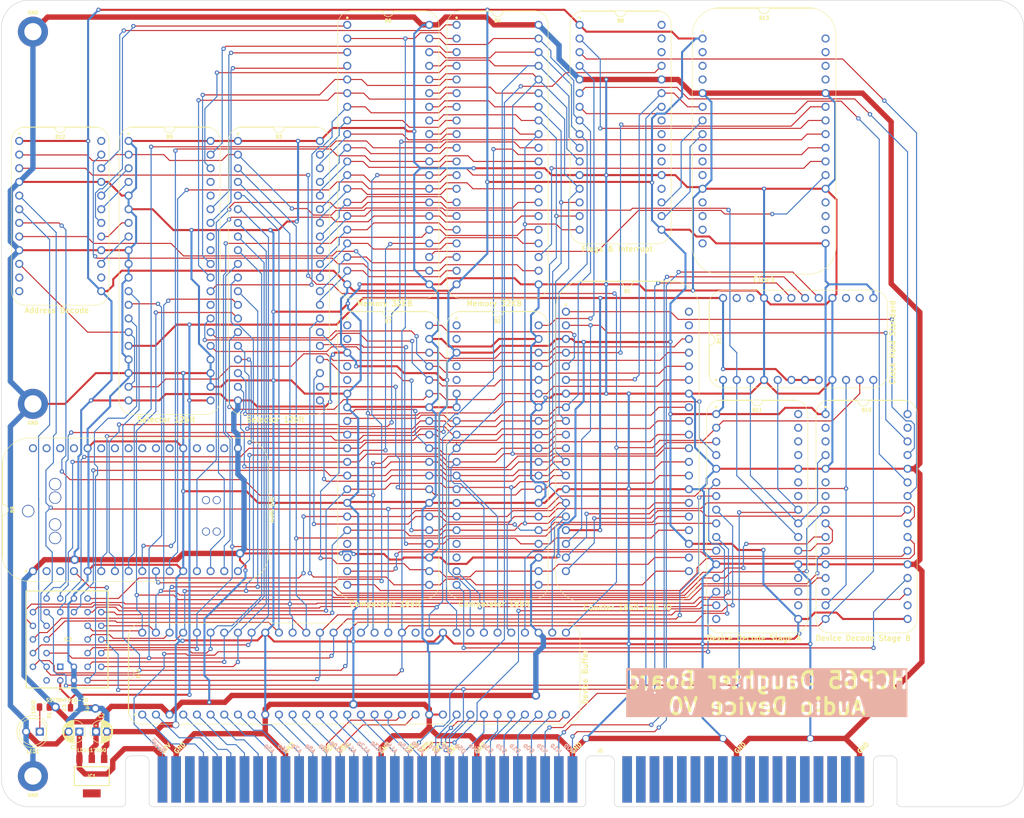
<source format=kicad_pcb>
(kicad_pcb (version 20240108) (generator "pcbnew") (generator_version "8.0")
  (title_block (title "HCP65 Audio Device") (date "2024-08-26") (rev "V0"))
  (layers (0 "F.Cu" signal) (31 "B.Cu" signal) (36 "B.SilkS" user "B.Silkscreen") (37 "F.SilkS" user "F.Silkscreen") (38 "B.Mask" user) (39 "F.Mask" user) (44 "Edge.Cuts" user))
  (net 0 "")
  (net 1 "/Read Counter Address High")
  (net 2 "/Read Counter Address Low")
  (net 3 "/5V")
  (net 4 "/CLK")
  (net 5 "/~{End} _{CMP}")
  (net 6 "/Enable")
  (net 7 "/GND")
  (net 8 "/D7")
  (net 9 "/D6")
  (net 12 "/D5")
  (net 13 "/D4")
  (net 14 "/D3")
  (net 15 "/D2")
  (net 16 "/D1")
  (net 17 "/D0")
  (net 18 "/3.3V")
  (net 19 "/Write Start Address High")
  (net 20 "/Write Start Address Low")
  (net 21 "/C0")
  (net 22 "/C1")
  (net 23 "/C2")
  (net 24 "/C3")
  (net 25 "/C4")
  (net 26 "/C5")
  (net 27 "/C6")
  (net 28 "/C7")
  (net 29 "/C8")
  (net 30 "/C9")
  (net 31 "/C10")
  (net 32 "/C11")
  (net 33 "/C12")
  (net 34 "/C13")
  (net 37 "/C14")
  (net 46 "/Write Interrupt Address High")
  (net 47 "/Write Interrupt Address Low")
  (net 48 "/~{Interrupt} _{CMP}")
  (net 49 "/~{Device RAM}")
  (net 50 "/A11")
  (net 51 "/A10")
  (net 52 "/A9")
  (net 53 "/A8")
  (net 54 "/A7")
  (net 55 "/A6")
  (net 56 "/A5")
  (net 57 "/A4")
  (net 58 "/A3")
  (net 59 "/A2")
  (net 60 "/A1")
  (net 61 "/A0")
  (net 62 "/M0")
  (net 63 "/M1")
  (net 64 "/M2")
  (net 65 "/M3")
  (net 66 "/M4")
  (net 67 "/M5")
  (net 68 "/M6")
  (net 69 "/M7")
  (net 70 "/M8")
  (net 71 "/M9")
  (net 72 "/M10")
  (net 73 "/M11")
  (net 88 "/CPU A ~{OE}·~{WE}")
  (net 89 "/~{WD}")
  (net 90 "/A ~{OE}")
  (net 91 "/A ~{WE}")
  (net 92 "/M14")
  (net 93 "/M13")
  (net 94 "/M12")
  (net 95 "/Sound Address")
  (net 96 "/~{WR}_{A}")
  (net 97 "/MAX0")
  (net 98 "/MAX1")
  (net 99 "/MAX2")
  (net 100 "/MAX3")
  (net 101 "/MAX4")
  (net 102 "/MAX5")
  (net 103 "/MAX6")
  (net 104 "/MAX7")
  (net 105 "/CPU A ~{OE}")
  (net 106 "/CPU A ~{WE}")
  (net 107 "/CPU B ~{OE}")
  (net 108 "/CPU B ~{WE}")
  (net 109 "/A14")
  (net 110 "/A13")
  (net 111 "/A12")
  (net 115 "/B ~{WE}")
  (net 116 "/B ~{OE}")
  (net 119 "/CPU B ~{OE}·~{WE}")
  (net 120 "/~{WR}_{B}")
  (net 127 "/Write End Address High")
  (net 128 "/Write End Address Low")
  (net 129 "/~{CLK}")
  (net 130 "/Write Clear Interrupt")
  (net 131 "/Read Flags")
  (net 132 "/Write Flags")
  (net 133 "/Clock Select _{S0}")
  (net 134 "/Clock Select _{S1}")
  (net 135 "/MAX_{A0}")
  (net 136 "/MAX_{~{WR}}")
  (net 137 "/Device ~{CS}")
  (net 138 "/A16")
  (net 139 "/~{RD}")
  (net 140 "/A15")
  (net 165 "/~{Device ROM}")
  (net 169 "/~{Device Registers}")
  (net 171 "/~{Enable}_{D}")
  (net 172 "/~{Interrupt}_{D}")
  (net 173 "/12V")
  (net 174 "/H0_{D}")
  (net 175 "/H1_{D}")
  (net 176 "/H2_{D}")
  (net 177 "/~{Reset}_{D}")
  (net 178 "/A0_{D}")
  (net 179 "/A1_{D}")
  (net 180 "/A2_{D}")
  (net 181 "/A3_{D}")
  (net 182 "/A4_{D}")
  (net 183 "/A5_{D}")
  (net 184 "/A6_{D}")
  (net 185 "/A7_{D}")
  (net 186 "/A8_{D}")
  (net 187 "/A9_{D}")
  (net 188 "/A10_{D}")
  (net 189 "/A11_{D}")
  (net 190 "/A12_{D}")
  (net 191 "/A13_{D}")
  (net 192 "/A14_{D}")
  (net 194 "/~{RD}_{D}")
  (net 195 "/~{WD}_{D}")
  (net 198 "/~{A4}")
  (net 212 "/D7_{D}")
  (net 213 "/D6_{D}")
  (net 214 "/D5_{D}")
  (net 215 "/D4_{D}")
  (net 216 "/D3_{D}")
  (net 217 "/D2_{D}")
  (net 218 "/D1_{D}")
  (net 219 "/D0_{D}")
  (net 220 "/~{Select}_{D}")
  (net 221 "/A15_{D}")
  (net 222 "/A16_{D}")
  (net 231 "/~{Reset}_{System}")
  (net 232 "Net-(LED1-K)")
  (footprint "HCP65_Parts:HCP65_Sound_Clock" (layer "F.Cu") (at 152.4 24.13)
    (property "Reference" "B13")
    (property "Value" "Sound Clock" (hide yes))
  )
  (footprint "SamacSys_Parts:R_0805" (layer "F.Cu") (at 30.0755 148.473 -90)
    (property "Reference" "R1")
    (property "Value" "10KΩ")
  )
  (footprint "SamacSys_Parts:LD1117S33C" (layer "F.Cu") (at 38.876 161.315 180)
    (property "Reference" "IC1")
    (property "Value" "LD1117S50C" (hide yes))
  )
  (footprint "HCP65_Parts:HCP65_Memory_32KB_With_Latch" (layer "F.Cu") (at 86.36 21.59)
    (property "Reference" "B6")
    (property "Value" "Memory 32KB" (hide yes))
  )
  (footprint "SamacSys_Parts:LED_D5.0mm" (layer "F.Cu") (at 29.215 153.035 180)
    (property "Reference" "LED1")
    (property "Value" "Red")
  )
  (footprint "HCP65_Parts:HCP65_Device_Buffer" (layer "F.Cu") (at 48.26 149.86 90)
    (property "Reference" "B16")
    (property "Value" "Device Buffer" (hide yes))
  )
  (footprint "SamacSys_Parts:98pin Edge Connector" (layer "F.Cu") (at 44.6532 167.005)
    (property "Reference" "J5")
    (property "Value" "395-098-520-350")
    (fp_line (start 0.5 -8.413) (end 0.5 -0.5) (stroke (width 0.1)) (layer "Edge.Cuts"))
    (fp_line (start 0.5 -0.5) (end 0 0) (stroke (width 0.1)) (layer "Edge.Cuts"))
    (fp_line (start 3.81 -9.479799) (end 1.577048 -9.479799) (stroke (width 0.1)) (layer "Edge.Cuts"))
    (fp_line (start 4.887048 -8.413) (end 4.887048 -0.5) (stroke (width 0.1)) (layer "Edge.Cuts"))
    (fp_line (start 4.887048 -0.5) (end 5.387048 0) (stroke (width 0.1)) (layer "Edge.Cuts"))
    (fp_line (start 85.540048 0) (end 5.387048 0) (stroke (width 0.1)) (layer "Edge.Cuts"))
    (fp_line (start 86.040048 -8.4) (end 86.040048 -0.5) (stroke (width 0.1)) (layer "Edge.Cuts"))
    (fp_line (start 86.040048 -0.5) (end 85.540048 0) (stroke (width 0.1)) (layer "Edge.Cuts"))
    (fp_line (start 87.117096 -9.466799) (end 90.297 -9.466799) (stroke (width 0.1)) (layer "Edge.Cuts"))
    (fp_line (start 91.374048 -8.4) (end 91.374048 -0.5) (stroke (width 0.1)) (layer "Edge.Cuts"))
    (fp_line (start 91.374048 -0.5) (end 91.874048 0) (stroke (width 0.1)) (layer "Edge.Cuts"))
    (fp_line (start 138.999048 0) (end 91.874048 0) (stroke (width 0.1)) (layer "Edge.Cuts"))
    (fp_line (start 139.499048 -8.4) (end 139.499048 -0.5) (stroke (width 0.1)) (layer "Edge.Cuts"))
    (fp_line (start 139.499048 -0.5) (end 138.999048 0) (stroke (width 0.1)) (layer "Edge.Cuts"))
    (fp_line (start 140.576096 -9.466799) (end 142.809048 -9.466799) (stroke (width 0.1)) (layer "Edge.Cuts"))
    (fp_line (start 143.886096 -8.4) (end 143.886096 -0.5) (stroke (width 0.1)) (layer "Edge.Cuts"))
    (fp_line (start 143.886096 -0.5) (end 144.386096 0) (stroke (width 0.1)) (layer "Edge.Cuts"))
    (fp_arc (start 0.5 -8.413) (mid 0.817585 -9.169461) (end 1.577048 -9.479799) (stroke (width 0.1)) (layer "Edge.Cuts"))
    (fp_arc (start 3.81 -9.479799) (mid 4.569467 -9.169465) (end 4.887048 -8.413) (stroke (width 0.1)) (layer "Edge.Cuts"))
    (fp_arc (start 86.040048 -8.4) (mid 86.35762 -9.156489) (end 87.117096 -9.466799) (stroke (width 0.1)) (layer "Edge.Cuts"))
    (fp_arc (start 90.297 -9.466799) (mid 91.056441 -9.156453) (end 91.374048 -8.4) (stroke (width 0.1)) (layer "Edge.Cuts"))
    (fp_arc (start 139.499048 -8.4) (mid 139.81662 -9.156489) (end 140.576096 -9.466799) (stroke (width 0.1)) (layer "Edge.Cuts"))
    (fp_arc (start 142.809048 -9.466799) (mid 143.568523 -9.156472) (end 143.886096 -8.4) (stroke (width 0.1)) (layer "Edge.Cuts"))
  )
  (footprint "HCP65_Parts:HCP65_Comparator_16bit" (layer "F.Cu") (at 106.68 77.47)
    (property "Reference" "B2")
    (property "Value" "Comparator 16bit" (hide yes))
  )
  (footprint "HCP65_Parts:HCP65_Clock_Hold_Standard" (layer "F.Cu") (at 156.21 87.63 90)
    (property "Reference" "B17")
    (property "Value" "Clock Hold Standard" (hide yes))
  )
  (footprint "HCP65_Parts:HCP65_Audio_DAC" (layer "F.Cu") (at 27.94 123.19 90)
    (property "Reference" "B9")
    (property "Value" "Audio DAC" (hide yes))
  )
  (footprint "HCP65_Parts:HCP65_Flags_Interrupt" (layer "F.Cu") (at 129.54 21.59)
    (property "Reference" "B8")
    (property "Value" "Flags & Interrupt" (hide yes))
  )
  (footprint "HCP65_Parts:HCP65_MountingHole_M3_" (layer "F.Cu") (at 27.94 161.29)
    (property "Reference" "H9" (hide yes))
    (property "Value" "MountingHole_Pad")
  )
  (footprint "HCP65_Parts:HCP65_Counter_16bit_DIO" (layer "F.Cu") (at 127 74.93)
    (property "Reference" "B1")
    (property "Value" "Counter 16bit with IO" (hide yes))
  )
  (footprint "HCP65_Parts:HCP65_Selector_12bit" (layer "F.Cu") (at 66.04 43.18)
    (property "Reference" "B3")
    (property "Value" "Selector 12bit" (hide yes))
  )
  (footprint "HCP65_Parts:HCP65_Device_Decode_Stage_B" (layer "F.Cu") (at 175.26 93.98)
    (property "Reference" "B15")
    (property "Value" "Device Decode Stage B" (hide yes))
  )
  (footprint "HCP65_Parts:HCP65_Sound_Address_Decode" (layer "F.Cu") (at 25.4 43.18)
    (property "Reference" "B12")
    (property "Value" "Sound Address Decode" (hide yes))
  )
  (footprint "HCP65_Parts:HCP65_Comparator_16bit" (layer "F.Cu") (at 86.36 77.47)
    (property "Reference" "B7")
    (property "Value" "Comparator 16bit" (hide yes))
  )
  (footprint "HCP65_Parts:HCP65_Device_Decode_Stage_A" (layer "F.Cu") (at 154.94 93.98)
    (property "Reference" "B11")
    (property "Value" "Device Decode Stage A" (hide yes))
  )
  (footprint "HCP65_Parts:HCP65_Memory_32KB_With_Latch" (layer "F.Cu") (at 106.68 21.59)
    (property "Reference" "B4")
    (property "Value" "Memory 32KB" (hide yes))
  )
  (footprint "SamacSys_Parts:5408803224008" (layer "F.Cu") (at 33.02 140.97)
    (property "Reference" "IC2")
    (property "Value" "SST39VF010-70-4I-NHE" (hide yes))
  )
  (footprint "SamacSys_Parts:CP_Radial_D4.0mm_P2.00mm" (layer "F.Cu") (at 36.576 153.035 180)
    (property "Reference" "C1")
    (property "Value" "10μF")
  )
  (footprint "HCP65_Parts:HCP65_MountingHole_M3_" (layer "F.Cu") (at 27.94 92.075)
    (property "Reference" "H1" (hide yes))
    (property "Value" "MountingHole_Pad")
  )
  (footprint "SamacSys_Parts:CP_Radial_D4.0mm_P2.00mm" (layer "F.Cu") (at 39.6674 153.035)
    (property "Reference" "C2")
    (property "Value" "100μF")
  )
  (footprint "HCP65_Parts:HCP65_Selector_12bit" (layer "F.Cu") (at 45.72 43.18)
    (property "Reference" "B5")
    (property "Value" "Selector 12bit" (hide yes))
  )
  (footprint "HCP65_Parts:HCP65_MountingHole_M3_" (layer "F.Cu") (at 27.94 22.86)
    (property "Reference" "H19" (hide yes))
    (property "Value" "MountingHole_Pad")
  )
  (footprint "SamacSys_Parts:C_0805" (layer "F.Cu") (at 35.896 148.59 90)
    (property "Reference" "C3")
    (property "Value" "1μF")
  )
  (gr_arc (start 212.098001 161.925001) (mid 210.610103 165.517103) (end 207.018001 167.005001) (stroke (width 0.1)) (layer "Edge.Cuts"))
  (gr_arc (start 207.009999 17.018) (mid 210.602102 18.505897) (end 212.089999 22.098) (stroke (width 0.1)) (layer "Edge.Cuts"))
  (gr_line (start 44.6532 167.005) (end 27.178 167.005) (stroke (width 0.1)) (layer "Edge.Cuts"))
  (gr_arc (start 27.178 167.005) (mid 23.585898 165.517102) (end 22.098 161.925) (stroke (width 0.1)) (layer "Edge.Cuts"))
  (gr_line (start 207.009999 17.018) (end 27.17 17.018) (stroke (width 0.1)) (layer "Edge.Cuts"))
  (gr_line (start 212.098 161.925001) (end 212.089999 22.098) (stroke (width 0.1)) (layer "Edge.Cuts"))
  (gr_arc (start 22.09 22.098) (mid 23.577898 18.505898) (end 27.17 17.018) (stroke (width 0.1)) (layer "Edge.Cuts"))
  (gr_line (start 207.018001 167.005001) (end 189.04 167.005) (stroke (width 0.1)) (layer "Edge.Cuts"))
  (gr_line (start 22.098 161.925) (end 22.09 22.098) (stroke (width 0.1)) (layer "Edge.Cuts"))
  (gr_text "D1_{D}" (at 118.11 157.353 315) (layer "B.SilkS") (effects (font (size 0.8 0.8) (thickness 0.2) (bold yes)) (justify left bottom mirror)))
  (gr_text "A11_{D}" (at 87.63 157.353 315) (layer "B.SilkS") (effects (font (size 0.8 0.8) (thickness 0.2) (bold yes)) (justify left bottom mirror)))
  (gr_text "HCP65 Daughter Board\nAudio Device V0" (at 164.338 145.923 -0) (layer "B.SilkS" knockout) (effects (font (size 3 3) (thickness 0.6) (bold yes)) (justify mirror)))
  (gr_text "D3_{D}" (at 113.03 157.353 315) (layer "B.SilkS") (effects (font (size 0.8 0.8) (thickness 0.2) (bold yes)) (justify left bottom mirror)))
  (gr_text "A8_{D}" (at 80.01 157.353 315) (layer "B.SilkS") (effects (font (size 0.8 0.8) (thickness 0.2) (bold yes)) (justify left bottom mirror)))
  (gr_text "A14_{D}" (at 95.25 157.353 315) (layer "B.SilkS") (effects (font (size 0.8 0.8) (thickness 0.2) (bold yes)) (justify left bottom mirror)))
  (gr_text "A7_{D}" (at 77.47 157.353 315) (layer "B.SilkS") (effects (font (size 0.8 0.8) (thickness 0.2) (bold yes)) (justify left bottom mirror)))
  (gr_text "D6_{D}" (at 105.41 157.353 315) (layer "B.SilkS") (effects (font (size 0.8 0.8) (thickness 0.2) (bold yes)) (justify left bottom mirror)))
  (gr_text "H2_{D}" (at 123.19 157.353 315) (layer "B.SilkS") (effects (font (size 0.8 0.8) (thickness 0.2) (bold yes)) (justify left bottom mirror)))
  (gr_text "A13_{D}" (at 92.71 157.353 315) (layer "B.SilkS") (effects (font (size 0.8 0.8) (thickness 0.2) (bold yes)) (justify left bottom mirror)))
  (gr_text "D0_{D}" (at 120.65 157.353 315) (layer "B.SilkS") (effects (font (size 0.8 0.8) (thickness 0.2) (bold yes)) (justify left bottom mirror)))
  (gr_text "A6_{D}" (at 74.93 157.353 315) (layer "B.SilkS") (effects (font (size 0.8 0.8) (thickness 0.2) (bold yes)) (justify left bottom mirror)))
  (gr_text "D7_{D}" (at 102.997 157.48 315) (layer "B.SilkS") (effects (font (size 0.8 0.8) (thickness 0.2) (bold yes)) (justify left bottom mirror)))
  (gr_text "A5_{D}" (at 72.39 157.353 315) (layer "B.SilkS") (effects (font (size 0.8 0.8) (thickness 0.2) (bold yes)) (justify left bottom mirror)))
  (gr_text "A16_{D}" (at 100.33 157.353 315) (layer "B.SilkS") (effects (font (size 0.8 0.8) (thickness 0.2) (bold yes)) (justify left bottom mirror)))
  (gr_text "D4_{D}" (at 110.49 157.353 315) (layer "B.SilkS") (effects (font (size 0.8 0.8) (thickness 0.2) (bold yes)) (justify left bottom mirror)))
  (gr_text "A15_{D}" (at 97.79 157.353 315) (layer "B.SilkS") (effects (font (size 0.8 0.8) (thickness 0.2) (bold yes)) (justify left bottom mirror)))
  (gr_text "H0_{D}" (at 128.27 157.353 315) (layer "B.SilkS") (effects (font (size 0.8 0.8) (thickness 0.2) (bold yes)) (justify left bottom mirror)))
  (gr_text "A12_{D}" (at 90.17 157.353 315) (layer "B.SilkS") (effects (font (size 0.8 0.8) (thickness 0.2) (bold yes)) (justify left bottom mirror)))
  (gr_text "D5_{D}" (at 107.95 157.353 315) (layer "B.SilkS") (effects (font (size 0.8 0.8) (thickness 0.2) (bold yes)) (justify left bottom mirror)))
  (gr_text "H1_{D}" (at 125.73 157.353 315) (layer "B.SilkS") (effects (font (size 0.8 0.8) (thickness 0.2) (bold yes)) (justify left bottom mirror)))
  (gr_text "A9_{D}" (at 82.55 157.353 315) (layer "B.SilkS") (effects (font (size 0.8 0.8) (thickness 0.2) (bold yes)) (justify left bottom mirror)))
  (gr_text "~{Reset}" (at 52.07 157.353 -45) (layer "B.SilkS") (effects (font (size 0.8 0.8) (thickness 0.2) (bold yes)) (justify left bottom mirror)))
  (gr_text "A10_{D}" (at 85.09 157.353 315) (layer "B.SilkS") (effects (font (size 0.8 0.8) (thickness 0.2) (bold yes)) (justify left bottom mirror)))
  (gr_text "D2_{D}" (at 115.57 157.353 315) (layer "B.SilkS") (effects (font (size 0.8 0.8) (thickness 0.2) (bold yes)) (justify left bottom mirror)))
  (gr_text "~{WD}_{D}" (at 85.09 157.353 45) (layer "F.SilkS") (effects (font (size 0.8 0.8) (thickness 0.2) (bold yes)) (justify left bottom)))
  (gr_text "GND" (at 181.61 157.353 45) (layer "F.SilkS") (effects (font (size 0.8 0.8) (thickness 0.2) (bold yes)) (justify left bottom)))
  (gr_text "~{RD}_{D}" (at 82.55 157.353 45) (layer "F.SilkS") (effects (font (size 0.8 0.8) (thickness 0.2) (bold yes)) (justify left bottom)))
  (gr_text "12V" (at 52.07 157.353 45) (layer "F.SilkS") (effects (font (size 0.8 0.8) (thickness 0.2) (bold yes)) (justify left bottom)))
  (gr_text "GND" (at 92.71 157.353 45) (layer "F.SilkS") (effects (font (size 0.8 0.8) (thickness 0.2) (bold yes)) (justify left bottom)))
  (gr_text "GND" (at 128.27 157.353 45) (layer "F.SilkS") (effects (font (size 0.8 0.8) (thickness 0.2) (bold yes)) (justify left bottom)))
  (gr_text "~{RES}_{D}" (at 100.33 157.353 45) (layer "F.SilkS") (effects (font (size 0.8 0.8) (thickness 0.2) (bold yes)) (justify left bottom)))
  (gr_text "~{SEL}_{D}" (at 102.87 157.353 45) (layer "F.SilkS") (effects (font (size 0.8 0.8) (thickness 0.2) (bold yes)) (justify left bottom)))
  (gr_text "GND" (at 110.49 157.353 45) (layer "F.SilkS") (effects (font (size 0.8 0.8) (thickness 0.2) (bold yes)) (justify left bottom)))
  (gr_text "~{EN}_{D}" (at 105.537 157.48 45) (layer "F.SilkS") (effects (font (size 0.8 0.8) (thickness 0.2) (bold yes)) (justify left bottom)))
  (gr_text "HCP65 Daughter Board\nAudio Device V0" (at 164.338 145.923 0) (layer "F.SilkS" knockout) (effects (font (size 3 3) (thickness 0.6) (bold yes))))
  (gr_text "GND" (at 54.61 157.353 45) (layer "F.SilkS") (effects (font (size 0.8 0.8) (thickness 0.2) (bold yes)) (justify left bottom)))
  (gr_text "~{INT}_{D}" (at 97.79 157.353 45) (layer "F.SilkS") (effects (font (size 0.8 0.8) (thickness 0.2) (bold yes)) (justify left bottom)))
  (gr_text "GND" (at 158.75 157.353 45) (layer "F.SilkS") (effects (font (size 0.8 0.8) (thickness 0.2) (bold yes)) (justify left bottom)))
  (gr_text "GND" (at 74.93 157.353 45) (layer "F.SilkS") (effects (font (size 0.8 0.8) (thickness 0.2) (bold yes)) (justify left bottom)))
  (segment (start 146.431 74.93) (end 127 74.93) (width 0.2) (layer "F.Cu") (net 1))
  (segment (start 187.5984 76.3649) (end 147.8659 76.3649) (width 0.2) (layer "F.Cu") (net 1))
  (segment (start 147.8659 76.3649) (end 146.431 74.93) (width 0.2) (layer "F.Cu") (net 1))
  (via (at 187.5984 76.3649) (size 0.8) (drill 0.4) (layers "F.Cu" "B.Cu") (net 1))
  (segment (start 190.5 101.6) (end 191.77 100.33) (width 0.2) (layer "B.Cu") (net 1))
  (segment (start 191.135 95.25) (end 190.2079 95.25) (width 0.2) (layer "B.Cu") (net 1))
  (segment (start 190.2079 95.25) (end 187.5984 92.6405) (width 0.2) (layer "B.Cu") (net 1))
  (segment (start 191.77 100.33) (end 191.77 95.885) (width 0.2) (layer "B.Cu") (net 1))
  (segment (start 187.5984 92.6405) (end 187.5984 76.3649) (width 0.2) (layer "B.Cu") (net 1))
  (segment (start 191.77 95.885) (end 191.135 95.25) (width 0.2) (layer "B.Cu") (net 1))
  (segment (start 186.4421 78.8815) (end 134.7615 78.8815) (width 0.2) (layer "F.Cu") (net 2))
  (segment (start 134.7615 78.8815) (end 133.339007 77.459007) (width 0.2) (layer "F.Cu") (net 2))
  (segment (start 131.561007 77.47) (end 131.572 77.459007) (width 0.2) (layer "F.Cu") (net 2))
  (segment (start 127 77.47) (end 131.561007 77.47) (width 0.2) (layer "F.Cu") (net 2))
  (segment (start 133.339007 77.459007) (end 131.572 77.459007) (width 0.2) (layer "F.Cu") (net 2))
  (via (at 186.4421 78.8815) (size 0.8) (drill 0.4) (layers "F.Cu" "B.Cu") (net 2))
  (via (at 131.572 77.459007) (size 0.8) (drill 0.4) (layers "F.Cu" "B.Cu") (net 2))
  (segment (start 190.5 99.06) (end 186.4421 95.0021) (width 0.2) (layer "B.Cu") (net 2))
  (segment (start 131.572 97.028) (end 131.572 77.459007) (width 0.2) (layer "B.Cu") (net 2))
  (segment (start 129.921 115.189) (end 129.921 98.679) (width 0.2) (layer "B.Cu") (net 2))
  (segment (start 186.4421 95.0021) (end 186.4421 78.8815) (width 0.2) (layer "B.Cu") (net 2))
  (segment (start 127 118.11) (end 129.921 115.189) (width 0.2) (layer "B.Cu") (net 2))
  (segment (start 129.921 98.679) (end 131.572 97.028) (width 0.2) (layer "B.Cu") (net 2))
  (segment (start 62.8174 90.2494) (end 64.008 91.44) (width 0.38) (layer "F.Cu") (net 3))
  (segment (start 45.72 91.44) (end 38.735 91.44) (width 0.38) (layer "F.Cu") (net 3))
  (segment (start 39.6674 151.1985) (end 39.6674 153.035) (width 1) (layer "F.Cu") (net 3))
  (segment (start 166.5903 93.98) (end 167.767 92.8033) (width 0.38) (layer "F.Cu") (net 3))
  (segment (start 113.538 82.55) (end 114.808 81.28) (width 0.38) (layer "F.Cu") (net 3))
  (segment (start 38.876 156.2394) (end 39.6674 155.448) (width 1) (layer "F.Cu") (net 3))
  (segment (start 67.437 122.174) (end 66.421 121.158) (width 0.38) (layer "F.Cu") (net 3))
  (segment (start 154.94 62.23) (end 175.26 62.23) (width 0.38) (layer "F.Cu") (net 3))
  (segment (start 146.3792 80.5698) (end 146.431 80.518) (width 0.38) (layer "F.Cu") (net 3))
  (segment (start 128.142999 80.009999) (end 128.7028 80.5698) (width 0.38) (layer "F.Cu") (net 3))
  (segment (start 108.5374 121.8406) (end 104.902 121.8406) (width 0.38) (layer "F.Cu") (net 3))
  (segment (start 45.72 91.44) (end 51.435 91.44) (width 0.38) (layer "F.Cu") (net 3))
  (segment (start 42.8625 70.0405) (end 42.8625 68.8975) (width 0.38) (layer "F.Cu") (net 3))
  (segment (start 83.82 67.31) (end 86.36 69.85) (width 0.38) (layer "F.Cu") (net 3))
  (segment (start 32.131 148.59) (end 32.131 148.463004) (width 1) (layer "F.Cu") (net 3))
  (segment (start 101.6 120.65) (end 96.901 120.65) (width 0.38) (layer "F.Cu") (net 3))
  (segment (start 66.421 121.158) (end 66.421 119.888012) (width 0.38) (layer "F.Cu") (net 3))
  (segment (start 144.78 59.69) (end 149.987 59.69) (width 0.38) (layer "F.Cu") (net 3))
  (segment (start 167.767 92.8033) (end 172.6863 92.8033) (width 0.38) (layer "F.Cu") (net 3))
  (segment (start 40.132 18.796) (end 112.395 18.796) (width 0.38) (layer "F.Cu") (net 3))
  (segment (start 84.074001 82.549999) (end 83.715331 82.908669) (width 0.38) (layer "F.Cu") (net 3))
  (segment (start 60.706 147.574) (end 63.627 147.574) (width 1) (layer "F.Cu") (net 3))
  (segment (start 170.18 132.08) (end 172.085 132.08) (width 0.38) (layer "F.Cu") (net 3))
  (segment (start 146.685 22.86) (end 147.955 24.13) (width 0.38) (layer "F.Cu") (net 3))
  (segment (start 147.955 24.13) (end 152.4 24.13) (width 0.38) (layer "F.Cu") (net 3))
  (segment (start 109.728 120.65) (end 108.5374 121.8406) (width 0.38) (layer "F.Cu") (net 3))
  (segment (start 127 80.009999) (end 128.142999 80.009999) (width 0.38) (layer "F.Cu") (net 3))
  (segment (start 25.4 43.18) (end 38.1922 43.18) (width 0.38) (layer "F.Cu") (net 3))
  (segment (start 85.217 119.888) (end 66.421012 119.888) (width 0.38) (layer "F.Cu") (net 3))
  (segment (start 27.94 123.19) (end 30.0713 121.0587) (width 1) (layer "F.Cu") (net 3))
  (segment (start 53.34 149.86) (end 55.626 147.574) (width 1) (layer "F.Cu") (net 3))
  (segment (start 121.92 134.62) (end 123.06 135.76) (width 0.38) (layer "F.Cu") (net 3))
  (segment (start 34.7395 151.1985) (end 32.131 148.59) (width 1) (layer "F.Cu") (net 3))
  (segment (start 51.435 91.44) (end 52.6256 90.2494) (width 0.38) (layer "F.Cu") (net 3))
  (segment (start 105.4904 71.0396) (end 87.5496 71.0396) (width 0.38) (layer "F.Cu") (net 3))
  (segment (start 129.54 21.59) (end 126.746 18.796) (width 0.38) (layer "F.Cu") (net 3))
  (segment (start 87.5496 71.0396) (end 86.36 69.85) (width 0.38) (layer "F.Cu") (net 3))
  (segment (start 82.299 92.58) (end 83.185 91.694) (width 0.38) (layer "F.Cu") (net 3))
  (segment (start 149.987 59.69) (end 151.257 60.96) (width 0.38) (layer "F.Cu") (net 3))
  (segment (start 88.011 85.09) (end 95.631 85.09) (width 0.38) (layer "F.Cu") (net 3))
  (segment (start 40.64 71.12) (end 41.783 71.12) (width 0.38) (layer "F.Cu") (net 3))
  (segment (start 86.36 82.549999) (end 84.074001 82.549999) (width 0.38) (layer "F.Cu") (net 3))
  (segment (start 94.234 121.031) (end 93.197381 119.994381) (width 0.38) (layer "F.Cu") (net 3))
  (segment (start 103.7114 120.65) (end 104.902 121.8406) (width 0.38) (layer "F.Cu") (net 3))
  (segment (start 93.197381 119.994381) (end 87.540114 119.994381) (width 0.38) (layer "F.Cu") (net 3))
  (segment (start 35.687 121.0587) (end 54.7093 121.0587) (width 1) (layer "F.Cu") (net 3))
  (segment (start 121.92 120.65) (end 109.728 120.65) (width 0.38) (layer "F.Cu") (net 3))
  (segment (start 54.7093 121.0587) (end 55.88 119.888) (width 1) (layer "F.Cu") (net 3))
  (segment (start 96.901 120.65) (end 96.52 121.031) (width 0.38) (layer "F.Cu") (net 3))
  (segment (start 66.04 91.44) (end 68.453 91.44) (width 0.38) (layer "F.Cu") (net 3))
  (segment (start 39.6674 151.1985) (end 34.7395 151.1985) (width 1) (layer "F.Cu") (net 3))
  (segment (start 153.67 60.96) (end 154.94 62.23) (width 0.38) (layer "F.Cu") (net 3))
  (segment (start 149.86 118.11) (end 157.861 118.11) (width 0.38) (layer "F.Cu") (net 3))
  (segment (start 121.92 120.65) (end 125.2931 120.65) (width 0.38) (layer "F.Cu") (net 3))
  (segment (start 125.2931 120.65) (end 125.603 120.3401) (width 0.38) (layer "F.Cu") (net 3))
  (segment (start 154.94 93.98) (end 166.5903 93.98) (width 0.38) (layer "F.Cu") (net 3))
  (segment (start 44.45 67.31) (end 83.82 67.31) (width 0.38) (layer "F.Cu") (net 3))
  (segment (start 38.876 158.115) (end 38.876 156.2394) (width 1) (layer "F.Cu") (net 3))
  (segment (start 173.863 93.98) (end 175.26 93.98) (width 0.38) (layer "F.Cu") (net 3))
  (segment (start 66.421012 119.888) (end 66.421 119.888012) (width 0.38) (layer "F.Cu") (net 3))
  (segment (start 123.952 81.28) (end 125.222001 80.009999) (width 0.38) (layer "F.Cu") (net 3))
  (segment (start 143.002 50.927) (end 142.875 50.8) (width 0.38) (layer "F.Cu") (net 3))
  (segment (start 159.004 119.253) (end 163.703 119.253) (width 0.38) (layer "F.Cu") (net 3))
  (segment (start 157.861 118.11) (end 159.004 119.253) (width 0.38) (layer "F.Cu") (net 3))
  (segment (start 64.897 146.304) (end 121.412 146.304) (width 1) (layer "F.Cu") (net 3))
  (segment (start 172.6863 92.8033) (end 173.863 93.98) (width 0.38) (layer "F.Cu") (net 3))
  (segment (start 130.81 22.86) (end 146.685 22.86) (width 0.38) (layer "F.Cu") (net 3))
  (segment (start 95.631 85.09) (end 96.901 86.36) (width 0.38) (layer "F.Cu") (net 3))
  (segment (start 130.302 80.5698) (end 146.3792 80.5698) (width 0.38) (layer "F.Cu") (net 3))
  (segment (start 178.4826 132.08) (end 177.292 130.8894) (width 0.38) (layer "F.Cu") (net 3))
  (segment (start 55.88 119.888) (end 66.420988 119.888) (width 1) (layer "F.Cu") (net 3))
  (segment (start 114.808 81.28) (end 123.952 81.28) (width 0.38) (layer "F.Cu") (net 3))
  (segment (start 41.783 71.12) (end 42.8625 70.0405) (width 0.38) (layer "F.Cu") (net 3))
  (segment (start 30.988 148.463) (end 32.130996 148.463) (width 1) (layer "F.Cu") (net 3))
  (segment (start 104.139994 87.629994) (end 104.901988 87.629994) (width 0.38) (layer "F.Cu") (net 3))
  (segment (start 123.06 135.76) (end 169.421 135.76) (width 0.38) (layer "F.Cu") (net 3))
  (segment (start 106.68 82.55) (end 113.538 82.55) (width 0.38) (layer "F.Cu") (net 3))
  (segment (start 151.257 60.96) (end 153.67 60.96) (width 0.38) (layer "F.Cu") (net 3))
  (segment (start 96.52 121.031) (end 94.234 121.031) (width 0.38) (layer "F.Cu") (net 3))
  (segment (start 96.901 86.36) (end 102.87 86.36) (width 0.38) (layer "F.Cu") (net 3))
  (segment (start 66.420988 119.888) (end 66.421 119.888012) (width 1) (layer "F.Cu") (net 3))
  (segment (start 64.008 91.44) (end 65.5328 91.44) (width 0.38) (layer "F.Cu") (net 3))
  (segment (start 42.8625 68.8975) (end 44.45 67.31) (width 0.38) (layer "F.Cu") (net 3))
  (segment (start 125.222001 80.009999) (end 127 80.009999) (width 0.38) (layer "F.Cu") (net 3))
  (segment (start 30.0713 121.0587) (end 35.687 121.0587) (width 1) (layer "F.Cu") (net 3))
  (segment (start 146.8225 93.98) (end 146.431 93.98) (width 0.38) (layer "F.Cu") (net 3))
  (segment (start 142.875 50.8) (end 112.395004 50.8) (width 0.38) (layer "F.Cu") (net 3))
  (segment (start 63.627 147.574) (end 64.897 146.304) (width 1) (layer "F.Cu") (net 3))
  (segment (start 169.421 135.76) (end 170.3705 134.8105) (width 0.38) (layer "F.Cu") (net 3))
  (segment (start 68.453 91.44) (end 69.593 92.58) (width 0.38) (layer "F.Cu") (net 3))
  (segment (start 173.2756 130.8894) (end 177.292 130.8894) (width 0.38) (layer "F.Cu") (net 3))
  (segment (start 128.7028 80.5698) (end 130.302 80.5698) (width 0.38) (layer "F.Cu") (net 3))
  (segment (start 32.130996 148.463) (end 32.131 148.463004) (width 1) (layer "F.Cu") (net 3))
  (segment (start 39.6674 153.035) (end 39.6674 155.448) (width 1) (layer "F.Cu") (net 3))
  (segment (start 55.626 147.574) (end 60.706 147.574) (width 1) (layer "F.Cu") (net 3))
  (segment (start 106.68 69.85) (end 105.4904 71.0396) (width 0.38) (layer "F.Cu") (net 3))
  (segment (start 172.085 132.08) (end 173.2756 130.8894) (width 0.38) (layer "F.Cu") (net 3))
  (segment (start 52.6256 90.2494) (end 62.8174 90.2494) (width 0.38) (layer "F.Cu") (net 3))
  (segment (start 102.87 86.36) (end 104.139994 87.629994) (width 0.38) (layer "F.Cu") (net 3))
  (segment (start 129.54 21.59) (end 130.81 22.86) (width 0.38) (layer "F.Cu") (net 3))
  (segment (start 126.746 18.796) (end 112.395 18.796) (width 0.38) (layer "F.Cu") (net 3))
  (segment (start 69.593 92.58) (end 82.299 92.58) (width 0.38) (layer "F.Cu") (net 3))
  (segment (start 67.437 123.063) (end 67.437 122.174) (width 0.38) (layer "F.Cu") (net 3))
  (segment (start 101.6 120.65) (end 103.7114 120.65) (width 0.38) (layer "F.Cu") (net 3))
  (segment (start 190.5 132.08) (end 178.4826 132.08) (width 0.38) (layer "F.Cu") (net 3))
  (segment (start 51.816 148.336) (end 42.5299 148.336) (width 1) (layer "F.Cu") (net 3))
  (segment (start 42.5299 148.336) (end 39.6674 151.1985) (width 1) (layer "F.Cu") (net 3))
  (segment (start 154.94 93.98) (end 146.8225 93.98) (width 0.38) (layer "F.Cu") (net 3))
  (segment (start 53.34 149.86) (end 51.816 148.336) (width 1) (layer "F.Cu") (net 3))
  (via (at 67.437 123.063) (size 0.8) (drill 0.4) (layers "F.Cu" "B.Cu") (net 3))
  (via (at 60.706 147.574) (size 0.8) (drill 0.4) (layers "F.Cu" "B.Cu") (net 3))
  (via (at 146.431 80.518) (size 0.8) (drill 0.4) (layers "F.Cu" "B.Cu") (net 3))
  (via (at 40.132 18.796) (size 0.8) (drill 0.4) (layers "F.Cu" "B.Cu") (net 3))
  (via (at 104.901988 87.629994) (size 0.8) (drill 0.4) (layers "F.Cu" "B.Cu") (net 3))
  (via (at 112.395004 50.8) (size 0.8) (drill 0.4) (layers "F.Cu" "B.Cu") (net 3))
  (via (at 125.603 120.3401) (size 0.8) (drill 0.4) (layers "F.Cu" "B.Cu") (net 3))
  (via (at 88.011 85.09) (size 0.8) (drill 0.4) (layers "F.Cu" "B.Cu") (net 3))
  (via (at 163.703 119.253) (size 0.8) (drill 0.4) (layers "F.Cu" "B.Cu") (net 3))
  (via (at 112.395 18.796) (size 0.8) (drill 0.4) (layers "F.Cu" "B.Cu") (net 3))
  (via (at 83.185 91.694) (size 0.8) (drill 0.4) (layers "F.Cu" "B.Cu") (net 3))
  (via (at 38.1922 43.18) (size 0.8) (drill 0.4) (layers "F.Cu" "B.Cu") (net 3))
  (via (at 146.431 93.98) (size 0.8) (drill 0.4) (layers "F.Cu" "B.Cu") (net 3))
  (via (at 121.412 146.304) (size 1.6) (drill 1) (layers "F.Cu" "B.Cu") (net 3))
  (via (at 130.302 80.5698) (size 0.8) (drill 0.4) (layers "F.Cu" "B.Cu") (net 3))
  (via (at 143.002 50.927) (size 0.8) (drill 0.4) (layers "F.Cu" "B.Cu") (net 3))
  (via (at 87.540114 119.994381) (size 0.8) (drill 0.4) (layers "F.Cu" "B.Cu") (net 3))
  (via (at 35.687 121.0587) (size 1.6) (drill 1) (layers "F.Cu" "B.Cu") (net 3))
  (via (at 83.715331 82.908669) (size 0.8) (drill 0.4) (layers "F.Cu" "B.Cu") (net 3))
  (via (at 66.421 119.888012) (size 1.6) (drill 1) (layers "F.Cu" "B.Cu") (net 3))
  (via (at 85.217 119.888) (size 0.8) (drill 0.4) (layers "F.Cu" "B.Cu") (net 3))
  (via (at 170.3705 134.8105) (size 0.8) (drill 0.4) (layers "F.Cu" "B.Cu") (net 3))
  (via (at 32.131 148.463004) (size 1.6) (drill 1) (layers "F.Cu" "B.Cu") (net 3))
  (via (at 38.735 91.44) (size 0.8) (drill 0.4) (layers "F.Cu" "B.Cu") (net 3))
  (segment (start 66.04 100.33) (end 66.04 97.79) (width 1) (layer "B.Cu") (net 3))
  (segment (start 170.18 132.08) (end 170.18 134.62) (width 0.38) (layer "B.Cu") (net 3))
  (segment (start 86.36 82.111035) (end 85.2103 80.961335) (width 0.38) (layer "B.Cu") (net 3))
  (segment (start 86.36 82.549999) (end 88.011 84.200999) (width 0.38) (layer "B.Cu") (net 3))
  (segment (start 87.055733 119.51) (end 85.595 119.51) (width 0.38) (layer "B.Cu") (net 3))
  (segment (start 26.289 142.621004) (end 26.289 124.841) (width 1) (layer "B.Cu") (net 3))
  (segment (start 105.156 81.025999) (end 105.156 71.374) (width 0.38) (layer "B.Cu") (net 3))
  (segment (start 66.04 97.79) (end 65.278 97.028) (width 1) (layer "B.Cu") (net 3))
  (segment (start 128.778 112.903) (end 128.778 93.091) (width 0.38) (layer "B.Cu") (net 3))
  (segment (start 66.04 100.33) (end 66.04 105.156) (width 1) (layer "B.Cu") (net 3))
  (segment (start 156.21 92.71) (end 156.21 87.63) (width 0.38) (layer "B.Cu") (net 3))
  (segment (start 127.511001 114.169999) (end 128.778 112.903) (width 0.38) (layer "B.Cu") (net 3))
  (segment (start 106.68 82.549999) (end 104.901988 84.328011) (width 0.38) (layer "B.Cu") (net 3))
  (segment (start 104.901988 84.328011) (end 104.901988 87.629994) (width 0.38) (layer "B.Cu") (net 3))
  (segment (start 163.703 125.603) (end 163.703 119.253) (width 0.38) (layer "B.Cu") (net 3))
  (segment (start 42.545 73.025) (end 40.64 71.12) (width 0.38) (layer "B.Cu") (net 3))
  (segment (start 149.86 118.11) (end 146.431 114.681) (width 0.38) (layer "B.Cu") (net 3))
  (segment (start 125.603 120.3401) (end 125.603 115.354797) (width 0.38) (layer "B.Cu") (net 3))
  (segment (start 148.59 26.67) (end 151.13 24.13) (width 0.38) (layer "B.Cu") (net 3))
  (segment (start 125.603 115.354797) (end 126.787798 114.169999) (width 0.38) (layer "B.Cu") (net 3))
  (segment (start 120.523 133.223) (end 120.523 122.047) (width 0.38) (layer "B.Cu") (net 3))
  (segment (start 26.289 124.841) (end 27.94 123.19) (width 1) (layer "B.Cu") (net 3))
  (segment (start 112.395 50.799996) (end 112.395004 50.8) (width 0.38) (layer "B.Cu") (net 3))
  (segment (start 144.78 59.69) (end 149.225 64.135) (width 0.38) (layer "B.Cu") (net 3))
  (segment (start 35.687 119.634) (end 36.393 118.928) (width 0.38) (layer "B.Cu") (net 3))
  (segment (start 149.225 64.135) (end 149.225 70.612) (width 0.38) (layer "B.Cu") (net 3))
  (segment (start 144.78 59.69) (end 143.002 57.912) (width 0.38) (layer "B.Cu") (net 3))
  (segment (start 101.6 120.65) (end 103.43 118.82) (width 0.38) (layer "B.Cu") (net 3))
  (segment (start 121.412 138.557) (end 122.809 137.16) (width 1) (layer "B.Cu") (net 3))
  (segment (start 143.002 38.989) (end 143.891 38.1) (width 0.38) (layer "B.Cu") (net 3))
  (segment (start 143.002 50.927) (end 143.002 38.989) (width 0.38) (layer "B.Cu") (net 3))
  (segment (start 182.88 69.85) (end 175.895 69.85) (width 0.38) (layer "B.Cu") (net 3))
  (segment (start 103.43 93.928) (end 104.901988 92.456012) (width 0.38) (layer "B.Cu") (net 3))
  (segment (start 67.183 106.299) (end 67.183 119.126012) (width 1) (layer "B.Cu") (net 3))
  (segment (start 121.412 146.304) (end 121.412 138.557) (width 1) (layer "B.Cu") (net 3))
  (segment (start 66.04 93.042) (end 66.04 91.44) (width 1) (layer "B.Cu") (net 3))
  (segment (start 146.431 114.681) (end 146.431 93.98) (width 0.38) (layer "B.Cu") (net 3))
  (segment (start 175.26 69.215) (end 175.26 62.23) (width 0.38) (layer "B.Cu") (net 3))
  (segment (start 170.18 132.08) (end 163.703 125.603) (width 0.38) (layer "B.Cu") (net 3))
  (segment (start 36.393 118.928) (end 36.393 101.8826) (width 0.38) (layer "B.Cu") (net 3))
  (segment (start 128.778 93.091) (end 130.302 91.567) (width 0.38) (layer "B.Cu") (net 3))
  (segment (start 126.787798 114.169999) (end 127.511001 114.169999) (width 0.38) (layer "B.Cu") (net 3))
  (segment (start 66.04 105.156) (end 67.183 106.299) (width 1) (layer "B.Cu") (net 3))
  (segment (start 83.185 83.439) (end 83.715331 82.908669) (width 0.38) (layer "B.Cu") (net 3))
  (segment (start 151.13 24.13) (end 152.4 24.13) (width 0.38) (layer "B.Cu") (net 3))
  (segment (start 121.92 134.62) (end 120.523 133.223) (width 0.38) (layer "B.Cu") (net 3))
  (segment (start 65.278 93.804) (end 66.04 93.042) (width 1) (layer "B.Cu") (net 3))
  (segment (start 122.809 135.509) (end 121.92 134.62) (width 1) (layer "B.Cu") (net 3))
  (segment (start 35.687 121.0587) (end 35.687 119.634) (width 0.38) (layer "B.Cu") (net 3))
  (segment (start 60.706 143.51) (end 60.706 147.574) (width 0.38) (layer "B.Cu") (net 3))
  (segment (start 184.15 72.39) (end 184.15 71.12) (width 0.38) (layer "B.Cu") (net 3))
  (segment (start 67.437 124.46) (end 59.817001 132.079999) (width 0.38) (layer "B.Cu") (net 3))
  (segment (start 146.431 93.98) (end 146.431 80.518) (width 0.38) (layer "B.Cu") (net 3))
  (segment (start 38.1922 20.7358) (end 38.1922 43.18) (width 0.38) (layer "B.Cu") (net 3))
  (segment (start 36.393 101.8826) (end 36.9094 101.3662) (width 0.38) (layer "B.Cu") (net 3))
  (segment (start 154.94 93.98) (end 156.21 92.71) (width 0.38) (layer "B.Cu") (net 3))
  (segment (start 36.9094 93.2656) (end 38.735 91.44) (width 0.38) (layer "B.Cu") (net 3))
  (segment (start 38.1922 68.6722) (end 38.1922 43.18) (width 0.38) (layer "B.Cu") (net 3))
  (segment (start 106.68 82.549999) (end 105.156 81.025999) (width 0.38) (layer "B.Cu") (net 3))
  (segment (start 112.395 18.796) (end 112.395 50.799996) (width 0.38) (layer "B.Cu") (net 3))
  (segment (start 59.817001 132.079999) (end 59.817001 142.621001) (width 0.38) (layer "B.Cu") (net 3))
  (segment (start 145.415 38.1) (end 148.59 34.925) (width 0.38) (layer "B.Cu") (net 3))
  (segment (start 175.895 69.85) (end 175.26 70.485) (width 0.38) (layer "B.Cu") (net 3))
  (segment (start 130.302 91.567) (end 130.302 80.5698) (width 0.38) (layer "B.Cu") (net 3))
  (segment (start 105.156 71.374) (end 106.68 69.85) (width 0.38) (layer "B.Cu") (net 3))
  (segment (start 85.2103 80.961335) (end 85.2103 72.5237) (width 0.38) (layer "B.Cu") (net 3))
  (segment (start 104.901988 92.456012) (end 104.901988 87.629994) (width 0.38) (layer "B.Cu") (net 3))
  (segment (start 87.540114 119.994381) (end 87.055733 119.51) (width 0.38) (layer "B.Cu") (net 3))
  (segment (start 103.43 118.82) (end 103.43 93.928) (width 0.38) (layer "B.Cu") (net 3))
  (segment (start 120.523 122.047) (end 121.92 120.65) (width 0.38) (layer "B.Cu") (net 3))
  (segment (start 143.002 57.912) (end 143.002 50.927) (width 0.38) (layer "B.Cu") (net 3))
  (segment (start 106.68 69.85) (end 112.395004 64.134996) (width 0.38) (layer "B.Cu") (net 3))
  (segment (start 42.545 87.63) (end 42.545 73.025) (width 0.38) (layer "B.Cu") (net 3))
  (segment (start 175.26 70.485) (end 175.26 93.98) (width 0.38) (layer "B.Cu") (net 3))
  (segment (start 85.2103 72.5237) (end 86.36 71.374) (width 0.38) (layer "B.Cu") (net 3))
  (segment (start 143.891 38.1) (end 145.415 38.1) (width 0.38) (layer "B.Cu") (net 3))
  (segment (start 88.011 84.200999) (end 88.011 85.09) (width 0.38) (layer "B.Cu") (net 3))
  (segment (start 146.431 73.406) (end 146.431 80.518) (width 0.38) (layer "B.Cu") (net 3))
  (segment (start 38.735 91.44) (end 42.545 87.63) (width 0.38) (layer "B.Cu") (net 3))
  (segment (start 148.59 34.925) (end 148.59 26.67) (width 0.38) (layer "B.Cu") (net 3))
  (segment (start 65.278 97.028) (end 65.278 93.804) (width 1) (layer "B.Cu") (net 3))
  (segment (start 67.183 119.126012) (end 66.421 119.888012) (width 1) (layer "B.Cu") (net 3))
  (segment (start 67.437 123.063) (end 67.437 124.46) (width 0.38) (layer "B.Cu") (net 3))
  (segment (start 59.817001 142.621001) (end 60.706 143.51) (width 0.38) (layer "B.Cu") (net 3))
  (segment (start 40.64 71.12) (end 38.1922 68.6722) (width 0.38) (layer "B.Cu") (net 3))
  (segment (start 175.895 69.85) (end 175.26 69.215) (width 0.38) (layer "B.Cu") (net 3))
  (segment (start 83.185 91.694) (end 83.185 83.439) (width 0.38) (layer "B.Cu") (net 3))
  (segment (start 122.809 137.16) (end 122.809 135.509) (width 1) (layer "B.Cu") (net 3))
  (segment (start 40.132 18.796) (end 38.1922 20.7358) (width 0.38) (layer "B.Cu") (net 3))
  (segment (start 32.131 148.463004) (end 26.289 142.621004) (width 1) (layer "B.Cu") (net 3))
  (segment (start 184.15 71.12) (end 182.88 69.85) (width 0.38) (layer "B.Cu") (net 3))
  (segment (start 170.18 134.62) (end 170.3705 134.8105) (width 0.38) (layer "B.Cu") (net 3))
  (segment (start 86.36 71.374) (end 86.36 69.85) (width 0.38) (layer "B.Cu") (net 3))
  (segment (start 112.395004 64.134996) (end 112.395004 50.8) (width 0.38) (layer "B.Cu") (net 3))
  (segment (start 149.225 70.612) (end 146.431 73.406) (width 0.38) (layer "B.Cu") (net 3))
  (segment (start 85.595 119.51) (end 85.217 119.888) (width 0.38) (layer "B.Cu") (net 3))
  (segment (start 36.9094 101.3662) (end 36.9094 93.2656) (width 0.38) (layer "B.Cu") (net 3))
  (segment (start 137.593 40.438) (end 137.287 40.132) (width 0.2) (layer "F.Cu") (net 4))
  (segment (start 75.946 85.09) (end 78.2677 82.7683) (width 0.2) (layer "F.Cu") (net 4))
  (segment (start 123.6358 84.0092) (end 125.095 82.55) (width 0.2) (layer "F.Cu") (net 4))
  (segment (start 83.7552 84.0092) (end 123.6358 84.0092) (width 0.2) (layer "F.Cu") (net 4))
  (segment (start 168.858 40.438) (end 137.593 40.438) (width 0.2) (layer "F.Cu") (net 4))
  (segment (start 64.643 85.09) (end 75.946 85.09) (width 0.2) (layer "F.Cu") (net 4))
  (segment (start 175.26 36.83) (end 172.466 36.83) (width 0.2) (layer "F.Cu") (net 4))
  (segment (start 78.2677 82.7683) (end 82.5143 82.7683) (width 0.2) (layer "F.Cu") (net 4))
  (segment (start 125.095 82.55) (end 127 82.55) (width 0.2) (layer "F.Cu") (net 4))
  (segment (start 38.1 78.74) (end 45.72 78.74) (width 0.2) (layer "F.Cu") (net 4))
  (segment (start 45.72 88.9) (end 51.181 88.9) (width 0.2) (layer "F.Cu") (net 4))
  (segment (start 25.4 66.04) (end 38.1 78.74) (width 0.2) (layer "F.Cu") (net 4))
  (segment (start 127 82.55) (end 137.148 82.55) (width 0.2) (layer "F.Cu") (net 4))
  (segment (start 82.5143 82.7683) (end 83.7552 84.0092) (width 0.2) (layer "F.Cu") (net 4))
  (segment (start 172.466 36.83) (end 168.858 40.438) (width 0.2) (layer "F.Cu") (net 4))
  (segment (start 51.181 88.9) (end 52.616 87.465) (width 0.2) (layer "F.Cu") (net 4))
  (segment (start 52.616 87.465) (end 62.268 87.465) (width 0.2) (layer "F.Cu") (net 4))
  (segment (start 62.268 87.465) (end 64.643 85.09) (width 0.2) (layer "F.Cu") (net 4))
  (via (at 137.287 40.132) (size 0.8) (drill 0.4) (layers "F.Cu" "B.Cu") (net 4))
  (via (at 137.148 82.55) (size 0.8) (drill 0.4) (layers "F.Cu" "B.Cu") (net 4))
  (segment (start 46.8231 87.7969) (end 45.72 88.9) (width 0.2) (layer "B.Cu") (net 4))
  (segment (start 137.148 40.271) (end 137.287 40.132) (width 0.2) (layer "B.Cu") (net 4))
  (segment (start 137.148 82.55) (end 137.148 40.271) (width 0.2) (layer "B.Cu") (net 4))
  (segment (start 45.72 78.74) (end 46.8231 79.8431) (width 0.2) (layer "B.Cu") (net 4))
  (segment (start 46.8231 79.8431) (end 46.8231 87.7969) (width 0.2) (layer "B.Cu") (net 4))
  (segment (start 103.886 77.47) (end 105.0964 78.6804) (width 0.2) (layer "F.Cu") (net 5))
  (segment (start 105.0964 78.6804) (end 127.965872 78.6804) (width 0.2) (layer "F.Cu") (net 5))
  (segment (start 127.965872 78.6804) (end 128.575177 79.289705) (width 0.2) (layer "F.Cu") (net 5))
  (segment (start 101.6 77.47) (end 103.886 77.47) (width 0.2) (layer "F.Cu") (net 5))
  (via (at 128.575177 79.289705) (size 0.8) (drill 0.4) (layers "F.Cu" "B.Cu") (net 5))
  (segment (start 127 85.09) (end 128.575177 83.514823) (width 0.2) (layer "B.Cu") (net 5))
  (segment (start 128.575177 83.514823) (end 128.575177 79.289705) (width 0.2) (layer "B.Cu") (net 5))
  (segment (start 127 87.63) (end 139.7 87.63) (width 0.2) (layer "F.Cu") (net 6))
  (segment (start 147.066 34.29) (end 149.606 36.83) (width 0.2) (layer "F.Cu") (net 6))
  (segment (start 149.606 36.83) (end 152.4 36.83) (width 0.2) (layer "F.Cu") (net 6))
  (segment (start 139.7 87.63) (end 139.827 87.503) (width 0.2) (layer "F.Cu") (net 6))
  (segment (start 144.78 34.29) (end 147.066 34.29) (width 0.2) (layer "F.Cu") (net 6))
  (via (at 139.827 87.503) (size 0.8) (drill 0.4) (layers "F.Cu" "B.Cu") (net 6))
  (segment (start 140.6204 38.4496) (end 144.78 34.29) (width 0.2) (layer "B.Cu") (net 6))
  (segment (start 140.6204 38.4496) (end 140.6204 86.7096) (width 0.2) (layer "B.Cu") (net 6))
  (segment (start 140.6204 86.7096) (end 139.827 87.503) (width 0.2) (layer "B.Cu") (net 6))
  (segment (start 125.603 107.95) (end 127 107.95) (width 0.38) (layer "F.Cu") (net 7))
  (segment (start 62.865 88.9) (end 64.0518 87.7132) (width 0.38) (layer "F.Cu") (net 7))
  (segment (start 25.4 50.8) (end 40.64 50.8) (width 0.38) (layer "F.Cu") (net 7))
  (segment (start 138.750302 136.779004) (end 138.683998 136.7127) (width 0.38) (layer "F.Cu") (net 7))
  (segment (start 71.12 148.844) (end 72.009 147.955) (width 1) (layer "F.Cu") (net 7))
  (segment (start 64.0518 87.7132) (end 72.644 87.7132) (width 0.38) (layer "F.Cu") (net 7))
  (segment (start 40.64 50.8) (end 41.91 50.8) (width 0.38) (layer "F.Cu") (net 7))
  (segment (start 152.4 34.29) (end 150.368 34.29) (width 1) (layer "F.Cu") (net 7))
  (segment (start 78.4417 90.17) (end 86.36 90.17) (width 0.38) (layer "F.Cu") (net 7))
  (segment (start 173.99 90.17) (end 176.53 87.63) (width 0.38) (layer "F.Cu") (net 7))
  (segment (start 156.3624 154.305) (end 158.6992 156.6418) (width 1) (layer "F.Cu") (net 7))
  (segment (start 104.648 20.14) (end 112.215 20.14) (width 1) (layer "F.Cu") (net 7))
  (segment (start 71.12 149.86) (end 71.12 153.416) (width 1) (layer "F.Cu") (net 7))
  (segment (start 191.897 121.92) (end 192.786 121.031) (width 1) (layer "F.Cu") (net 7))
  (segment (start 175.26 52.069999) (end 177.292 54.101999) (width 0.38) (layer "F.Cu") (net 7))
  (segment (start 109.1692 153.797) (end 110.4392 155.067) (width 1) (layer "F.Cu") (net 7))
  (segment (start 134.493 49.53) (end 144.78 49.53) (width 0.38) (layer "F.Cu") (net 7))
  (segment (start 39.624 86.36) (end 45.72 86.36) (width 0.38) (layer "F.Cu") (net 7))
  (segment (start 187.452 39.624) (end 187.452 69.723) (width 1) (layer "F.Cu") (net 7))
  (segment (start 54.6934 122.0034) (end 55.88 123.19) (width 0.38) (layer "F.Cu") (net 7))
  (segment (start 44.45 53.34) (end 45.72 53.34) (width 0.38) (layer "F.Cu") (net 7))
  (segment (start 147.828 31.75) (end 150.368 34.29) (width 1) (layer "F.Cu") (net 7))
  (segment (start 129.54 49.53) (end 134.493 49.53) (width 0.38) (layer "F.Cu") (net 7))
  (segment (start 123.063 48.26) (end 109.855 48.26) (width 0.38) (layer "F.Cu") (net 7))
  (segment (start 128.2192 156.7942) (end 128.2192 161.925) (width 1) (layer "F.Cu") (net 7))
  (segment (start 54.5592 156.7942) (end 50.8 153.035) (width 1) (layer "F.Cu") (net 7))
  (segment (start 112.215 20.14) (end 113.665 21.59) (width 1) (layer "F.Cu") (net 7))
  (segment (start 152.4 51.7713) (end 149.5613 51.7713) (width 0.38) (layer "F.Cu") (net 7))
  (segment (start 121.92 110.49) (end 106.68 110.49) (width 0.38) (layer "F.Cu") (net 7))
  (segment (start 101.6 21.59) (end 103.198 21.59) (width 1) (layer "F.Cu") (net 7))
  (segment (start 71.12 153.416) (end 57.9374 153.416) (width 1) (layer "F.Cu") (net 7))
  (segment (start 38.1 100.33) (end 39.37 99.06) (width 0.38) (layer "F.Cu") (net 7))
  (segment (start 50.8 153.035) (end 41.6674 153.035) (width 1) (layer "F.Cu") (net 7))
  (segment (start 98.806 20.193) (end 98.753 20.14) (width 1) (layer "F.Cu") (net 7))
  (segment (start 55.753 136.144) (end 55.831002 136.065998) (width 0.38) (layer "F.Cu") (net 7))
  (segment (start 73.5965 59.7535) (end 72.072498 59.7535) (width 0.38) (layer "F.Cu") (net 7))
  (segment (start 130.7084 154.305) (end 130.708404 154.305) (width 0.38) (layer "F.Cu") (net 7))
  (segment (start 101.6 152.2503) (end 101.6 149.86) (width 1) (layer "F.Cu") (net 7))
  (segment (start 181.5592 156.9212) (end 178.943 154.305) (width 1) (layer "F.Cu") (net 7))
  (segment (start 187.452 39.624) (end 182.118 34.29) (width 1) (layer "F.Cu") (net 7))
  (segment (start 175.26 121.92) (end 170.18 121.92) (width 0.38) (layer "F.Cu") (net 7))
  (segment (start 41.176 158.115) (end 41.176 156.0664) (width 1) (layer "F.Cu") (net 7))
  (segment (start 72.771 136.271) (end 87.5 136.271) (width 0.38) (layer "F.Cu") (net 7))
  (segment (start 45.72 55.88) (end 50.165 55.88) (width 0.38) (layer "F.Cu") (net 7))
  (segment (start 60.96 43.18) (end 66.04 43.18) (width 0.38) (layer "F.Cu") (net 7))
  (segment (start 57.404 59.7535) (end 72.072498 59.7535) (width 0.38) (layer "F.Cu") (net 7))
  (segment (start 141.732 70.993) (end 140.589007 69.850007) (width 0.38) (layer "F.Cu") (net 7))
  (segment (start 81.28 43.18) (end 77.216 43.18) (width 0.38) (layer "F.Cu") (net 7))
  (segment (start 101.6 80.01) (end 103.886 80.01) (width 0.38) (layer "F.Cu") (net 7))
  (segment (start 101.6 152.2503) (end 103.1467 153.797) (width 1) (layer "F.Cu") (net 7))
  (segment (start 163.83 72.39) (end 162.433 70.993) (width 0.38) (layer "F.Cu") (net 7))
  (segment (start 74.8792 157.1752) (end 71.12 153.416) (width 1) (layer "F.Cu") (net 7))
  (segment (start 103.759 69.85) (end 104.899 68.71) (width 0.38) (layer "F.Cu") (net 7))
  (segment (start 176.53 72.39) (end 175.3364 73.5836) (width 0.38) (layer "F.Cu") (net 7))
  (segment (start 101.6 148.844) (end 100.711 147.955) (width 1) (layer "F.Cu") (net 7))
  (segment (start 69.786494 110.489994) (end 72.644 110.489994) (width 0.38) (layer "F.Cu") (net 7))
  (segment (start 27.94 92.075) (end 33.909 92.075) (width 0.38) (layer "F.Cu") (net 7))
  (segment (start 103.1467 153.797) (end 109.1692 153.797) (width 1) (layer "F.Cu") (net 7))
  (segment (start 83.69 40.77) (end 81.28 43.18) (width 0.38) (layer "F.Cu") (net 7))
  (segment (start 128.2192 156.7942) (end 130.7084 154.305) (width 1) (layer "F.Cu") (net 7))
  (segment (start 190.5 104.14) (end 175.26 104.14) (width 0.38) (layer "F.Cu") (net 7))
  (segment (start 129.54 31.75) (end 134.493 31.75) (width 1) (layer "F.Cu") (net 7))
  (segment (start 113.157 81.407) (end 114.554 80.01) (width 0.38) (layer "F.Cu") (net 7))
  (segment (start 123.063 110.49) (end 125.603 107.95) (width 0.38) (layer "F.Cu") (net 7))
  (segment (start 33.909 92.075) (end 39.624 86.36) (width 0.38) (layer "F.Cu") (net 7))
  (segment (start 121.92 69.85) (end 134.492986 69.85) (width 0.38) (layer "F.Cu") (net 7))
  (segment (start 104.899 68.71) (end 117.478 68.71) (width 0.38) (layer "F.Cu") (net 7))
  (segment (start 170.0683 121.8083) (end 155.0517 121.8083) (width 0.38) (layer "F.Cu") (net 7))
  (segment (start 69.674002 136.065998) (end 71.12 134.62) (width 0.38) (layer "F.Cu") (net 7))
  (segment (start 25.4 63.5) (end 40.64 63.5) (width 0.38) (layer "F.Cu") (net 7))
  (segment (start 144.78 31.75) (end 147.828 31.75) (width 1) (layer "F.Cu") (net 7))
  (segment (start 177.292 54.101999) (end 177.292 71.628) (width 0.38) (layer "F.Cu") (net 7))
  (segment (start 162.433 70.993) (end 150.622 70.993) (width 0.38) (layer "F.Cu") (net 7))
  (segment (start 127 90.17) (end 134.493004 90.17) (width 0.38) (layer "F.Cu") (net 7))
  (segment (start 75.184 58.166) (end 73.5965 59.7535) (width 0.38) (layer "F.Cu") (net 7))
  (segment (start 104.14 149.86) (end 101.6 149.86) (width 0.38) (layer "F.Cu") (net 7))
  (segment (start 41.6674 153.035) (end 41.6674 155.575) (width 1) (layer "F.Cu") (net 7))
  (segment (start 74.8792 161.925) (end 74.8792 157.1752) (width 1) (layer "F.Cu") (net 7))
  (segment (start 172.4309 154.305) (end 161.036 154.305) (width 1) (layer "F.Cu") (net 7))
  (segment (start 60.96 86.36) (end 55.88 86.36) (width 0.38) (layer "F.Cu") (net 7))
  (segment (start 166.37 90.17) (end 173.99 90.17) (width 0.38) (layer "F.Cu") (net 7))
  (segment (start 30.66 20.14) (end 27.94 22.86) (width 1) (layer "F.Cu") (net 7))
  (segment (start 138.811 107.95) (end 149.86 107.95) (width 0.38) (layer "F.Cu") (net 7))
  (segment (start 77.216 43.18) (end 66.04 43.18) (width 0.38) (layer "F.Cu") (net 7))
  (segment (start 103.198 21.59) (end 104.648 20.14) (width 1) (layer "F.Cu") (net 7))
  (segment (start 100.203 21.59) (end 98.806 20.193) (width 1) (layer "F.Cu") (net 7))
  (segment (start 152.4 136.7127) (end 152.333696 136.779004) (width 0.38) (layer "F.Cu") (net 7))
  (segment (start 100.711 147.955) (end 87.5 147.955) (width 1) (layer "F.Cu") (net 7))
  (segment (start 101.5167 92.6267) (end 86.4433 92.6267) (width 0.38) (layer "F.Cu") (net 7))
  (segment (start 138.623298 136.652) (end 138.683998 136.7127) (width 0.38) (layer "F.Cu") (net 7))
  (segment (start 55.88 108.331) (end 67.6275 108.331) (width 0.38) (layer "F.Cu") (net 7))
  (segment (start 67.6275 108.331) (end 69.786494 110.489994) (width 0.38) (layer "F.Cu") (net 7))
  (segment (start 98.806 41.402) (end 97.536 41.402) (width 0.38) (layer "F.Cu") (net 7))
  (segment (start 106.172 136.652) (end 138.623298 136.652) (width 0.38) (layer "F.Cu") (net 7))
  (segment (start 102.489 136.271) (end 87.5 136.271) (width 0.38) (layer "F.Cu") (net 7))
  (segment (start 163.83 52.069984) (end 163.830015 52.069999) (width 0.38) (layer "F.Cu") (net 7))
  (segment (start 127 107.95) (end 138.557 107.95) (width 0.38) (layer "F.Cu") (net 7))
  (segment (start 57.9374 153.416) (end 54.5592 156.7942) (width 1) (layer "F.Cu") (net 7))
  (segment (start 175.3364 73.5836) (end 165.0236 73.5836) (width 0.38) (layer "F.Cu") (net 7))
  (segment (start 138.684 90.17) (end 149.86 90.17) (width 0.38) (layer "F.Cu") (net 7))
  (segment (start 97.536 41.402) (end 96.904 40.77) (width 0.38) (layer "F.Cu") (net 7))
  (segment (start 124.332999 49.529999) (end 123.063 48.26) (width 0.38) (layer "F.Cu") (net 7))
  (segment (start 191.77 104.14) (end 190.5 104.14) (width 1) (layer "F.Cu") (net 7))
  (segment (start 121.92 110.49) (end 123.063 110.49) (width 0.38) (layer "F.Cu") (net 7))
  (segment (start 154.94 104.14) (end 170.18 104.14) (width 0.38) (layer "F.Cu") (net 7))
  (segment (start 101.4285 110.3185) (end 86.5315 110.3185) (width 0.38) (layer "F.Cu") (net 7))
  (segment (start 101.6 69.85) (end 103.759 69.85) (width 0.38) (layer "F.Cu") (net 7))
  (segment (start 52.070006 151.764994) (end 50.8 153.035) (width 1) (layer "F.Cu") (net 7))
  (segment (start 172.364596 136.779004) (end 152.466304 136.779004) (width 0.38) (layer "F.Cu") (net 7))
  (segment (start 76.962 58.166) (end 75.184 58.166) (width 0.38) (layer "F.Cu") (net 7))
  (segment (start 161.036 154.305) (end 158.6992 156.6418) (width 1) (layer "F.Cu") (net 7))
  (segment (start 55.88 86.36) (end 45.72 86.36) (width 0.38) (layer "F.Cu") (net 7))
  (segment (start 92.6592 156.0068) (end 92.6592 161.925) (width 1) (layer "F.Cu") (net 7))
  (segment (start 161.29 90.17) (end 163.83 87.63) (width 0.38) (layer "F.Cu") (net 7))
  (segment (start 193.167 123.19) (end 191.897 121.92) (width 1) (layer "F.Cu") (net 7))
  (segment (start 60.96 88.9) (end 62.865 88.9) (width 0.38) (layer "F.Cu") (net 7))
  (segment (start 96.904 40.77) (end 83.69 40.77) (width 0.38) (layer "F.Cu") (net 7))
  (segment (start 156.21 154.305) (end 156.3624 154.305) (width 1) (layer "F.Cu") (net 7))
  (segment (start 104.14 134.62) (end 106.172 136.652) (width 0.38) (layer "F.Cu") (net 7))
  (segment (start 32.29 155.321) (end 28.961 155.321) (width 1) (layer "F.Cu") (net 7))
  (segment (start 72.644 74.93) (end 84.963 74.93) (width 0.38) (layer "F.Cu") (net 7))
  (segment (start 28.961 155.321) (end 26.675 153.035) (width 1) (layer "F.Cu") (net 7))
  (segment (start 165.0236 73.5836) (end 163.83 72.39) (width 0.38) (layer "F.Cu") (net 7))
  (segment (start 193.167 140.081) (end 193.167 123.19) (width 1) (layer "F.Cu") (net 7))
  (segment (start 110.4392 155.067) (end 110.4392 161.925) (width 1) (layer "F.Cu") (net 7))
  (segment (start 72.644 87.7132) (end 75.9849 87.7132) (width 0.38) (layer "F.Cu") (net 7))
  (segment (start 134.493004 90.17) (end 138.684 90.17) (width 0.38) (layer "F.Cu") (net 7))
  (segment (start 118.618 69.85) (end 121.92 69.85) (width 0.38) (layer "F.Cu") (net 7))
  (segment (start 192.786 121.031) (end 192.786 105.156) (width 1) (layer "F.Cu") (net 7))
  (segment (start 54.0385 59.7535) (end 57.404 59.7535) (width 0.38) (layer "F.Cu") (net 7))
  (segment (start 50.165 55.88) (end 54.0385 59.7535) (width 0.38) (layer "F.Cu") (net 7))
  (segment (start 101.6 110.49) (end 106.68 110.49) (width 0.38) (layer "F.Cu") (net 7))
  (segment (start 178.943 154.305) (end 193.167 140.081) (width 1) (layer "F.Cu") (net 7))
  (segment (start 191.897 121.92) (end 190.5 121.92) (width 1) (layer "F.Cu") (net 7))
  (segment (start 60.96 43.18) (end 45.72 43.18) (width 0.38) (layer "F.Cu") (net 7))
  (segment (start 72.644006 110.49) (end 72.644 110.489994) (width 0.38) (layer "F.Cu") (net 7))
  (segment (start 34.576 153.035) (end 32.29 155.321) (width 1) (layer "F.Cu") (net 7))
  (segment (start 138.557 107.95) (end 138.684 107.823) (width 0.38) (layer "F.Cu") (net 7))
  (segment (start 129.54 49.529999) (end 124.332999 49.529999) (width 0.38) (layer "F.Cu") (net 7))
  (segment (start 175.26 34.29) (end 152.4 34.29) (width 1) (layer "F.Cu") (net 7))
  (segment (start 125.427 154.002) (end 128.2192 156.7942) (width 1) (layer "F.Cu") (net 7))
  (segment (start 88.646 69.85) (end 101.6 69.85) (width 0.38) (layer "F.Cu") (net 7))
  (segment (start 71.12 149.86) (end 71.12 148.844) (width 1) (layer "F.Cu") (net 7))
  (segment (start 41.176 156.0664) (end 41.6674 155.575) (width 1) (layer "F.Cu") (net 7))
  (segment (start 110.4392 155.067) (end 111.5042 154.002) (width 1) (layer "F.Cu") (net 7))
  (segment (start 163.830015 52.069999) (end 175.26 52.069999) (width 0.38) (layer "F.Cu") (net 7))
  (segment (start 187.452 69.723) (end 192.786 75.057) (width 1) (layer "F.Cu") (net 7))
  (segment (start 182.118 34.29) (end 175.26 34.29) (width 1) (layer "F.Cu") (net 7))
  (segment (start 105.283 81.407) (end 113.157 81.407) (width 0.38) (layer "F.Cu") (net 7))
  (segment (start 84.963 74.93) (end 86.487 73.406) (width 0.38) (layer "F.Cu") (net 7))
  (segment (start 126.8988 90.2712) (end 124.8668 90.2712) (width 0.38) (layer "F.Cu") (net 7))
  (segment (start 114.554 80.01) (end 121.92 80.01) (width 0.38) (layer "F.Cu") (net 7))
  (segment (start 192.786 103.124) (end 192.786 75.057) (width 1) (layer "F.Cu") (net 7))
  (segment (start 152.4 52.069999) (end 163.829985 52.069999) (width 0.38) (layer "F.Cu") (net 7))
  (segment (start 39.2866 122.0034) (end 54.6934 122.0034) (width 0.38) (layer "F.Cu") (net 7))
  (segment (start 100.0533 153.797) (end 94.869 153.797) (width 1) (layer "F.Cu") (net 7))
  (segment (start 152.466304 136.779004) (end 152.4 136.7127) (width 0.38) (layer "F.Cu") (net 7))
  (segment (start 36.83 148.59) (end 39.4183 148.59) (width 1) (layer "F.Cu") (net 7))
  (segment (start 111.5042 154.002) (end 125.427 154.002) (width 1) (layer "F.Cu") (net 7))
  (segment (start 172.4309 136.7127) (end 172.364596 136.779004) (width 0.38) (layer "F.Cu") (net 7))
  (segment (start 94.869 153.797) (end 92.6592 156.0068) (width 1) (layer "F.Cu") (net 7))
  (segment (start 71.12 134.62) (end 72.771 136.271) (width 0.38) (layer "F.Cu") (net 7))
  (segment (start 86.36 110.49) (end 72.644006 110.49) (width 0.38) (layer "F.Cu") (net 7))
  (segment (start 55.831002 136.065998) (end 69.674002 136.065998) (width 0.38) (layer "F.Cu") (net 7))
  (segment (start 117.478 68.71) (end 118.618 69.85) (width 0.38) (layer "F.Cu") (net 7))
  (segment (start 149.5613 51.7713) (end 147.32 49.53) (width 0.38) (layer "F.Cu") (net 7))
  (segment (start 150.622 70.993) (end 141.732 70.993) (width 0.38) (layer "F.Cu") (net 7))
  (segment (start 54.5592 161.925) (end 54.5592 156.7942) (width 1) (layer "F.Cu") (net 7))
  (segment (start 102.489 136.271) (end 104.14 134.62) (width 0.38) (layer "F.Cu") (net 7))
  (segment (start 163.83 87.63) (end 166.37 90.17) (width 0.38) (layer "F.Cu") (net 7))
  (segment (start 72.009 147.955) (end 87.5 147.955) (width 1) (layer "F.Cu") (net 7))
  (segment (start 170.18 104.14) (end 175.26 104.14) (width 0.38) (layer "F.Cu") (net 7))
  (segment (start 178.943 154.305) (end 172.4309 154.305) (width 1) (layer "F.Cu") (net 7))
  (segment (start 124.206 90.932) (end 123.202 90.932) (width 0.38) (layer "F.Cu") (net 7))
  (segment (start 124.8668 90.2712) (end 124.206 90.932) (width 0.38) (layer "F.Cu") (net 7))
  (segment (start 190.5 121.92) (end 175.26 121.92) (width 0.38) (layer "F.Cu") (net 7))
  (segment (start 41.91 50.8) (end 44.45 53.34) (width 0.38) (layer "F.Cu") (net 7))
  (segment (start 39.4183 148.59) (end 39.5453 148.717) (width 1) (layer "F.Cu") (net 7))
  (segment (start 158.6992 156.6418) (end 158.6992 161.925) (width 1) (layer "F.Cu") (net 7))
  (segment (start 147.32 49.53) (end 144.78 49.53) (width 0.38) (layer "F.Cu") (net 7))
  (segment (start 39.37 99.06) (end 54.61 99.06) (width 0.38) (layer "F.Cu") (net 7))
  (segment (start 181.5592 161.925) (end 181.5592 156.9212) (width 1) (layer "F.Cu") (net 7))
  (segment (start 149.86 90.17) (end 161.29 90.17) (width 0.38) (layer "F.Cu") (net 7))
  (segment (start 191.77 104.14) (end 192.786 103.124) (width 1) (layer "F.Cu") (net 7))
  (segment (start 101.6 21.59) (end 100.203 21.59) (width 1) (layer "F.Cu") (net 7))
  (segment (start 54.483 151.764994) (end 52.070006 151.764994) (width 1) (layer "F.Cu") (net 7))
  (segment (start 140.589007 69.850007) (end 134.492993 69.850007) (width 0.38) (layer "F.Cu") (net 7))
  (segment (start 138.684 107.823) (end 138.811 107.95) (width 0.38) (layer "F.Cu") (net 7))
  (segment (start 75.9849 87.7132) (end 78.4417 90.17) (width 0.38) (layer "F.Cu") (net 7))
  (segment (start 113.665 21.59) (end 121.92 21.59) (width 1) (layer "F.Cu") (net 7))
  (segment (start 103.886 80.01) (end 105.283 81.407) (width 0.38) (layer "F.Cu") (net 7))
  (segment (start 54.61 99.06) (end 55.88 100.33) (width 0.38) (layer "F.Cu") (net 7))
  (segment (start 152.333696 136.779004) (end 138.750302 136.779004) (width 0.38) (layer "F.Cu") (net 7))
  (segment (start 163.829985 52.069999) (end 163.83 52.069984) (width 0.38) (layer "F.Cu") (net 7))
  (segment (start 192.786 105.156) (end 191.77 104.14) (width 1) (layer "F.Cu") (net 7))
  (segment (start 177.292 71.628) (end 176.53 72.39) (width 0.38) (layer "F.Cu") (net 7))
  (segment (start 156.21 154.305) (end 130.708404 154.305) (width 1) (layer "F.Cu") (net 7))
  (segment (start 134.493 31.75) (end 144.78 31.75) (width 1) (layer "F.Cu") (net 7))
  (segment (start 40.64 63.5) (end 45.72 63.5) (width 0.38) (layer "F.Cu") (net 7))
  (segment (start 134.492986 69.85) (end 134.492993 69.850007) (width 0.38) (layer "F.Cu") (net 7))
  (segment (start 101.6 152.2503) (end 100.0533 153.797) (width 1) (layer "F.Cu") (net 7))
  (segment (start 38.1 123.19) (end 39.2866 122.0034) (width 0.38) (layer "F.Cu") (net 7))
  (segment (start 98.753 20.14) (end 30.66 20.14) (width 1) (layer "F.Cu") (net 7))
  (segment (start 101.6 92.71) (end 106.68 92.71) (width 0.38) (layer "F.Cu") (net 7))
  (segment (start 101.6 149.86) (end 101.6 148.844) (width 1) (layer "F.Cu") (net 7))
  (via (at 72.644 74.93) (size 0.8) (drill 0.4) (layers "F.Cu" "B.Cu") (net 7))
  (via (at 55.88 108.331) (size 0.8) (drill 0.4) (layers "F.Cu" "B.Cu") (net 7))
  (via (at 72.644 87.7132) (size 0.8) (drill 0.4) (layers "F.Cu" "B.Cu") (net 7))
  (via (at 172.4309 136.7127) (size 0.8) (drill 0.4) (layers "F.Cu" "B.Cu") (net 7))
  (via (at 138.683998 136.7127) (size 0.8) (drill 0.4) (layers "F.Cu" "B.Cu") (net 7))
  (via (at 150.622 70.993) (size 0.8) (drill 0.4) (layers "F.Cu" "B.Cu") (net 7))
  (via (at 134.493004 90.17) (size 0.8) (drill 0.4) (layers "F.Cu" "B.Cu") (net 7))
  (via (at 72.644 110.489994) (size 0.8) (drill 0.4) (layers "F.Cu" "B.Cu") (net 7))
  (via (at 87.5 147.955) (size 1.6) (drill 1) (layers "F.Cu" "B.Cu") (net 7))
  (via (at 39.5453 148.717) (size 1.6) (drill 1) (layers "F.Cu" "B.Cu") (net 7))
  (via (at 72.072498 59.7535) (size 0.8) (drill 0.4) (layers "F.Cu" "B.Cu") (net 7))
  (via (at 163.83 52.069984) (size 0.8) (drill 0.4) (layers "F.Cu" "B.Cu") (net 7))
  (via (at 98.806 41.402) (size 0.8) (drill 0.4) (layers "F.Cu" "B.Cu") (net 7))
  (via (at 172.4309 154.305) (size 1.3) (drill 1) (layers "F.Cu" "B.Cu") (net 7))
  (via (at 88.646 69.85) (size 0.8) (drill 0.4) (layers "F.Cu" "B.Cu") (net 7))
  (via (at 86.487 73.406) (size 0.8) (drill 0.4) (layers "F.Cu" "B.Cu") (net 7))
  (via (at 156.21 154.305) (size 1.3) (drill 1) (layers "F.Cu" "B.Cu") (net 7))
  (via (at 77.216 43.18) (size 0.8) (drill 0.4) (layers "F.Cu" "B.Cu") (net 7))
  (via (at 123.202 90.932) (size 0.8) (drill 0.4) (layers "F.Cu" "B.Cu") (net 7))
  (via (at 134.493 49.53) (size 0.8) (drill 0.4) (layers "F.Cu" "B.Cu") (net 7))
  (via (at 134.493 31.75) (size 0.8) (drill 0.4) (layers "F.Cu" "B.Cu") (net 7))
  (via (at 76.962 58.166) (size 0.8) (drill 0.4) (layers "F.Cu" "B.Cu") (net 7))
  (via (at 55.88 86.36) (size 0.8) (drill 0.4) (layers "F.Cu" "B.Cu") (net 7))
  (via (at 55.753 136.144) (size 0.8) (drill 0.4) (layers "F.Cu" "B.Cu") (net 7))
  (via (at 57.404 59.7535) (size 0.8) (drill 0.4) (layers "F.Cu" "B.Cu") (net 7))
  (via (at 134.492993 69.850007) (size 0.8) (drill 0.4) (layers "F.Cu" "B.Cu") (net 7))
  (via (at 54.483 151.764994) (size 1.3) (drill 1) (layers "F.Cu" "B.Cu") (net 7))
  (via (at 87.5 136.271) (size 0.8) (drill 0.4) (layers "F.Cu" "B.Cu") (net 7))
  (via (at 138.684 90.17) (size 0.8) (drill 0.4) (layers "F.Cu" "B.Cu") (net 7))
  (via (at 109.855 48.26) (size 0.8) (drill 0.4) (layers "F.Cu" "B.Cu") (net 7))
  (via (at 130.708404 154.305) (size 1.3) (drill 1) (layers "F.Cu" "B.Cu") (net 7))
  (via (at 152.4 136.7127) (size 0.8) (drill 0.4) (layers "F.Cu" "B.Cu") (net 7))
  (via (at 138.684 107.823) (size 0.8) (drill 0.4) (layers "F.Cu" "B.Cu") (net 7))
  (segment (start 101.346 136.652) (end 100.33 135.636) (width 0.38) (layer "B.Cu") (net 7))
  (segment (start 60.96 83.82) (end 60.96 86.36) (width 0.38) (layer "B.Cu") (net 7))
  (segment (start 151.0017 91.3117) (end 151.0017 100.2017) (width 0.38) (layer "B.Cu") (net 7))
  (segment (start 35.56 127.508) (end 35.56 128.27) (width 0.38) (layer "B.Cu") (net 7))
  (segment (start 55.88 108.331) (end 55.88 100.33) (width 0.38) (layer "B.Cu") (net 7))
  (segment (start 98.806 41.402) (end 98.806 47.117) (width 0.38) (layer "B.Cu") (net 7))
  (segment (start 170.18 121.92) (end 170.18 122.7918) (width 0.38) (layer "B.Cu") (net 7))
  (segment (start 72.644 87.7132) (end 72.644 74.93) (width 0.38) (layer "B.Cu") (net 7))
  (segment (start 58.801 80.899) (end 58.801 70.231) (width 0.38) (layer "B.Cu") (net 7))
  (segment (start 172.4309 125.0427) (end 172.4309 136.7127) (width 0.38) (layer "B.Cu") (net 7))
  (segment (start 153.162 105.918) (end 153.162 106.9476) (width 0.38) (layer "B.Cu") (net 7))
  (segment (start 150.622 53.847999) (end 150.622 70.993) (width 0.38) (layer "B.Cu") (net 7))
  (segment (start 138.684 136.712698) (end 138.683998 136.7127) (width 0.38) (layer "B.Cu") (net 7))
  (segment (start 44.5717 69.7283) (end 45.72 68.58) (width 0.38) (layer "B.Cu") (net 7))
  (segment (start 23.749 65.151) (end 23.749 87.884) (width 1) (layer "B.Cu") (net 7))
  (segment (start 54.482992 151.764986) (end 54.483 151.764994) (width 0.38) (layer "B.Cu") (net 7))
  (segment (start 123.19 107.188) (end 122.682 106.68) (width 0.38) (layer "B.Cu") (net 7))
  (segment (start 176.53 102.87) (end 175.26 104.14) (width 0.38) (layer "B.Cu") (net 7))
  (segment (start 156.21 154.305) (end 152.4 150.495) (width 0.38) (layer "B.Cu") (net 7))
  (segment (start 34.5281 129.3019) (end 35.56 128.27) (width 0.38) (layer "B.Cu") (net 7))
  (segment (start 152.654 108.4444) (end 152.1596 107.95) (width 0.38) (layer "B.Cu") (net 7))
  (segment (start 103.251 81.661) (end 101.6 80.01) (width 0.38) (layer "B.Cu") (net 7))
  (segment (start 103.251 136.652) (end 101.346 136.652) (width 0.38) (layer "B.Cu") (net 7))
  (segment (start 101.346 138.049) (end 101.6 138.303) (width 0.38) (layer "B.Cu") (net 7))
  (segment (start 26.675 155.326) (end 26.675 153.035) (width 1) (layer "B.Cu") (net 7))
  (segment (start 154.051 50.419) (end 154.051 35.941) (width 0.38) (layer "B.Cu") (net 7))
  (segment (start 121.92 21.59) (end 125.73 25.4) (width 1) (layer "B.Cu") (net 7))
  (segment (start 45.72 68.58) (end 45.72 66.04) (width 0.38) (layer "B.Cu") (net 7))
  (segment (start 152.4 52.069999) (end 150.622 53.847999) (width 0.38) (layer "B.Cu") (net 7))
  (segment (start 122.682 106.68) (end 121.285 106.68) (width 0.38) (layer "B.Cu") (net 7))
  (segment (start 177.038 50.292) (end 175.26 52.07) (width 0.38) (layer "B.Cu") (net 7))
  (segment (start 86.487 73.406) (end 86.487 74.295) (width 0.38) (layer "B.Cu") (net 7))
  (segment (start 34.5281 139.9381) (end 34.5281 129.3019) (width 0.38) (layer "B.Cu") (net 7))
  (segment (start 154.94 121.919999) (end 152.654 119.633999) (width 0.38) (layer "B.Cu") (net 7))
  (segment (start 55.88 123.19) (end 54.61 124.46) (width 0.38) (layer "B.Cu") (net 7))
  (segment (start 163.83 72.39) (end 163.83 87.63) (width 0.38) (layer "B.Cu") (net 7))
  (segment (start 98.806 49.403) (end 98.806 67.056) (width 0.38) (layer "B.Cu") (net 7))
  (segment (start 98.806 67.056) (end 101.6 69.85) (width 0.38) (layer "B.Cu") (net 7))
  (segment (start 88.392 129.667) (end 88.392 112.522) (width 0.38) (layer "B.Cu") (net 7))
  (segment (start 77.216 43.18) (end 77.216 57.912) (width 0.38) (layer "B.Cu") (net 7))
  (segment (start 120.523 78.613) (end 120.523 75.565) (width 0.38) (layer "B.Cu") (net 7))
  (segment (start 152.1596 107.95) (end 149.86 107.95) (width 0.38) (layer "B.Cu") (net 7))
  (segment (start 134.492993 90.169989) (end 134.493004 90.17) (width 0.38) (layer "B.Cu") (net 7))
  (segment (start 54.61 124.46) (end 54.61 135.509) (width 0.38) (layer "B.Cu") (net 7))
  (segment (start 125.73 27.94) (end 129.54 31.75) (width 1) (layer "B.Cu") (net 7))
  (segment (start 23.749 96.266) (end 23.749 148.209) (width 1) (layer "B.Cu") (net 7))
  (segment (start 45.72 53.34) (end 45.72 55.88) (width 0.38) (layer "B.Cu") (net 7))
  (segment (start 39.5453 148.717) (end 36.83 148.717) (width 1) (layer "B.Cu") (net 7))
  (segment (start 44.5717 82.671701) (end 44.5717 69.7283) (width 0.38) (layer "B.Cu") (net 7))
  (segment (start 34.576 150.971) (end 34.576 153.035) (width 1) (layer "B.Cu") (net 7))
  (segment (start 35.56 145.288) (end 36.83 146.558) (width 1) (layer "B.Cu") (net 7))
  (segment (start 42.291 92.583) (end 38.1 96.774) (width 0.38) (layer "B.Cu") (net 7))
  (segment (start 88.851 76.659) (end 88.851 87.679) (width 0.38) (layer "B.Cu") (net 7))
  (segment (start 23.749 61.849) (end 25.4 63.5) (width 1) (layer "B.Cu") (net 7))
  (segment (start 134.493 69.85) (end 134.492993 69.850007) (width 0.38) (layer "B.Cu") (net 7))
  (segment (start 55.245 136.144) (end 54.482992 136.906008) (width 0.38) (layer "B.Cu") (net 7))
  (segment (start 45.72 83.820001) (end 44.5717 82.671701) (width 0.38) (layer "B.Cu") (net 7))
  (segment (start 123.202 91.428) (end 123.202 90.932) (width 0.38) (layer "B.Cu") (net 7))
  (segment (start 100.33 111.76) (end 101.6 110.49) (width 0.38) (layer "B.Cu") (net 7))
  (segment (start 57.404 68.834) (end 57.404 59.7535) (width 0.38) (layer "B.Cu") (net 7))
  (segment (start 138.684 107.823) (end 138.684 136.712698) (width 0.38) (layer "B.Cu") (net 7))
  (segment (start 55.88 100.33) (end 55.88 86.36) (width 0.38) (layer "B.Cu") (net 7))
  (segment (start 152.4 52.07) (end 154.051 50.419) (width 0.38) (layer "B.Cu") (net 7))
  (segment (start 36.83 148.717) (end 34.576 150.971) (width 1) (layer "B.Cu") (net 7))
  (segment (start 87.5 130.559) (end 88.392 129.667) (width 0.38) (layer "B.Cu") (net 7))
  (segment (start 153.162 106.9476) (end 152.1596 107.95) (width 0.38) (layer "B.Cu") (net 7))
  (segment (start 170.18 122.7918) (end 172.4309 125.0427) (width 0.38) (layer "B.Cu") (net 7))
  (segment (start 101.6 92.71) (end 103.251 91.059) (width 0.38) (layer "B.Cu") (net 7))
  (segment (start 99.949 48.26) (end 109.855 48.26) (width 0.38) (layer "B.Cu") (net 7))
  (segment (start 121.92 110.49) (end 123.19 109.22) (width 0.38) (layer "B.Cu") (net 7))
  (segment (start 121.92 80.01) (end 120.523 78.613) (width 0.38) (layer "B.Cu") (net 7))
  (segment (start 72.644 60.325002) (end 72.072498 59.7535) (width 0.38) (layer "B.Cu") (net 7))
  (segment (start 163.83 72.39) (end 163.83 52.069984) (width 0.38) (layer "B.Cu") (net 7))
  (segment (start 98.806 23.241) (end 100.457 21.59) (width 0.38) (layer "B.Cu") (net 7))
  (segment (start 45.72 63.5) (end 47.117 62.103) (width 0.38) (layer "B.Cu") (net 7))
  (segment (start 60.96 83.82) (end 60.96 83.058) (width 0.38) (layer "B.Cu") (net 7))
  (segment (start 41.6674 152.9443) (end 41.6674 149.6174) (width 1) (layer "B.Cu") (net 7))
  (segment (start 41.6674 149.6174) (end 40.767 148.717) (width 1) (layer "B.Cu") (net 7))
  (segment (start 47.117 62.103) (end 47.117 57.277) (width 0.38) (layer "B.Cu") (net 7))
  (segment (start 101.6 149.86) (end 101.6 138.303) (width 0.38) (layer "B.Cu") (net 7))
  (segment (start 120.523 105.918) (end 120.523 94.107) (width 0.38) (layer "B.Cu") (net 7))
  (segment (start 45.72 43.18) (end 47.117 44.577) (width 0.38) (layer "B.Cu") (net 7))
  (segment (start 100.33 135.636) (end 100.33 111.76) (width 0.38) (layer "B.Cu") (net 7))
  (segment (start 120.523 75.565) (end 121.92 74.168) (width 0.38) (layer "B.Cu") (net 7))
  (segment (start 86.36 90.17) (end 86.36 92.71) (width 0.38) (layer "B.Cu") (net 7))
  (segment (start 88.392 112.522) (end 86.36 110.49) (width 0.38) (layer "B.Cu") (net 7))
  (segment (start 86.487 73.406) (end 86.487 72.7075) (width 0.38) (layer "B.Cu") (net 7))
  (segment (start 71.12 134.62) (end 72.644 133.096) (width 0.38) (layer "B.Cu") (net 7))
  (segment (start 35.56 140.97) (end 35.56 143.51) (width 1) (layer "B.Cu") (net 7))
  (segment (start 60.96 83.058) (end 58.801 80.899) (width 0.38) (layer "B.Cu") (net 7))
  (segment (start 98.806 47.117) (end 99.949 48.26) (width 0.38) (layer "B.Cu") (net 7))
  (segment (start 45.72 87.249) (end 42.291 90.678) (width 0.38) (layer "B.Cu") (net 7))
  (segment (start 54.61 135.509) (end 55.245 136.144) (width 0.38) (layer "B.Cu") (net 7))
  (segment (start 38.1 96.774) (end 38.1 100.33) (width 0.38) (layer "B.Cu") (net 7))
  (segment (start 138.683998 146.329406) (end 138.683998 136.7127) (width 0.38) (layer "B.Cu") (net 7))
  (segment (start 120.523 94.107) (end 121.92 92.71) (width 0.38) (layer "B.Cu") (net 7))
  (segment (start 72.644 87.7132) (end 72.644 110.489994) (width 0.38) (layer "B.Cu") (net 7))
  (segment (start 104.14 134.62) (end 104.14 135.763) (width 0.38) (layer "B.Cu") (net 7))
  (segment (start 121.92 74.168) (end 121.92 69.85) (width 0.38) (layer "B.Cu") (net 7))
  (segment (start 38.1 124.968) (end 35.56 127.508) (width 0.38) (layer "B.Cu") (net 7))
  (segment (start 55.245 136.144) (end 55.753 136.144) (width 0.38) (layer "B.Cu") (net 7))
  (segment (start 86.487 72.7075) (end 88.646 70.5485) (width 0.38) (layer "B.Cu") (net 7))
  (segment (start 47.117 51.943) (end 45.72 53.34) (width 0.38) (layer "B.Cu") (net 7))
  (segment (start 102.7943 109.2957) (end 101.6 110.49) (width 0.38) (layer "B.Cu") (net 7))
  (segment (start 72.644 133.096) (end 72.644 110.489994) (width 0.38) (layer "B.Cu") (net 7))
  (segment (start 87.5 136.271) (end 87.5 130.559) (width 0.38) (layer "B.Cu") (net 7))
  (segment (start 58.801 70.231) (end 57.404 68.834) (width 0.38) (layer "B.Cu") (net 7))
  (segment (start 45.72 66.04) (end 45.72 63.5) (width 0.38) (layer "B.Cu") (net 7))
  (segment (start 101.6 92.71) (end 102.7943 93.9043) (width 0.38) (layer "B.Cu") (net 7))
  (segment (start 72.644 74.93) (end 72.644 60.325002) (width 0.38) (layer "B.Cu") (net 7))
  (segment (start 149.86 90.17) (end 151.0017 91.3117) (width 0.38) (layer "B.Cu") (net 7))
  (segment (start 26.675 151.135) (end 26.675 153.035) (width 1) (layer "B.Cu") (net 7))
  (segment (start 172.4309 154.305) (end 172.4309 136.7127) (width 0.38) (layer "B.Cu") (net 7))
  (segment (start 151.0017 100.2017) (end 154.94 104.14) (width 0.38) (layer "B.Cu") (net 7))
  (segment (start 101.346 136.652) (end 101.346 138.049) (width 0.38) (layer "B.Cu") (net 7))
  (segment (start 130.708404 154.305) (end 138.683998 146.329406) (width 0.38) (layer "B.Cu") (net 7))
  (segment (start 88.392 108.458) (end 86.36 110.49) (width 0.38) (layer "B.Cu") (net 7))
  (segment (start 134.493 31.75) (end 134.493 49.53) (width 0.38) (layer "B.Cu") (net 7))
  (segment (start 125.73 25.4) (end 125.73 27.94) (width 1) (layer "B.Cu") (net 7))
  (segment (start 102.7943 93.9043) (end 102.7943 109.2957) (width 0.38) (layer "B.Cu") (net 7))
  (segment (start 87.5 136.271) (end 87.5 147.955) (width 0.38) (layer "B.Cu") (net 7))
  (segment (start 86.36 92.71) (end 88.392 94.742) (width 0.38) (layer "B.Cu") (net 7))
  (segment (start 121.92 92.71) (end 123.202 91.428) (width 0.38) (layer "B.Cu") (net 7))
  (segment (start 152.654 119.633999) (end 152.654 108.4444) (width 0.38) (layer "B.Cu") (net 7))
  (segment (start 23.749 52.451) (end 25.4 50.8) (width 1) (layer "B.Cu") (net 7))
  (segment (start 121.92 92.71) (end 120.523 91.313) (width 0.38) (layer "B.Cu") (net 7))
  (segment (start 27.94 48.26) (end 25.4 50.8) (width 1) (layer "B.Cu") (net 7))
  (segment (start 40.767 148.717) (end 39.5453 148.717) (width 1) (layer "B.Cu") (net 7))
  (segment (start 120.523 81.407) (end 121.92 80.01) (width 0.38) (layer "B.Cu") (net 7))
  (segment (start 71.12 134.62) (end 71.12 149.86) (width 0.38) (layer "B.Cu") (net 7))
  (segment (start 42.291 90.678) (end 42.291 92.583) (width 0.38) (layer "B.Cu") (net 7))
  (segment (start 45.72 86.36) (end 45.72 83.820001) (width 0.38) (layer "B.Cu") (net 7))
  (segment (start 23.749 65.151) (end 25.4 63.5) (width 1) (layer "B.Cu") (net 7))
  (segment (start 100.457 21.59) (end 101.6 21.59) (width 0.38) (layer "B.Cu") (net 7))
  (segment (start 47.117 44.577) (end 47.117 51.943) (width 0.38) (layer "B.Cu") (net 7))
  (segment (start 55.88 123.19) (end 55.88 108.331) (width 0.38) (layer "B.Cu") (net 7))
  (segment (start 175.26 34.29) (end 177.038 36.068) (width 0.38) (layer "B.Cu") (net 7))
  (segment (start 86.487 74.295) (end 88.851 76.659) (width 0.38) (layer "B.Cu") (net 7))
  (segment (start 88.392 94.742) (end 88.392 108.458) (width 0.38) (layer "B.Cu") (net 7))
  (segment (start 23.749 148.209) (end 26.675 151.135) (width 1) (layer "B.Cu") (net 7))
  (segment (start 177.038 36.068) (end 177.038 50.292) (width 0.38) (layer "B.Cu") (net 7))
  (segment (start 121.285 106.68) (end 120.523 105.918) (width 0.38) (layer "B.Cu") (net 7))
  (segment (start 45.72 86.36) (end 45.72 87.249) (width 0.38) (layer "B.Cu") (net 7))
  (segment (start 152.4 124.459999) (end 152.4 136.7127) (width 0.38) (layer "B.Cu") (net 7))
  (segment (start 88.851 87.679) (end 86.36 90.17) (width 0.38) (layer "B.Cu") (net 7))
  (segment (start 101.6 69.85) (end 103.251 71.501) (width 0.38) (layer "B.Cu") (net 7))
  (segment (start 134.493 49.53) (end 134.493 69.85) (width 0.38) (layer "B.Cu") (net 7))
  (segment (start 98.806 41.402) (end 98.806 23.241) (width 0.38) (layer "B.Cu") (net 7))
  (segment (start 154.051 35.941) (end 152.4 34.29) (width 0.38) (layer "B.Cu") (net 7))
  (segment (start 27.94 161.29) (end 27.94 156.591) (width 1) (layer "B.Cu") (net 7))
  (segment (start 54.482992 136.906008) (end 54.482992 151.764986) (width 0.38) (layer "B.Cu") (net 7))
  (segment (start 123.19 109.22) (end 123.19 107.188) (width 0.38) (layer "B.Cu") (net 7))
  (segment (start 36.83 146.558) (end 36.83 148.717) (width 1) (layer "B.Cu") (net 7))
  (segment (start 27.94 92.075) (end 23.749 96.266) (width 1) (layer "B.Cu") (net 7))
  (segment (start 77.216 57.912) (end 76.962 58.166) (width 0.38) (layer "B.Cu") (net 7))
  (segment (start 99.949 48.26) (end 98.806 49.403) (width 0.38) (layer "B.Cu") (net 7))
  (segment (start 60.96 86.36) (end 60.96 88.9) (width 0.38) (layer "B.Cu") (net 7))
  (segment (start 103.251 78.359) (end 101.6 80.01) (width 0.38) (layer "B.Cu") (net 7))
  (segment (start 35.56 140.97) (end 34.5281 139.9381) (width 0.38) (layer "B.Cu") (net 7))
  (segment (start 154.94 121.919999) (end 152.4 124.459999) (width 0.38) (layer "B.Cu") (net 7))
  (segment (start 38.1 123.19) (end 38.1 124.968) (width 0.38) (layer "B.Cu") (net 7))
  (segment (start 23.749 87.884) (end 27.94 92.075) (width 1) (layer "B.Cu") (net 7))
  (segment (start 138.684 107.823) (end 138.684 90.17) (width 0.38) (layer "B.Cu") (net 7))
  (segment (start 88.646 70.5485) (end 88.646 69.85) (width 0.38) (layer "B.Cu") (net 7))
  (segment (start 104.14 135.763) (end 103.251 136.652) (width 0.38) (layer "B.Cu") (net 7))
  (segment (start 35.56 143.51) (end 35.56 145.288) (width 1) (layer "B.Cu") (net 7))
  (segment (start 103.251 91.059) (end 103.251 81.661) (width 0.38) (layer "B.Cu") (net 7))
  (segment (start 134.492993 69.850007) (end 134.492993 90.169989) (width 0.38) (layer "B.Cu") (net 7))
  (segment (start 120.523 91.313) (end 120.523 81.407) (width 0.38) (layer "B.Cu") (net 7))
  (segment (start 27.94 156.591) (end 26.675 155.326) (width 1) (layer "B.Cu") (net 7))
  (segment (start 152.4 150.495) (end 152.4 136.7127) (width 0.38) (layer "B.Cu") (net 7))
  (segment (start 27.94 22.86) (end 27.94 48.26) (width 1) (layer "B.Cu") (net 7))
  (segment (start 106.68 92.71) (end 106.68 90.17) (width 0.38) (layer "B.Cu") (net 7))
  (segment (start 23.749 52.451) (end 23.749 61.849) (width 1) (layer "B.Cu") (net 7))
  (segment (start 176.53 72.39) (end 176.53 87.63) (width 0.38) (layer "B.Cu") (net 7))
  (segment (start 103.251 71.501) (end 103.251 78.359) (width 0.38) (layer "B.Cu") (net 7))
  (segment (start 176.53 87.63) (end 176.53 102.87) (width 0.38) (layer "B.Cu") (net 7))
  (segment (start 47.117 57.277) (end 45.72 55.88) (width 0.38) (layer "B.Cu") (net 7))
  (segment (start 38.2618 123.0282) (end 38.2618 100.4918) (width 0.38) (layer "B.Cu") (net 7))
  (segment (start 154.94 104.14) (end 153.162 105.918) (width 0.38) (layer "B.Cu") (net 7))
  (segment (start 81.153 130.048) (end 81.419 129.782) (width 0.2) (layer "F.Cu") (net 8))
  (segment (start 44.577 130.048) (end 81.153 130.048) (width 0.2) (layer "F.Cu") (net 8))
  (segment (start 114.8725 94.1695) (end 113.791999 95.250001) (width 0.2) (layer "F.Cu") (net 8))
  (segment (start 38.9665 129.8677) (end 39.3666 129.4676) (width 0.2) (layer "F.Cu") (net 8))
  (segment (start 86.835754 94.774247) (end 86.36 95.250001) (width 0.2) (layer "F.Cu") (net 8))
  (segment (start 27.94 130.81) (end 28.8823 129.8677) (width 0.2) (layer "F.Cu") (net 8))
  (segment (start 104.3295 94.1695) (end 105.410001 95.250001) (width 0.2) (layer "F.Cu") (net 8))
  (segment (start 105.410001 95.250001) (end 106.68 95.250001) (width 0.2) (layer "F.Cu") (net 8))
  (segment (start 112.4268 25.2412) (end 104.6162 25.2412) (width 0.2) (layer "F.Cu") (net 8))
  (segment (start 113.791999 95.250001) (end 106.68 95.250001) (width 0.2) (layer "F.Cu") (net 8))
  (segment (start 102.8492 129.782) (end 102.9762 129.909) (width 0.2) (layer "F.Cu") (net 8))
  (segment (start 99.530653 94.774247) (end 86.835754 94.774247) (width 0.2) (layer "F.Cu") (net 8))
  (segment (start 43.9966 129.4676) (end 44.577 130.048) (width 0.2) (layer "F.Cu") (net 8))
  (segment (start 113.538 24.13) (end 112.4268 25.2412) (width 0.2) (layer "F.Cu") (net 8))
  (segment (start 28.8823 129.8677) (end 38.9665 129.8677) (width 0.2) (layer "F.Cu") (net 8))
  (segment (start 125.349 92.71) (end 123.8895 94.1695) (width 0.2) (layer "F.Cu") (net 8))
  (segment (start 103.505 24.13) (end 101.6 24.13) (width 0.2) (layer "F.Cu") (net 8))
  (segment (start 39.3666 129.4676) (end 43.9966 129.4676) (width 0.2) (layer "F.Cu") (net 8))
  (segment (start 121.92 24.13) (end 113.538 24.13) (width 0.2) (layer "F.Cu") (net 8))
  (segment (start 104.6162 25.2412) (end 103.505 24.13) (width 0.2) (layer "F.Cu") (net 8))
  (segment (start 100.1354 94.1695) (end 104.3295 94.1695) (width 0.2) (layer "F.Cu") (net 8))
  (segment (start 127 92.71) (end 125.349 92.71) (width 0.2) (layer "F.Cu") (net 8))
  (segment (start 123.8895 94.1695) (end 114.8725 94.1695) (width 0.2) (layer "F.Cu") (net 8))
  (segment (start 81.419 129.782) (end 102.8492 129.782) (width 0.2) (layer "F.Cu") (net 8))
  (segment (start 100.1354 94.1695) (end 99.530653 94.774247) (width 0.2) (layer "F.Cu") (net 8))
  (via (at 102.9762 129.909) (size 0.8) (drill 0.4) (layers "F.Cu" "B.Cu") (net 8))
  (segment (start 129.286 69.977) (end 129.286 90.424001) (width 0.2) (layer "B.Cu") (net 8))
  (segment (start 128.45 31.93) (end 124.206 27.686) (width 0.2) (layer "B.Cu") (net 8))
  (segment (start 124.206 26.416) (end 121.92 24.13) (width 0.2) (layer "B.Cu") (net 8))
  (segment (start 104.0813 128.8039) (end 102.9762 129.909) (width 0.2) (layer "B.Cu") (net 8))
  (segment (start 104.0813 98.4714) (end 104.0813 128.8039) (width 0.2) (layer "B.Cu") (net 8))
  (segment (start 129.54 39.370001) (end 131.572 41.402001) (width 0.2) (layer "B.Cu") (net 8))
  (segment (start 131.572 67.691) (end 129.286 69.977) (width 0.2) (layer "B.Cu") (net 8))
  (segment (start 129.286 90.424001) (end 127 92.710001) (width 0.2) (layer "B.Cu") (net 8))
  (segment (start 131.572 41.402001) (end 131.572 67.691) (width 0.2) (layer "B.Cu") (net 8))
  (segment (start 101.6 131.2852) (end 102.9762 129.909) (width 0.2) (layer "B.Cu") (net 8))
  (segment (start 106.68 95.8727) (end 104.0813 98.4714) (width 0.2) (layer "B.Cu") (net 8))
  (segment (start 128.45 38.28) (end 128.45 31.93) (width 0.2) (layer "B.Cu") (net 8))
  (segment (start 129.54 39.37) (end 128.45 38.28) (width 0.2) (layer "B.Cu") (net 8))
  (segment (start 124.206 27.686) (end 124.206 26.416) (width 0.2) (layer "B.Cu") (net 8))
  (segment (start 101.6 134.62) (end 101.6 131.2852) (width 0.2) (layer "B.Cu") (net 8))
  (segment (start 85.9802 97.4102) (end 35.052 97.4102) (width 0.2) (layer "F.Cu") (net 9))
  (segment (start 112.8499 27.7391) (end 113.919 26.67) (width 0.2) (layer "F.Cu") (net 9))
  (segment (start 106.68 97.79) (end 105.918 97.79) (width 0.2) (layer "F.Cu") (net 9))
  (segment (start 101.6 26.67) (end 103.632 26.67) (width 0.2) (layer "F.Cu") (net 9))
  (segment (start 127 95.25) (end 125.095 95.25) (width 0.2) (layer "F.Cu") (net 9))
  (segment (start 104.4471 96.3191) (end 99.6419 96.3191) (width 0.2) (layer "F.Cu") (net 9))
  (segment (start 104.7011 27.7391) (end 112.8499 27.7391) (width 0.2) (layer "F.Cu") (net 9))
  (segment (start 113.919 26.67) (end 121.92 26.67) (width 0.2) (layer "F.Cu") (net 9))
  (segment (start 105.918 97.79) (end 104.4471 96.3191) (width 0.2) (layer "F.Cu") (net 9))
  (segment (start 123.6242 96.7208) (end 115.1152 96.7208) (width 0.2) (layer "F.Cu") (net 9))
  (segment (start 98.5508 97.4102) (end 86.7398 97.4102) (width 0.2) (layer "F.Cu") (net 9))
  (segment (start 115.1152 96.7208) (end 114.046 97.79) (width 0.2) (layer "F.Cu") (net 9))
  (segment (start 114.046 97.79) (end 106.68 97.79) (width 0.2) (layer "F.Cu") (net 9))
  (segment (start 103.632 26.67) (end 104.7011 27.7391) (width 0.2) (layer "F.Cu") (net 9))
  (segment (start 125.095 95.25) (end 123.6242 96.7208) (width 0.2) (layer "F.Cu") (net 9))
  (segment (start 99.6419 96.3191) (end 98.5508 97.4102) (width 0.2) (layer "F.Cu") (net 9))
  (via (at 35.052 97.4102) (size 0.8) (drill 0.4) (layers "F.Cu" "B.Cu") (net 9))
  (segment (start 130.937 43.307) (end 130.937 66.04) (width 0.2) (layer "B.Cu") (net 9))
  (segment (start 128.0483 40.4183) (end 129.54 41.91) (width 0.2) (layer "B.Cu") (net 9))
  (segment (start 106.68 134.62) (end 106.68 130.556) (width 0.2) (layer "B.Cu") (net 9))
  (segment (start 34.07 102.836) (end 34.469999 102.436001) (width 0.2) (layer "B.Cu") (net 9))
  (segment (start 34.469999 102.436001) (end 34.469999 97.992201) (width 0.2) (layer "B.Cu") (net 9))
  (segment (start 125.73 71.247) (end 125.73 93.98) (width 0.2) (layer "B.Cu") (net 9))
  (segment (start 33.02 126.238) (end 34.07 125.188) (width 0.2) (layer "B.Cu") (net 9))
  (segment (start 34.07 125.188) (end 34.07 102.836) (width 0.2) (layer "B.Cu") (net 9))
  (segment (start 106.68 130.556) (end 104.8083 128.6843) (width 0.2) (layer "B.Cu") (net 9))
  (segment (start 121.92 26.67) (end 128.0483 32.7983) (width 0.2) (layer "B.Cu") (net 9))
  (segment (start 104.8083 99.6617) (end 106.68 97.79) (width 0.2) (layer "B.Cu") (net 9))
  (segment (start 34.469999 97.992201) (end 35.052 97.4102) (width 0.2) (layer "B.Cu") (net 9))
  (segment (start 31.75 126.238) (end 33.02 126.238) (width 0.2) (layer "B.Cu") (net 9))
  (segment (start 128.0483 32.7983) (end 128.0483 40.4183) (width 0.2) (layer "B.Cu") (net 9))
  (segment (start 129.54 41.91) (end 130.937 43.307) (width 0.2) (layer "B.Cu") (net 9))
  (segment (start 125.73 93.98) (end 127 95.25) (width 0.2) (layer "B.Cu") (net 9))
  (segment (start 30.48 128.27) (end 30.48 127.508) (width 0.2) (layer "B.Cu") (net 9))
  (segment (start 104.8083 128.6843) (end 104.8083 99.6617) (width 0.2) (layer "B.Cu") (net 9))
  (segment (start 130.937 66.04) (end 125.73 71.247) (width 0.2) (layer "B.Cu") (net 9))
  (segment (start 30.48 127.508) (end 31.75 126.238) (width 0.2) (layer "B.Cu") (net 9))
  (segment (start 86.8579 100.33) (end 88.773 100.33) (width 0.2) (layer "F.Cu") (net 12))
  (segment (start 113.792 29.21) (end 112.7403 28.1583) (width 0.2) (layer "F.Cu") (net 12))
  (segment (start 88.773 100.33) (end 89.8315 99.2715) (width 0.2) (layer "F.Cu") (net 12))
  (segment (start 89.8315 99.2715) (end 106.68 99.2715) (width 0.2) (layer "F.Cu") (net 12))
  (segment (start 68.1113 100.33) (end 86.36 100.33) (width 0.2) (layer "F.Cu") (net 12))
  (segment (start 106.68 99.2715) (end 123.7405 99.2715) (width 0.2) (layer "F.Cu") (net 12))
  (segment (start 66.5163 101.925) (end 68.1113 100.33) (width 0.2) (layer "F.Cu") (net 12))
  (segment (start 37.4701 101.925) (end 66.5163 101.925) (width 0.2) (layer "F.Cu") (net 12))
  (segment (start 104.6837 28.1583) (end 103.632 29.21) (width 0.2) (layer "F.Cu") (net 12))
  (segment (start 106.68 99.2715) (end 106.68 100.33) (width 0.2) (layer "F.Cu") (net 12))
  (segment (start 125.222 97.79) (end 127 97.79) (width 0.2) (layer "F.Cu") (net 12))
  (segment (start 121.92 29.21) (end 113.792 29.21) (width 0.2) (layer "F.Cu") (net 12))
  (segment (start 112.7403 28.1583) (end 104.6837 28.1583) (width 0.2) (layer "F.Cu") (net 12))
  (segment (start 123.7405 99.2715) (end 125.222 97.79) (width 0.2) (layer "F.Cu") (net 12))
  (segment (start 103.632 29.21) (end 101.6 29.21) (width 0.2) (layer "F.Cu") (net 12))
  (via (at 37.4701 101.925) (size 0.8) (drill 0.4) (layers "F.Cu" "B.Cu") (net 12))
  (segment (start 127.5583 42.4683) (end 129.54 44.45) (width 0.2) (layer "B.Cu") (net 12))
  (segment (start 106.4374 124.46) (end 106.922 124.46) (width 0.2) (layer "B.Cu") (net 12))
  (segment (start 127.5583 34.8483) (end 127.5583 42.4683) (width 0.2) (layer "B.Cu") (net 12))
  (segment (start 36.883 102.5121) (end 37.4701 101.925) (width 0.2) (layer "B.Cu") (net 12))
  (segment (start 105.21 123.2326) (end 106.4374 124.46) (width 0.2) (layer "B.Cu") (net 12))
  (segment (start 115.1683 33.9297) (end 115.1683 91.8417) (width 0.2) (layer "B.Cu") (net 12))
  (segment (start 106.922 124.46) (end 109.22 126.758) (width 0.2) (layer "B.Cu") (net 12))
  (segment (start 115.1683 91.8417) (end 106.68 100.33) (width 0.2) (layer "B.Cu") (net 12))
  (segment (start 105.21 101.8) (end 105.21 123.2326) (width 0.2) (layer "B.Cu") (net 12))
  (segment (start 34.0092 127.877) (end 36.883 125.0032) (width 0.2) (layer "B.Cu") (net 12))
  (segment (start 36.883 125.0032) (end 36.883 102.5121) (width 0.2) (layer "B.Cu") (net 12))
  (segment (start 33.02 130.81) (end 33.02 129.921) (width 0.2) (layer "B.Cu") (net 12))
  (segment (start 34.0092 128.9318) (end 34.0092 127.877) (width 0.2) (layer "B.Cu") (net 12))
  (segment (start 119.888 29.21) (end 115.1683 33.9297) (width 0.2) (layer "B.Cu") (net 12))
  (segment (start 121.92 29.21) (end 119.888 29.21) (width 0.2) (layer "B.Cu") (net 12))
  (segment (start 33.02 129.921) (end 34.0092 128.9318) (width 0.2) (layer "B.Cu") (net 12))
  (segment (start 121.92 29.21) (end 127.5583 34.8483) (width 0.2) (layer "B.Cu") (net 12))
  (segment (start 106.68 100.33) (end 105.21 101.8) (width 0.2) (layer "B.Cu") (net 12))
  (segment (start 109.22 126.758) (end 109.22 134.62) (width 0.2) (layer "B.Cu") (net 12))
  (segment (start 123.7893 101.3817) (end 117.1297 101.3817) (width 0.2) (layer "F.Cu") (net 13))
  (segment (start 103.579 101.42) (end 105.029 102.87) (width 0.2) (layer "F.Cu") (net 13))
  (segment (start 104.6997 30.6823) (end 120.8523 30.6823) (width 0.2) (layer "F.Cu") (net 13))
  (segment (start 105.029 102.87) (end 106.68 102.87) (width 0.2) (layer "F.Cu") (net 13))
  (segment (start 86.36 102.87) (end 35.313 102.87) (width 0.2) (layer "F.Cu") (net 13))
  (segment (start 124.841 100.33) (end 123.7893 101.3817) (width 0.2) (layer "F.Cu") (net 13))
  (segment (start 88.519 102.87) (end 89.969 101.42) (width 0.2) (layer "F.Cu") (net 13))
  (segment (start 120.8523 30.6823) (end 121.92 31.75) (width 0.2) (layer "F.Cu") (net 13))
  (segment (start 113.919 102.87) (end 115.443 101.346) (width 0.2) (layer "F.Cu") (net 13))
  (segment (start 101.6 31.75) (end 103.632 31.75) (width 0.2) (layer "F.Cu") (net 13))
  (segment (start 117.1297 101.3817) (end 117.094 101.346) (width 0.2) (layer "F.Cu") (net 13))
  (segment (start 106.68 102.87) (end 113.919 102.87) (width 0.2) (layer "F.Cu") (net 13))
  (segment (start 115.443 101.346) (end 117.094 101.346) (width 0.2) (layer "F.Cu") (net 13))
  (segment (start 86.3621 102.87) (end 88.519 102.87) (width 0.2) (layer "F.Cu") (net 13))
  (segment (start 103.632 31.75) (end 104.6997 30.6823) (width 0.2) (layer "F.Cu") (net 13))
  (segment (start 127 100.33) (end 124.841 100.33) (width 0.2) (layer "F.Cu") (net 13))
  (segment (start 89.969 101.42) (end 103.579 101.42) (width 0.2) (layer "F.Cu") (net 13))
  (via (at 35.313 102.87) (size 0.8) (drill 0.4) (layers "F.Cu" "B.Cu") (net 13))
  (via (at 117.094 101.346) (size 0.8) (drill 0.4) (layers "F.Cu" "B.Cu") (net 13))
  (segment (start 105.63 106.284925) (end 106.245075 106.9) (width 0.2) (layer "B.Cu") (net 13))
  (segment (start 34.51 119.668) (end 35.313 118.865) (width 0.2) (layer "B.Cu") (net 13))
  (segment (start 34.51 125.764) (end 34.51 119.668) (width 0.2) (layer "B.Cu") (net 13))
  (segment (start 106.68 102.87) (end 105.63 103.92) (width 0.2) (layer "B.Cu") (net 13))
  (segment (start 111.76 111.252) (end 111.76 134.62) (width 0.2) (layer "B.Cu") (net 13))
  (segment (start 106.245075 106.9) (end 107.408 106.9) (width 0.2) (layer "B.Cu") (net 13))
  (segment (start 107.408 106.9) (end 111.76 111.252) (width 0.2) (layer "B.Cu") (net 13))
  (segment (start 105.63 103.92) (end 105.63 106.284925) (width 0.2) (layer "B.Cu") (net 13))
  (segment (start 33.02 127.254) (end 34.51 125.764) (width 0.2) (layer "B.Cu") (net 13))
  (segment (start 121.92 31.75) (end 127.1583 36.9883) (width 0.2) (layer "B.Cu") (net 13))
  (segment (start 117.094 36.6428) (end 117.094 101.346) (width 0.2) (layer "B.Cu") (net 13))
  (segment (start 127.1583 36.9883) (end 127.1583 44.6083) (width 0.2) (layer "B.Cu") (net 13))
  (segment (start 127.1583 44.6083) (end 129.54 46.99) (width 0.2) (layer "B.Cu") (net 13))
  (segment (start 121.92 31.8168) (end 117.094 36.6428) (width 0.2) (layer "B.Cu") (net 13))
  (segment (start 35.313 118.865) (end 35.313 102.87) (width 0.2) (layer "B.Cu") (net 13))
  (segment (start 33.02 128.27) (end 33.02 127.254) (width 0.2) (layer "B.Cu") (net 13))
  (segment (start 112.9347 33.1787) (end 104.6163 33.1787) (width 0.2) (layer "F.Cu") (net 14))
  (segment (start 124.841 102.87) (end 127 102.87) (width 0.2) (layer "F.Cu") (net 14))
  (segment (start 114.046 34.29) (end 112.9347 33.1787) (width 0.2) (layer "F.Cu") (net 14))
  (segment (start 123.3527 104.3583) (end 124.841 102.87) (width 0.2) (layer "F.Cu") (net 14))
  (segment (start 103.505 34.29) (end 101.6 34.29) (width 0.2) (layer "F.Cu") (net 14))
  (segment (start 83.184999 105.409999) (end 82.2184 104.4434) (width 0.2) (layer "F.Cu") (net 14))
  (segment (start 104.829999 105.409999) (end 106.68 105.409999) (width 0.2) (layer "F.Cu") (net 14))
  (segment (start 86.36 105.409999) (end 93.472001 105.409999) (width 0.2) (layer "F.Cu") (net 14))
  (segment (start 118.2727 104.3583) (end 123.3527 104.3583) (width 0.2) (layer "F.Cu") (net 14))
  (segment (start 86.36 105.409999) (end 83.184999 105.409999) (width 0.2) (layer "F.Cu") (net 14))
  (segment (start 103.7783 104.3583) (end 104.829999 105.409999) (width 0.2) (layer "F.Cu") (net 14))
  (segment (start 104.6163 33.1787) (end 103.505 34.29) (width 0.2) (layer "F.Cu") (net 14))
  (segment (start 121.92 34.29) (end 114.046 34.29) (width 0.2) (layer "F.Cu") (net 14))
  (segment (start 106.68 105.409999) (end 117.221001 105.409999) (width 0.2) (layer "F.Cu") (net 14))
  (segment (start 93.472001 105.409999) (end 94.5237 104.3583) (width 0.2) (layer "F.Cu") (net 14))
  (segment (start 117.221001 105.409999) (end 118.2727 104.3583) (width 0.2) (layer "F.Cu") (net 14))
  (segment (start 94.5237 104.3583) (end 103.7783 104.3583) (width 0.2) (layer "F.Cu") (net 14))
  (segment (start 82.2184 104.4434) (end 39.1683 104.4434) (width 0.2) (layer "F.Cu") (net 14))
  (via (at 39.1683 104.4434) (size 0.8) (drill 0.4) (layers "F.Cu" "B.Cu") (net 14))
  (segment (start 125.095 100.965) (end 127 102.87) (width 0.2) (layer "B.Cu") (net 14))
  (segment (start 114.3 134.62) (end 114.3 113.03) (width 0.2) (layer "B.Cu") (net 14))
  (segment (start 36.83 127.6968) (end 39.1683 125.3585) (width 0.2) (layer "B.Cu") (net 14))
  (segment (start 126.7583 39.1283) (end 126.7583 49.2883) (width 0.2) (layer "B.Cu") (net 14))
  (segment (start 35.56 130.81) (end 36.83 129.54) (width 0.2) (layer "B.Cu") (net 14))
  (segment (start 125.095 69.342) (end 125.095 100.965) (width 0.2) (layer "B.Cu") (net 14))
  (segment (start 36.83 129.54) (end 36.83 127.6968) (width 0.2) (layer "B.Cu") (net 14))
  (segment (start 121.92 34.29) (end 126.7583 39.1283) (width 0.2) (layer "B.Cu") (net 14))
  (segment (start 127.508 66.929) (end 125.095 69.342) (width 0.2) (layer "B.Cu") (net 14))
  (segment (start 129.54 52.07) (end 127.508 54.102) (width 0.2) (layer "B.Cu") (net 14))
  (segment (start 127.508 54.102) (end 127.508 66.929) (width 0.2) (layer "B.Cu") (net 14))
  (segment (start 126.7583 49.2883) (end 129.54 52.07) (width 0.2) (layer "B.Cu") (net 14))
  (segment (start 39.1683 125.3585) (end 39.1683 104.4434) (width 0.2) (layer "B.Cu") (net 14))
  (segment (start 114.3 113.03) (end 106.68 105.41) (width 0.2) (layer "B.Cu") (net 14))
  (segment (start 123.571 106.553) (end 118.491 106.553) (width 0.2) (layer "F.Cu") (net 15))
  (segment (start 126.111006 54.61) (end 126.111 54.609994) (width 0.2) (layer "F.Cu") (net 15))
  (segment (start 38.1 130.81) (end 38.989 130.81) (width 0.2) (layer "F.Cu") (net 15))
  (segment (start 117.4285 107.6155) (end 116.84 107.6155) (width 0.2) (layer "F.Cu") (net 15))
  (segment (start 94.435001 106.859999) (end 93.345 107.95) (width 0.2) (layer "F.Cu") (net 15))
  (segment (start 43.2781 129.8921) (end 43.956 130.57) (width 0.2) (layer "F.Cu") (net 15))
  (segment (start 116.84 107.6155) (end 104.5675 107.6155) (width 0.2) (layer "F.Cu") (net 15))
  (segment (start 43.956 130.57) (end 82.385 130.57) (width 0.2) (layer "F.Cu") (net 15))
  (segment (start 127 105.41) (end 124.714 105.41) (width 0.2) (layer "F.Cu") (net 15))
  (segment (start 104.5675 107.6155) (end 103.811999 106.859999) (width 0.2) (layer "F.Cu") (net 15))
  (segment (start 82.385 130.57) (end 82.423 130.532) (width 0.2) (layer "F.Cu") (net 15))
  (segment (start 103.378 36.83) (end 101.6 36.83) (width 0.2) (layer "F.Cu") (net 15))
  (segment (start 112.649 35.7187) (end 104.4893 35.7187) (width 0.2) (layer "F.Cu") (net 15))
  (segment (start 104.4893 35.7187) (end 103.378 36.83) (width 0.2) (layer "F.Cu") (net 15))
  (segment (start 124.714 105.41) (end 123.571 106.553) (width 0.2) (layer "F.Cu") (net 15))
  (segment (start 39.9069 129.8921) (end 43.2781 129.8921) (width 0.2) (layer "F.Cu") (net 15))
  (segment (start 129.54 54.61) (end 126.111006 54.61) (width 0.2) (layer "F.Cu") (net 15))
  (segment (start 93.345 107.95) (end 86.36 107.95) (width 0.2) (layer "F.Cu") (net 15))
  (segment (start 118.491 106.553) (end 117.4285 107.6155) (width 0.2) (layer "F.Cu") (net 15))
  (segment (start 121.92 36.83) (end 113.7603 36.83) (width 0.2) (layer "F.Cu") (net 15))
  (segment (start 38.989 130.81) (end 39.9069 129.8921) (width 0.2) (layer "F.Cu") (net 15))
  (segment (start 113.7603 36.83) (end 112.649 35.7187) (width 0.2) (layer "F.Cu") (net 15))
  (segment (start 103.811999 106.859999) (end 94.435001 106.859999) (width 0.2) (layer "F.Cu") (net 15))
  (via (at 126.111 54.609994) (size 0.8) (drill 0.4) (layers "F.Cu" "B.Cu") (net 15))
  (via (at 116.84 107.6155) (size 0.8) (drill 0.4) (layers "F.Cu" "B.Cu") (net 15))
  (via (at 82.423 130.532) (size 0.8) (drill 0.4) (layers "F.Cu" "B.Cu") (net 15))
  (segment (start 124.5361 102.9461) (end 124.5361 67.491) (width 0.2) (layer "B.Cu") (net 15))
  (segment (start 126.111 41.3722) (end 126.111 54.609994) (width 0.2) (layer "B.Cu") (net 15))
  (segment (start 124.5361 67.491) (end 126.111 65.9161) (width 0.2) (layer "B.Cu") (net 15))
  (segment (start 116.09 133.87) (end 116.09 114.542) (width 0.2) (layer "B.Cu") (net 15))
  (segment (start 121.92 37.1812) (end 126.111 41.3722) (width 0.2) (layer "B.Cu") (net 15))
  (segment (start 116.84 113.792) (end 116.84 107.6155) (width 0.2) (layer "B.Cu") (net 15))
  (segment (start 126.111 65.9161) (end 126.111 54.609994) (width 0.2) (layer "B.Cu") (net 15))
  (segment (start 82.423 111.887) (end 82.423 130.532) (width 0.2) (layer "B.Cu") (net 15))
  (segment (start 116.84 134.62) (end 116.09 133.87) (width 0.2) (layer "B.Cu") (net 15))
  (segment (start 127 105.41) (end 124.5361 102.9461) (width 0.2) (layer "B.Cu") (net 15))
  (segment (start 116.09 114.542) (end 116.84 113.792) (width 0.2) (layer "B.Cu") (net 15))
  (segment (start 86.36 107.95) (end 82.423 111.887) (width 0.2) (layer "B.Cu") (net 15))
  (segment (start 43.815 128.27) (end 47.625 124.46) (width 0.2) (layer "F.Cu") (net 16))
  (segment (start 104.775 113.03) (end 106.68 113.03) (width 0.2) (layer "F.Cu") (net 16))
  (segment (start 99.007 111.94) (end 103.685 111.94) (width 0.2) (layer "F.Cu") (net 16))
  (segment (start 106.68 113.03) (end 116.078 113.03) (width 0.2) (layer "F.Cu") (net 16))
  (segment (start 116.078 113.03) (end 117.168 111.94) (width 0.2) (layer "F.Cu") (net 16))
  (segment (start 103.251 39.37) (end 104.3121 38.3089) (width 0.2) (layer "F.Cu") (net 16))
  (segment (start 86.36 113.03) (end 97.917 113.03) (width 0.2) (layer "F.Cu") (net 16))
  (segment (start 124.28 111.94) (end 125.73 110.49) (width 0.2) (layer "F.Cu") (net 16))
  (segment (start 38.1 128.27) (end 43.815 128.27) (width 0.2) (layer "F.Cu") (net 16))
  (segment (start 78.232 113.03) (end 86.36 113.03) (width 0.2) (layer "F.Cu") (net 16))
  (segment (start 118.745 39.37) (end 121.92 39.37) (width 0.2) (layer "F.Cu") (net 16))
  (segment (start 117.6839 38.3089) (end 118.745 39.37) (width 0.2) (layer "F.Cu") (net 16))
  (segment (start 117.168 111.94) (end 124.28 111.94) (width 0.2) (layer "F.Cu") (net 16))
  (segment (start 97.917 113.03) (end 99.007 111.94) (width 0.2) (layer "F.Cu") (net 16))
  (segment (start 129.54 57.15) (end 125.222003 57.15) (width 0.2) (layer "F.Cu") (net 16))
  (segment (start 101.6 39.37) (end 103.251 39.37) (width 0.2) (layer "F.Cu") (net 16))
  (segment (start 77.343 124.46) (end 78.232 123.571) (width 0.2) (layer "F.Cu") (net 16))
  (segment (start 47.625 124.46) (end 77.343 124.46) (width 0.2) (layer "F.Cu") (net 16))
  (segment (start 103.685 111.94) (end 104.775 113.03) (width 0.2) (layer "F.Cu") (net 16))
  (segment (start 125.73 110.49) (end 127 110.49) (width 0.2) (layer "F.Cu") (net 16))
  (segment (start 104.3121 38.3089) (end 117.6839 38.3089) (width 0.2) (layer "F.Cu") (net 16))
  (segment (start 125.222003 57.15) (end 125.222 57.150003) (width 0.2) (layer "F.Cu") (net 16))
  (via (at 78.232 123.571) (size 0.8) (drill 0.4) (layers "F.Cu" "B.Cu") (net 16))
  (via (at 78.232 113.03) (size 0.8) (drill 0.4) (layers "F.Cu" "B.Cu") (net 16))
  (via (at 125.222 57.150003) (size 0.8) (drill 0.4) (layers "F.Cu" "B.Cu") (net 16))
  (segment (start 124.2775 114.2285) (end 127 111.506) (width 0.2) (layer "B.Cu") (net 16))
  (segment (start 123.952 107.442) (end 123.952 66.167) (width 0.2) (layer "B.Cu") (net 16))
  (segment (start 121.92 39.37) (end 125.222 42.672) (width 0.2) (layer "B.Cu") (net 16))
  (segment (start 125.222 64.897) (end 125.222 57.150003) (width 0.2) (layer "B.Cu") (net 16))
  (segment (start 123.952 66.167) (end 125.222 64.897) (width 0.2) (layer "B.Cu") (net 16))
  (segment (start 127 111.506) (end 127 110.49) (width 0.2) (layer "B.Cu") (net 16))
  (segment (start 127 110.49) (end 123.952 107.442) (width 0.2) (layer "B.Cu") (net 16))
  (segment (start 124.2775 117.7845) (end 124.2775 114.2285) (width 0.2) (layer "B.Cu") (net 16))
  (segment (start 122.682 119.38) (end 124.2775 117.7845) (width 0.2) (layer "B.Cu") (net 16))
  (segment (start 120.904 119.38) (end 122.682 119.38) (width 0.2) (layer "B.Cu") (net 16))
  (segment (start 119.38 134.62) (end 119.38 120.904) (width 0.2) (layer "B.Cu") (net 16))
  (segment (start 125.222 42.672) (end 125.222 57.150003) (width 0.2) (layer "B.Cu") (net 16))
  (segment (start 119.38 120.904) (end 120.904 119.38) (width 0.2) (layer "B.Cu") (net 16))
  (segment (start 78.232 123.571) (end 78.232 113.03) (width 0.2) (layer "B.Cu") (net 16))
  (segment (start 96.901 115.57) (end 97.951 116.62) (width 0.2) (layer "F.Cu") (net 17))
  (segment (start 103.759 41.91) (end 101.6 41.91) (width 0.2) (layer "F.Cu") (net 17))
  (segment (start 119.414002 58.64) (end 119.380002 58.674) (width 0.2) (layer "F.Cu") (net 17))
  (segment (start 40.64 130.81) (end 43.053 130.81) (width 0.2) (layer "F.Cu") (net 17))
  (segment (start 117.3797 40.7987) (end 104.8703 40.7987) (width 0.2) (layer "F.Cu") (net 17))
  (segment (start 83.221 131.282) (end 83.566 130.937) (width 0.2) (layer "F.Cu") (net 17))
  (segment (start 121.92 41.91) (end 118.491 41.91) (width 0.2) (layer "F.Cu") (net 17))
  (segment (start 43.053 130.81) (end 43.525 131.282) (width 0.2) (layer "F.Cu") (net 17))
  (segment (start 97.951 116.62) (end 103.471 116.62) (width 0.2) (layer "F.Cu") (net 17))
  (segment (start 125.188 58.64) (end 119.414002 58.64) (width 0.2) (layer "F.Cu") (net 17))
  (segment (start 126.237999 59.689999) (end 125.188 58.64) (width 0.2) (layer "F.Cu") (net 17))
  (segment (start 104.8703 40.7987) (end 103.759 41.91) (width 0.2) (layer "F.Cu") (net 17))
  (segment (start 129.54 59.689999) (end 126.237999 59.689999) (width 0.2) (layer "F.Cu") (net 17))
  (segment (start 118.745 114.3) (end 119.380006 114.3) (width 0.2) (layer "F.Cu") (net 17))
  (segment (start 103.471 116.62) (end 104.521 115.57) (width 0.2) (layer "F.Cu") (net 17))
  (segment (start 124.8626 113.1354) (end 123.698 114.3) (width 0.2) (layer "F.Cu") (net 17))
  (segment (start 104.521 115.57) (end 117.475 115.57) (width 0.2) (layer "F.Cu") (net 17))
  (segment (start 86.36 115.57) (end 96.901 115.57) (width 0.2) (layer "F.Cu") (net 17))
  (segment (start 118.491 41.91) (end 117.3797 40.7987) (width 0.2) (layer "F.Cu") (net 17))
  (segment (start 117.475 115.57) (end 118.745 114.3) (width 0.2) (layer "F.Cu") (net 17))
  (segment (start 126.8946 113.1354) (end 124.8626 113.1354) (width 0.2) (layer "F.Cu") (net 17))
  (segment (start 119.380006 114.3) (end 123.698 114.3) (width 0.2) (layer "F.Cu") (net 17))
  (segment (start 43.525 131.282) (end 83.221 131.282) (width 0.2) (layer "F.Cu") (net 17))
  (via (at 119.380002 58.674) (size 0.8) (drill 0.4) (layers "F.Cu" "B.Cu") (net 17))
  (via (at 83.566 130.937) (size 0.8) (drill 0.4) (layers "F.Cu" "B.Cu") (net 17))
  (via (at 119.380006 114.3) (size 0.8) (drill 0.4) (layers "F.Cu" "B.Cu") (net 17))
  (segment (start 119.380002 58.674) (end 119.380002 114.299996) (width 0.2) (layer "B.Cu") (net 17))
  (segment (start 124.8616 120.271376) (end 124.8616 115.1684) (width 0.2) (layer "B.Cu") (net 17))
  (segment (start 83.566 118.363999) (end 83.566 130.937) (width 0.2) (layer "B.Cu") (net 17))
  (segment (start 119.380002 114.299996) (end 119.380006 114.3) (width 0.2) (layer "B.Cu") (net 17))
  (segment (start 124.46 134.62) (end 124.46 120.672976) (width 0.2) (layer "B.Cu") (net 17))
  (segment (start 121.92 41.91) (end 119.380002 44.449998) (width 0.2) (layer "B.Cu") (net 17))
  (segment (start 124.8616 115.1684) (end 127 113.03) (width 0.2) (layer "B.Cu") (net 17))
  (segment (start 86.36 115.569999) (end 83.566 118.363999) (width 0.2) (layer "B.Cu") (net 17))
  (segment (start 119.380002 44.449998) (end 119.380002 58.674) (width 0.2) (layer "B.Cu") (net 17))
  (segment (start 124.46 120.672976) (end 124.8616 120.271376) (width 0.2) (layer "B.Cu") (net 17))
  (segment (start 156.21 72.39) (end 133.399002 72.39) (width 0.38) (layer "F.Cu") (net 18))
  (segment (start 57.023 77.3417) (end 84.355 77.3417) (width 0.38) (layer "F.Cu") (net 18))
  (segment (start 33.02 143.51) (end 33.02 145.095) (width 0.38) (layer "F.Cu") (net 18))
  (segment (start 50.673 81.28) (end 54.6113 77.3417) (width 0.38) (layer "F.Cu") (net 18))
  (segment (start 35.758 146.177) (end 57.041 146.177) (width 0.38) (layer "F.Cu") (net 18))
  (segment (start 33.02 145.095) (end 34.93 147.005) (width 0.38) (layer "F.Cu") (net 18))
  (segment (start 133.349999 115.570001) (end 133.35 115.57) (width 0.38) (layer "F.Cu") (net 18))
  (segment (start 127 115.570001) (end 133.349999 115.570001) (width 0.38) (layer "F.Cu") (net 18))
  (segment (start 60.96 91.44) (end 57.023 91.44) (width 0.38) (layer "F.Cu") (net 18))
  (segment (start 165.989 85.598) (end 168.021 87.63) (width 0.38) (layer "F.Cu") (net 18))
  (segment (start 34.93 147.005) (end 35.758 146.177) (width 0.38) (layer "F.Cu") (net 18))
  (segment (start 168.021 87.63) (end 168.91 87.63) (width 0.38) (layer "F.Cu") (net 18))
  (segment (start 54.6113 77.3417) (end 57.023 77.3417) (width 0.38) (layer "F.Cu") (net 18))
  (segment (start 173.99 87.63) (end 171.45 87.63) (width 0.38) (layer "F.Cu") (net 18))
  (segment (start 89.3067 72.39) (end 133.399002 72.39) (width 0.38) (layer "F.Cu") (net 18))
  (segment (start 156.21 85.598) (end 165.989 85.598) (width 0.38) (layer "F.Cu") (net 18))
  (segment (start 45.72 81.28) (end 50.673 81.28) (width 0.38) (layer "F.Cu") (net 18))
  (segment (start 171.45 87.63) (end 168.91 87.63) (width 0.38) (layer "F.Cu") (net 18))
  (segment (start 84.355 77.3417) (end 89.3067 72.39) (width 0.38) (layer "F.Cu") (net 18))
  (segment (start 34.93 148.59) (end 34.93 147.005) (width 0.38) (layer "F.Cu") (net 18))
  (via (at 57.023 77.3417) (size 0.8) (drill 0.4) (layers "F.Cu" "B.Cu") (net 18))
  (via (at 57.023 91.44) (size 0.8) (drill 0.4) (layers "F.Cu" "B.Cu") (net 18))
  (via (at 57.041 146.177) (size 0.8) (drill 0.4) (layers "F.Cu" "B.Cu") (net 18))
  (via (at 133.399002 72.39) (size 0.8) (drill 0.4) (layers "F.Cu" "B.Cu") (net 18))
  (via (at 133.35 115.57) (size 0.8) (drill 0.4) (layers "F.Cu" "B.Cu") (net 18))
  (via (at 156.21 85.598) (size 0.8) (drill 0.4) (layers "F.Cu" "B.Cu") (net 18))
  (segment (start 133.35 72.439002) (end 133.399002 72.39) (width 0.38) (layer "B.Cu") (net 18))
  (segment (start 57.023 91.44) (end 57.023 77.3417) (width 0.38) (layer "B.Cu") (net 18))
  (segment (start 57.041 91.458) (end 57.041 146.177) (width 0.38) (layer "B.Cu") (net 18))
  (segment (start 133.35 115.57) (end 133.35 72.439002) (width 0.38) (layer "B.Cu") (net 18))
  (segment (start 57.023 91.44) (end 57.041 91.458) (width 0.38) (layer "B.Cu") (net 18))
  (segment (start 156.21 72.39) (end 156.21 85.598) (width 0.38) (layer "B.Cu") (net 18))
  (segment (start 143.4743 111.5417) (end 142.494 112.522) (width 0.2) (layer "F.Cu") (net 19))
  (segment (start 190.5 114.3) (end 191.77 113.03) (width 0.2) (layer "F.Cu") (net 19))
  (segment (start 191.77 113.03) (end 191.77 111.252) (width 0.2) (layer "F.Cu") (net 19))
  (segment (start 191.008 110.49) (end 153.162 110.49) (width 0.2) (layer "F.Cu") (net 19))
  (segment (start 152.1103 111.5417) (end 143.4743 111.5417) (width 0.2) (layer "F.Cu") (net 19))
  (segment (start 142.494 112.522) (end 130.8392 112.522) (width 0.2) (layer "F.Cu") (net 19))
  (segment (start 153.162 110.49) (end 152.1103 111.5417) (width 0.2) (layer "F.Cu") (net 19))
  (segment (start 191.77 111.252) (end 191.008 110.49) (width 0.2) (layer "F.Cu") (net 19))
  (via (at 130.8392 112.522) (size 0.8) (drill 0.4) (layers "F.Cu" "B.Cu") (net 19))
  (segment (start 127 120.65) (end 130.8392 116.8108) (width 0.2) (layer "B.Cu") (net 19))
  (segment (start 130.8392 116.8108) (end 130.8392 112.522) (width 0.2) (layer "B.Cu") (net 19))
  (segment (start 144.0886 111.9434) (end 142.661999 113.370001) (width 0.2) (layer "F.Cu") (net 20))
  (segment (start 189.3016 112.9584) (end 153.1382 112.9584) (width 0.2) (layer "F.Cu") (net 20))
  (segment (start 152.1232 111.9434) (end 144.0886 111.9434) (width 0.2) (layer "F.Cu") (net 20))
  (segment (start 153.1382 112.9584) (end 152.1232 111.9434) (width 0.2) (layer "F.Cu") (net 20))
  (segment (start 142.661999 113.370001) (end 132.2757 113.370001) (width 0.2) (layer "F.Cu") (net 20))
  (segment (start 190.5 111.76) (end 189.3016 112.9584) (width 0.2) (layer "F.Cu") (net 20))
  (via (at 132.2757 113.370001) (size 0.8) (drill 0.4) (layers "F.Cu" "B.Cu") (net 20))
  (segment (start 132.2757 117.9143) (end 132.2757 113.370001) (width 0.2) (layer "B.Cu") (net 20))
  (segment (start 127 123.19) (end 132.2757 117.9143) (width 0.2) (layer "B.Cu") (net 20))
  (segment (start 104.6959 124.6661) (end 103.632 125.73) (width 0.2) (layer "F.Cu") (net 21))
  (segment (start 141.224 125.73) (end 121.92 125.73) (width 0.2) (layer "F.Cu") (net 21))
  (segment (start 143.764 123.19) (end 141.224 125.73) (width 0.2) (layer "F.Cu") (net 21))
  (segment (start 101.6 125.73) (end 95.049 125.73) (width 0.2) (layer "F.Cu") (net 21))
  (segment (start 109.22 124.6661) (end 104.6959 124.6661) (width 0.2) (layer "F.Cu") (net 21))
  (segment (start 149.86 123.19) (end 143.764 123.19) (width 0.2) (layer "F.Cu") (net 21))
  (segment (start 95.049 125.73) (end 93.599 124.28) (width 0.2) (layer "F.Cu") (net 21))
  (segment (start 93.599 124.28) (end 80.1135 124.28) (width 0.2) (layer "F.Cu") (net 21))
  (segment (start 110.2839 125.73) (end 109.22 124.6661) (width 0.2) (layer "F.Cu") (net 21))
  (segment (start 121.92 125.73) (end 110.2839 125.73) (width 0.2) (layer "F.Cu") (net 21))
  (segment (start 80.1135 124.28) (end 79.4045 123.571) (width 0.2) (layer "F.Cu") (net 21))
  (segment (start 103.632 125.73) (end 101.6 125.73) (width 0.2) (layer "F.Cu") (net 21))
  (via (at 79.4045 123.571) (size 0.8) (drill 0.4) (layers "F.Cu" "B.Cu") (net 21))
  (segment (start 79.4045 78.0755) (end 79.4045 123.571) (width 0.2) (layer "B.Cu") (net 21))
  (segment (start 81.28 76.2) (end 79.4045 78.0755) (width 0.2) (layer "B.Cu") (net 21))
  (segment (start 104.648 124.2508) (end 109.1752 124.2508) (width 0.2) (layer "F.Cu") (net 22))
  (segment (start 81.407 120.777) (end 83.439006 120.777) (width 0.2) (layer "F.Cu") (net 22))
  (segment (start 98.0266 122.9186) (end 96.900994 121.792994) (width 0.2) (layer "F.Cu") (net 22))
  (segment (start 143.51 120.65) (end 142.24 121.92) (width 0.2) (layer "F.Cu") (net 22))
  (segment (start 101.6 123.19) (end 103.5872 123.19) (width 0.2) (layer "F.Cu") (net 22))
  (segment (start 109.1752 124.2508) (end 110.236 123.19) (width 0.2) (layer "F.Cu") (net 22))
  (segment (start 149.86 120.65) (end 143.51 120.65) (width 0.2) (layer "F.Cu") (net 22))
  (segment (start 110.236 123.19) (end 121.92 123.19) (width 0.2) (layer "F.Cu") (net 22))
  (segment (start 96.900994 121.792994) (end 84.455 121.792994) (width 0.2) (layer "F.Cu") (net 22))
  (segment (start 83.439006 120.777) (end 84.455 121.792994) (width 0.2) (layer "F.Cu") (net 22))
  (segment (start 101.3286 122.9186) (end 98.0266 122.9186) (width 0.2) (layer "F.Cu") (net 22))
  (segment (start 124.333 123.19) (end 121.92 123.19) (width 0.2) (layer "F.Cu") (net 22))
  (segment (start 103.5872 123.19) (end 104.648 124.2508) (width 0.2) (layer "F.Cu") (net 22))
  (segment (start 142.24 121.92) (end 125.603 121.92) (width 0.2) (layer "F.Cu") (net 22))
  (segment (start 125.603 121.92) (end 124.333 123.19) (width 0.2) (layer "F.Cu") (net 22))
  (via (at 81.407 120.777) (size 0.8) (drill 0.4) (layers "F.Cu" "B.Cu") (net 22))
  (segment (start 81.407 108.343) (end 81.407 120.777) (width 0.2) (layer "B.Cu") (net 22))
  (segment (start 84.836 82.296) (end 84.836 104.914) (width 0.2) (layer "B.Cu") (net 22))
  (segment (start 84.836 104.914) (end 81.407 108.343) (width 0.2) (layer "B.Cu") (net 22))
  (segment (start 81.28 78.74) (end 84.836 82.296) (width 0.2) (layer "B.Cu") (net 22))
  (segment (start 105.316999 117.060001) (end 117.568001 117.060001) (width 0.2) (layer "F.Cu") (net 23))
  (segment (start 149.86 115.57) (end 144.272 115.57) (width 0.2) (layer "F.Cu") (net 23))
  (segment (start 101.6 118.11) (end 97.294543 118.11) (width 0.2) (layer "F.Cu") (net 23))
  (segment (start 144.272 115.57) (end 142.8284 117.0136) (width 0.2) (layer "F.Cu") (net 23))
  (segment (start 104.267 118.11) (end 105.316999 117.060001) (width 0.2) (layer "F.Cu") (net 23))
  (segment (start 88.9357 81.0617) (end 89.408 81.534) (width 0.2) (layer "F.Cu") (net 23))
  (segment (start 117.568001 117.060001) (end 118.618 118.11) (width 0.2) (layer "F.Cu") (net 23))
  (segment (start 97.294543 118.11) (end 97.27 118.085457) (width 0.2) (layer "F.Cu") (net 23))
  (segment (start 101.6 118.11) (end 104.267 118.11) (width 0.2) (layer "F.Cu") (net 23))
  (segment (start 142.8284 117.0136) (end 125.1754 117.0136) (width 0.2) (layer "F.Cu") (net 23))
  (segment (start 81.4983 81.0617) (end 88.9357 81.0617) (width 0.2) (layer "F.Cu") (net 23))
  (segment (start 124.079 118.11) (end 121.92 118.11) (width 0.2) (layer "F.Cu") (net 23))
  (segment (start 125.1754 117.0136) (end 124.079 118.11) (width 0.2) (layer "F.Cu") (net 23))
  (segment (start 89.408 81.534) (end 97.282 81.534) (width 0.2) (layer "F.Cu") (net 23))
  (segment (start 118.618 118.11) (end 121.92 118.11) (width 0.2) (layer "F.Cu") (net 23))
  (via (at 97.282 81.534) (size 0.8) (drill 0.4) (layers "F.Cu" "B.Cu") (net 23))
  (via (at 97.27 118.085457) (size 0.8) (drill 0.4) (layers "F.Cu" "B.Cu") (net 23))
  (segment (start 97.047 81.769) (end 97.282 81.534) (width 0.2) (layer "B.Cu") (net 23))
  (segment (start 97.047 117.862457) (end 97.047 81.769) (width 0.2) (layer "B.Cu") (net 23))
  (segment (start 97.27 118.085457) (end 97.047 117.862457) (width 0.2) (layer "B.Cu") (net 23))
  (segment (start 123.444 115.57) (end 121.92 115.57) (width 0.2) (layer "F.Cu") (net 24))
  (segment (start 124.893999 114.120001) (end 123.444 115.57) (width 0.2) (layer "F.Cu") (net 24))
  (segment (start 81.28 83.82) (end 82.677 83.82) (width 0.2) (layer "F.Cu") (net 24))
  (segment (start 149.86 113.03) (end 144.145 113.03) (width 0.2) (layer "F.Cu") (net 24))
  (segment (start 143.054999 114.120001) (end 124.893999 114.120001) (width 0.2) (layer "F.Cu") (net 24))
  (segment (start 103.632 115.57) (end 104.700003 114.501997) (width 0.2) (layer "F.Cu") (net 24))
  (segment (start 95.377 86.36) (end 96.774006 87.757006) (width 0.2) (layer "F.Cu") (net 24))
  (segment (start 96.774006 87.757006) (end 98.298 87.757006) (width 0.2) (layer "F.Cu") (net 24))
  (segment (start 104.700003 114.501997) (end 117.482341 114.501997) (width 0.2) (layer "F.Cu") (net 24))
  (segment (start 101.6 115.57) (end 98.298 115.57) (width 0.2) (layer "F.Cu") (net 24))
  (segment (start 82.677 83.82) (end 85.217 86.36) (width 0.2) (layer "F.Cu") (net 24))
  (segment (start 101.6 115.57) (end 103.632 115.57) (width 0.2) (layer "F.Cu") (net 24))
  (segment (start 85.217 86.36) (end 95.377 86.36) (width 0.2) (layer "F.Cu") (net 24))
  (segment (start 144.145 113.03) (end 143.054999 114.120001) (width 0.2) (layer "F.Cu") (net 24))
  (via (at 117.482341 114.501997) (size 0.8) (drill 0.4) (layers "F.Cu" "B.Cu") (net 24))
  (via (at 98.298 115.57) (size 0.8) (drill 0.4) (layers "F.Cu" "B.Cu") (net 24))
  (via (at 98.298 87.757006) (size 0.8) (drill 0.4) (layers "F.Cu" "B.Cu") (net 24))
  (segment (start 118.550344 115.57) (end 117.482341 114.501997) (width 0.2) (layer "B.Cu") (net 24))
  (segment (start 121.92 115.57) (end 118.550344 115.57) (width 0.2) (layer "B.Cu") (net 24))
  (segment (start 98.298 115.57) (end 98.298 87.757006) (width 0.2) (layer "B.Cu") (net 24))
  (segment (start 97.6625 114.4275) (end 99.06 113.03) (width 0.2) (layer "F.Cu") (net 25))
  (segment (start 142.4583 111.5417) (end 125.428671 111.5417) (width 0.2) (layer "F.Cu") (net 25))
  (segment (start 121.92 113.03) (end 117.4115 113.03) (width 0.2) (layer "F.Cu") (net 25))
  (segment (start 143.51 110.49) (end 142.4583 111.5417) (width 0.2) (layer "F.Cu") (net 25))
  (segment (start 125.428671 111.5417) (end 123.940371 113.03) (width 0.2) (layer "F.Cu") (net 25))
  (segment (start 116.359 114.0825) (end 104.8115 114.0825) (width 0.2) (layer "F.Cu") (net 25))
  (segment (start 103.759 113.03) (end 101.6 113.03) (width 0.2) (layer "F.Cu") (net 25))
  (segment (start 123.940371 113.03) (end 121.92 113.03) (width 0.2) (layer "F.Cu") (net 25))
  (segment (start 80.1643 114.4275) (end 97.6625 114.4275) (width 0.2) (layer "F.Cu") (net 25))
  (segment (start 99.06 113.03) (end 101.6 113.03) (width 0.2) (layer "F.Cu") (net 25))
  (segment (start 149.86 110.49) (end 143.51 110.49) (width 0.2) (layer "F.Cu") (net 25))
  (segment (start 104.8115 114.0825) (end 103.759 113.03) (width 0.2) (layer "F.Cu") (net 25))
  (segment (start 117.4115 113.03) (end 116.359 114.0825) (width 0.2) (layer "F.Cu") (net 25))
  (via (at 80.1643 114.4275) (size 0.8) (drill 0.4) (layers "F.Cu" "B.Cu") (net 25))
  (segment (start 80.1643 87.4757) (end 80.1643 114.4275) (width 0.2) (layer "B.Cu") (net 25))
  (segment (start 81.28 86.36) (end 80.1643 87.4757) (width 0.2) (layer "B.Cu") (net 25))
  (segment (start 101.6 107.95) (end 96.130315 107.95) (width 0.2) (layer "F.Cu") (net 26))
  (segment (start 101.6 107.95) (end 102.6696 109.0196) (width 0.2) (layer "F.Cu") (net 26))
  (segment (start 117.6754 109.0196) (end 118.745 107.95) (width 0.2) (layer "F.Cu") (net 26))
  (segment (start 96.130315 107.95) (end 95.77 107.589685) (width 0.2) (layer "F.Cu") (net 26))
  (segment (start 81.28 88.9) (end 95.358 88.9) (width 0.2) (layer "F.Cu") (net 26))
  (segment (start 118.745 107.95) (end 121.92 107.95) (width 0.2) (layer "F.Cu") (net 26))
  (segment (start 121.92 107.95) (end 123.19 107.95) (width 0.2) (layer "F.Cu") (net 26))
  (segment (start 142.9925 106.8165) (end 144.399 105.41) (width 0.2) (layer "F.Cu") (net 26))
  (segment (start 144.399 105.41) (end 149.86 105.41) (width 0.2) (layer "F.Cu") (net 26))
  (segment (start 102.6696 109.0196) (end 117.6754 109.0196) (width 0.2) (layer "F.Cu") (net 26))
  (segment (start 123.19 107.95) (end 124.3235 106.8165) (width 0.2) (layer "F.Cu") (net 26))
  (segment (start 124.3235 106.8165) (end 142.9925 106.8165) (width 0.2) (layer "F.Cu") (net 26))
  (via (at 95.358 88.9) (size 0.8) (drill 0.4) (layers "F.Cu" "B.Cu") (net 26))
  (via (at 95.77 107.589685) (size 0.8) (drill 0.4) (layers "F.Cu" "B.Cu") (net 26))
  (segment (start 96.0747 102.362) (end 95.358 101.6453) (width 0.2) (layer "B.Cu") (net 26))
  (segment (start 95.77 107.589685) (end 96.0747 107.284985) (width 0.2) (layer "B.Cu") (net 26))
  (segment (start 96.0747 107.284985) (end 96.0747 102.362) (width 0.2) (layer "B.Cu") (net 26))
  (segment (start 95.358 101.6453) (end 95.358 88.9) (width 0.2) (layer "B.Cu") (net 26))
  (segment (start 104.9377 106.4617) (end 103.886 105.41) (width 0.2) (layer "F.Cu") (net 27))
  (segment (start 123.698 105.41) (end 121.92 105.41) (width 0.2) (layer "F.Cu") (net 27))
  (segment (start 117.1853 106.4617) (end 104.9377 106.4617) (width 0.2) (layer "F.Cu") (net 27))
  (segment (start 93.565001 106.459999) (end 82.456999 106.459999) (width 0.2) (layer "F.Cu") (net 27))
  (segment (start 101.6 105.41) (end 94.615 105.41) (width 0.2) (layer "F.Cu") (net 27))
  (segment (start 143.3451 104.3049) (end 124.8031 104.3049) (width 0.2) (layer "F.Cu") (net 27))
  (segment (start 149.86 102.87) (end 144.78 102.87) (width 0.2) (layer "F.Cu") (net 27))
  (segment (start 118.237 105.41) (end 117.1853 106.4617) (width 0.2) (layer "F.Cu") (net 27))
  (segment (start 144.78 102.87) (end 143.3451 104.3049) (width 0.2) (layer "F.Cu") (net 27))
  (segment (start 124.8031 104.3049) (end 123.698 105.41) (width 0.2) (layer "F.Cu") (net 27))
  (segment (start 82.456999 106.459999) (end 82.042 106.045) (width 0.2) (layer "F.Cu") (net 27))
  (segment (start 94.615 105.41) (end 93.565001 106.459999) (width 0.2) (layer "F.Cu") (net 27))
  (segment (start 103.886 105.41) (end 101.6 105.41) (width 0.2) (layer "F.Cu") (net 27))
  (segment (start 121.92 105.41) (end 118.237 105.41) (width 0.2) (layer "F.Cu") (net 27))
  (via (at 82.042 106.045) (size 0.8) (drill 0.4) (layers "F.Cu" "B.Cu") (net 27))
  (segment (start 81.28 91.44) (end 82.042 92.202) (width 0.2) (layer "B.Cu") (net 27))
  (segment (start 82.042 92.202) (end 82.042 106.045) (width 0.2) (layer "B.Cu") (net 27))
  (segment (start 125.042 101.78) (end 123.952 102.87) (width 0.2) (layer "F.Cu") (net 28))
  (segment (start 121.92 102.87) (end 118.237 102.87) (width 0.2) (layer "F.Cu") (net 28))
  (segment (start 94.488 102.87) (end 93.4363 103.9217) (width 0.2) (layer "F.Cu") (net 28))
  (segment (start 118.237 102.87) (end 116.787 104.32) (width 0.2) (layer "F.Cu") (net 28))
  (segment (start 103.124 102.87) (end 101.6 102.87) (width 0.2) (layer "F.Cu") (net 28))
  (segment (start 149.86 100.33) (end 145.415 100.33) (width 0.2) (layer "F.Cu") (net 28))
  (segment (start 123.952 102.87) (end 121.92 102.87) (width 0.2) (layer "F.Cu") (net 28))
  (segment (start 101.6 102.87) (end 94.488 102.87) (width 0.2) (layer "F.Cu") (net 28))
  (segment (start 104.574 104.32) (end 103.124 102.87) (width 0.2) (layer "F.Cu") (net 28))
  (segment (start 67.4145 103.9217) (end 67.226 103.7332) (width 0.2) (layer "F.Cu") (net 28))
  (segment (start 93.4363 103.9217) (end 67.4145 103.9217) (width 0.2) (layer "F.Cu") (net 28))
  (segment (start 116.787 104.32) (end 104.574 104.32) (width 0.2) (layer "F.Cu") (net 28))
  (segment (start 143.965 101.78) (end 125.042 101.78) (width 0.2) (layer "F.Cu") (net 28))
  (segment (start 145.415 100.33) (end 143.965 101.78) (width 0.2) (layer "F.Cu") (net 28))
  (via (at 67.226 103.7332) (size 0.8) (drill 0.4) (layers "F.Cu" "B.Cu") (net 28))
  (segment (start 66.548 96.6182) (end 67.226 97.2962) (width 0.2) (layer "B.Cu") (net 28))
  (segment (start 67.0957 89.9557) (end 67.0957 93.11767) (width 0.2) (layer "B.Cu") (net 28))
  (segment (start 67.226 97.2962) (end 67.226 103.7332) (width 0.2) (layer "B.Cu") (net 28))
  (segment (start 66.04 88.9) (end 67.0957 89.9557) (width 0.2) (layer "B.Cu") (net 28))
  (segment (start 66.548 93.66537) (end 66.548 96.6182) (width 0.2) (layer "B.Cu") (net 28))
  (segment (start 67.0957 93.11767) (end 66.548 93.66537) (width 0.2) (layer "B.Cu") (net 28))
  (segment (start 142.6828 99.1252) (end 124.9028 99.1252) (width 0.2) (layer "F.Cu") (net 29))
  (segment (start 113.9523 101.4397) (end 104.3607 101.4397) (width 0.2) (layer "F.Cu") (net 29))
  (segment (start 115.062 100.33) (end 113.9523 101.4397) (width 0.2) (layer "F.Cu") (net 29))
  (segment (start 99.0148 93.4184) (end 98.7148 93.1184) (width 0.2) (layer "F.Cu") (net 29))
  (segment (start 149.2921 97.79) (end 144.018 97.79) (width 0.2) (layer "F.Cu") (net 29))
  (segment (start 104.3607 101.4397) (end 103.251 100.33) (width 0.2) (layer "F.Cu") (net 29))
  (segment (start 123.698 100.33) (end 121.92 100.33) (width 0.2) (layer "F.Cu") (net 29))
  (segment (start 144.018 97.79) (end 142.6828 99.1252) (width 0.2) (layer "F.Cu") (net 29))
  (segment (start 87.8668 93.1184) (end 87.0665 93.9187) (width 0.2) (layer "F.Cu") (net 29))
  (segment (start 103.251 100.33) (end 101.6 100.33) (width 0.2) (layer "F.Cu") (net 29))
  (segment (start 87.0665 93.9187) (end 67.4008 93.9187) (width 0.2) (layer "F.Cu") (net 29))
  (segment (start 121.92 100.33) (end 115.062 100.33) (width 0.2) (layer "F.Cu") (net 29))
  (segment (start 124.9028 99.1252) (end 123.698 100.33) (width 0.2) (layer "F.Cu") (net 29))
  (segment (start 98.7148 93.1184) (end 87.8668 93.1184) (width 0.2) (layer "F.Cu") (net 29))
  (via (at 99.0148 93.4184) (size 0.8) (drill 0.4) (layers "F.Cu" "B.Cu") (net 29))
  (via (at 67.4008 93.9187) (size 0.8) (drill 0.4) (layers "F.Cu" "B.Cu") (net 29))
  (segment (start 99.0148 97.7448) (end 99.0148 93.4184) (width 0.2) (layer "B.Cu") (net 29))
  (segment (start 101.6 100.33) (end 99.0148 97.7448) (width 0.2) (layer "B.Cu") (net 29))
  (segment (start 67.5142 93.8053) (end 67.4008 93.9187) (width 0.2) (layer "B.Cu") (net 29))
  (segment (start 67.5142 87.8342) (end 67.5142 93.8053) (width 0.2) (layer "B.Cu") (net 29))
  (segment (start 66.04 86.36) (end 67.5142 87.8342) (width 0.2) (layer "B.Cu") (net 29))
  (segment (start 68.071999 83.820001) (end 66.04 83.820001) (width 0.2) (layer "F.Cu") (net 30))
  (segment (start 115.189 97.79) (end 121.92 97.79) (width 0.2) (layer "F.Cu") (net 30))
  (segment (start 144.018 95.25) (end 142.6065 96.6615) (width 0.2) (layer "F.Cu") (net 30))
  (segment (start 101.6 97.79) (end 102.83825 97.79) (width 0.2) (layer "F.Cu") (net 30))
  (segment (start 123.825 97.79) (end 121.92 97.79) (width 0.2) (layer "F.Cu") (net 30))
  (segment (start 98.6433 98.8417) (end 89.4851 98.8417) (width 0.2) (layer "F.Cu") (net 30))
  (segment (start 102.83825 97.79) (end 103.90325 98.855) (width 0.2) (layer "F.Cu") (net 30))
  (segment (start 103.90325 98.855) (end 114.124 98.855) (width 0.2) (layer "F.Cu") (net 30))
  (segment (start 89.4851 98.8417) (end 89.0834 99.2434) (width 0.2) (layer "F.Cu") (net 30))
  (segment (start 99.695 97.79) (end 98.6433 98.8417) (width 0.2) (layer "F.Cu") (net 30))
  (segment (start 101.6 97.79) (end 99.695 97.79) (width 0.2) (layer "F.Cu") (net 30))
  (segment (start 124.9535 96.6615) (end 123.825 97.79) (width 0.2) (layer "F.Cu") (net 30))
  (segment (start 149.86 95.25) (end 144.018 95.25) (width 0.2) (layer "F.Cu") (net 30))
  (segment (start 68.072 83.82) (end 68.071999 83.820001) (width 0.2) (layer "F.Cu") (net 30))
  (segment (start 114.124 98.855) (end 115.189 97.79) (width 0.2) (layer "F.Cu") (net 30))
  (segment (start 142.6065 96.6615) (end 124.9535 96.6615) (width 0.2) (layer "F.Cu") (net 30))
  (segment (start 89.0834 99.2434) (end 68.2077 99.2434) (width 0.2) (layer "F.Cu") (net 30))
  (via (at 68.072 83.82) (size 0.8) (drill 0.4) (layers "F.Cu" "B.Cu") (net 30))
  (via (at 68.2077 99.2434) (size 0.8) (drill 0.4) (layers "F.Cu" "B.Cu") (net 30))
  (segment (start 68.5096 84.2576) (end 68.072 83.82) (width 0.2) (layer "B.Cu") (net 30))
  (segment (start 68.5096 84.2576) (end 68.5096 98.9415) (width 0.2) (layer "B.Cu") (net 30))
  (segment (start 68.5096 98.9415) (end 68.2077 99.2434) (width 0.2) (layer "B.Cu") (net 30))
  (segment (start 121.92 95.25) (end 115.062 95.25) (width 0.2) (layer "F.Cu") (net 31))
  (segment (start 99.949 95.25) (end 101.6 95.25) (width 0.2) (layer "F.Cu") (net 31))
  (segment (start 98.4956 96.7034) (end 99.949 95.25) (width 0.2) (layer "F.Cu") (net 31))
  (segment (start 144.272 92.71) (end 142.8188 94.1632) (width 0.2) (layer "F.Cu") (net 31))
  (segment (start 114.0103 96.3017) (end 105.538043 96.3017) (width 0.2) (layer "F.Cu") (net 31))
  (segment (start 104.486343 95.25) (end 101.6 95.25) (width 0.2) (layer "F.Cu") (net 31))
  (segment (start 123.698 95.25) (end 121.92 95.25) (width 0.2) (layer "F.Cu") (net 31))
  (segment (start 105.538043 96.3017) (end 104.486343 95.25) (width 0.2) (layer "F.Cu") (net 31))
  (segment (start 149.86 92.71) (end 144.272 92.71) (width 0.2) (layer "F.Cu") (net 31))
  (segment (start 67.785 96.7034) (end 98.4956 96.7034) (width 0.2) (layer "F.Cu") (net 31))
  (segment (start 115.062 95.25) (end 114.0103 96.3017) (width 0.2) (layer "F.Cu") (net 31))
  (segment (start 124.7848 94.1632) (end 123.698 95.25) (width 0.2) (layer "F.Cu") (net 31))
  (segment (start 142.8188 94.1632) (end 124.7848 94.1632) (width 0.2) (layer "F.Cu") (net 31))
  (via (at 67.785 96.7034) (size 0.8) (drill 0.4) (layers "F.Cu" "B.Cu") (net 31))
  (segment (start 68.1079 96.3805) (end 68.1079 86.857) (width 0.2) (layer "B.Cu") (net 31))
  (segment (start 67.31 86.0591) (end 67.31 82.549999) (width 0.2) (layer "B.Cu") (net 31))
  (segment (start 67.785 96.7034) (end 68.1079 96.3805) (width 0.2) (layer "B.Cu") (net 31))
  (segment (start 67.31 82.549999) (end 66.04 81.279999) (width 0.2) (layer "B.Cu") (net 31))
  (segment (start 68.1079 86.857) (end 67.31 86.0591) (width 0.2) (layer "B.Cu") (net 31))
  (segment (start 143.9749 88.8161) (end 124.7979 88.8161) (width 0.2) (layer "F.Cu") (net 32))
  (segment (start 100.4888 91.2812) (end 85.7174 91.2812) (width 0.2) (layer "F.Cu") (net 32))
  (segment (start 145.161 87.63) (end 143.9749 88.8161) (width 0.2) (layer "F.Cu") (net 32))
  (segment (start 64.767327 92.658827) (end 64.464827 92.658827) (width 0.2) (layer "F.Cu") (net 32))
  (segment (start 65.1995 93.091) (end 64.767327 92.658827) (width 0.2) (layer "F.Cu") (net 32))
  (segment (start 114.808 90.17) (end 113.6968 91.2812) (width 0.2) (layer "F.Cu") (net 32))
  (segment (start 121.92 90.17) (end 114.808 90.17) (width 0.2) (layer "F.Cu") (net 32))
  (segment (start 149.86 87.63) (end 145.161 87.63) (width 0.2) (layer "F.Cu") (net 32))
  (segment (start 104.7432 91.2812) (end 103.632 90.17) (width 0.2) (layer "F.Cu") (net 32))
  (segment (start 123.444 90.17) (end 121.92 90.17) (width 0.2) (layer "F.Cu") (net 32))
  (segment (start 85.7174 91.2812) (end 83.9076 93.091) (width 0.2) (layer "F.Cu") (net 32))
  (segment (start 124.7979 88.8161) (end 123.444 90.17) (width 0.2) (layer "F.Cu") (net 32))
  (segment (start 113.6968 91.2812) (end 104.7432 91.2812) (width 0.2) (layer "F.Cu") (net 32))
  (segment (start 103.632 90.17) (end 101.6 90.17) (width 0.2) (layer "F.Cu") (net 32))
  (segment (start 83.9076 93.091) (end 65.1995 93.091) (width 0.2) (layer "F.Cu") (net 32))
  (segment (start 101.6 90.17) (end 100.4888 91.2812) (width 0.2) (layer "F.Cu") (net 32))
  (via (at 64.464827 92.658827) (size 0.8) (drill 0.4) (layers "F.Cu" "B.Cu") (net 32))
  (segment (start 66.04 78.74) (end 64.464827 80.315173) (width 0.2) (layer "B.Cu") (net 32))
  (segment (start 64.464827 80.315173) (end 64.464827 92.658827) (width 0.2) (layer "B.Cu") (net 32))
  (segment (start 84.6248 78.9512) (end 88.6032 78.9512) (width 0.2) (layer "F.Cu") (net 33))
  (segment (start 121.92 87.63) (end 114.808 87.63) (width 0.2) (layer "F.Cu") (net 33))
  (segment (start 114.808 87.63) (end 113.6968 88.7412) (width 0.2) (layer "F.Cu") (net 33))
  (segment (start 102.9335 87.63) (end 101.6 87.63) (width 0.2) (layer "F.Cu") (net 33))
  (segment (start 149.86 85.09) (end 145.669 85.09) (width 0.2) (layer "F.Cu") (net 33))
  (segment (start 145.669 85.09) (end 144.399 86.36) (width 0.2) (layer "F.Cu") (net 33))
  (segment (start 144.399 86.36) (end 125.095 86.36) (width 0.2) (layer "F.Cu") (net 33))
  (segment (start 59.8811 80.1934) (end 83.3826 80.1934) (width 0.2) (layer "F.Cu") (net 33))
  (segment (start 113.6968 88.7412) (end 104.0447 88.7412) (width 0.2) (layer "F.Cu") (net 33))
  (segment (start 104.0447 88.7412) (end 102.9335 87.63) (width 0.2) (layer "F.Cu") (net 33))
  (segment (start 123.825 87.63) (end 121.92 87.63) (width 0.2) (layer "F.Cu") (net 33))
  (segment (start 125.095 86.36) (end 123.825 87.63) (width 0.2) (layer "F.Cu") (net 33))
  (segment (start 83.3826 80.1934) (end 84.6248 78.9512) (width 0.2) (layer "F.Cu") (net 33))
  (segment (start 90.043 80.391) (end 98.425 80.391) (width 0.2) (layer "F.Cu") (net 33))
  (segment (start 88.6032 78.9512) (end 90.043 80.391) (width 0.2) (layer "F.Cu") (net 33))
  (via (at 98.425 80.391) (size 0.8) (drill 0.4) (layers "F.Cu" "B.Cu") (net 33))
  (via (at 59.8811 80.1934) (size 0.8) (drill 0.4) (layers "F.Cu" "B.Cu") (net 33))
  (segment (start 101.6 87.63) (end 98.425 84.455) (width 0.2) (layer "B.Cu") (net 33))
  (segment (start 60.96 76.2) (end 59.8811 77.2789) (width 0.2) (layer "B.Cu") (net 33))
  (segment (start 98.425 84.455) (end 98.425 80.391) (width 0.2) (layer "B.Cu") (net 33))
  (segment (start 59.8811 77.2789) (end 59.8811 80.1934) (width 0.2) (layer "B.Cu") (net 33))
  (segment (start 114.808 85.09) (end 113.6968 86.2012) (width 0.2) (layer "F.Cu") (net 34))
  (segment (start 121.92 85.09) (end 123.825 85.09) (width 0.2) (layer "F.Cu") (net 34))
  (segment (start 123.825 85.09) (end 124.9301 83.9849) (width 0.2) (layer "F.Cu") (net 34))
  (segment (start 62.0117 79.7917) (end 82.8953 79.7917) (width 0.2) (layer "F.Cu") (net 34))
  (segment (start 103.4415 85.09) (end 101.6 85.09) (width 0.2) (layer "F.Cu") (net 34))
  (segment (start 113.6968 86.2012) (end 104.5527 86.2012) (width 0.2) (layer "F.Cu") (net 34))
  (segment (start 82.8953 79.7917) (end 84.1653 78.5217) (width 0.2) (layer "F.Cu") (net 34))
  (segment (start 98.2717 78.5217) (end 99.252 79.502) (width 0.2) (layer "F.Cu") (net 34))
  (segment (start 124.9301 83.9849) (end 144.4881 83.9849) (width 0.2) (layer "F.Cu") (net 34))
  (segment (start 121.92 85.09) (end 114.808 85.09) (width 0.2) (layer "F.Cu") (net 34))
  (segment (start 144.4881 83.9849) (end 145.923 82.55) (width 0.2) (layer "F.Cu") (net 34))
  (segment (start 84.1653 78.5217) (end 98.2717 78.5217) (width 0.2) (layer "F.Cu") (net 34))
  (segment (start 145.923 82.55) (end 149.86 82.55) (width 0.2) (layer "F.Cu") (net 34))
  (segment (start 104.5527 86.2012) (end 103.4415 85.09) (width 0.2) (layer "F.Cu") (net 34))
  (segment (start 60.96 78.74) (end 62.0117 79.7917) (width 0.2) (layer "F.Cu") (net 34))
  (via (at 99.252 79.502) (size 0.8) (drill 0.4) (layers "F.Cu" "B.Cu") (net 34))
  (segment (start 99.252 82.742) (end 99.252 79.502) (width 0.2) (layer "B.Cu") (net 34))
  (segment (start 101.6 85.09) (end 99.252 82.742) (width 0.2) (layer "B.Cu") (net 34))
  (segment (start 113.814 83.6075) (end 114.8715 82.55) (width 0.2) (layer "F.Cu") (net 37))
  (segment (start 125.149 81.48) (end 147.12 81.48) (width 0.2) (layer "F.Cu") (net 37))
  (segment (start 124.079 82.55) (end 125.149 81.48) (width 0.2) (layer "F.Cu") (net 37))
  (segment (start 82.5719 82.3376) (end 83.4379 81.4716) (width 0.2) (layer "F.Cu") (net 37))
  (segment (start 62.0176 82.3376) (end 82.5719 82.3376) (width 0.2) (layer "F.Cu") (net 37))
  (segment (start 101.6 82.55) (end 103.505 82.55) (width 0.2) (layer "F.Cu") (net 37))
  (segment (start 147.12 81.48) (end 148.59 80.01) (width 0.2) (layer "F.Cu") (net 37))
  (segment (start 148.59 80.01) (end 149.86 80.01) (width 0.2) (layer "F.Cu") (net 37))
  (segment (start 89.154 82.55) (end 101.6 82.55) (width 0.2) (layer "F.Cu") (net 37))
  (segment (start 103.505 82.55) (end 104.5625 83.6075) (width 0.2) (layer "F.Cu") (net 37))
  (segment (start 83.4379 81.4716) (end 88.0756 81.4716) (width 0.2) (layer "F.Cu") (net 37))
  (segment (start 121.92 82.55) (end 124.079 82.55) (width 0.2) (layer "F.Cu") (net 37))
  (segment (start 104.5625 83.6075) (end 113.814 83.6075) (width 0.2) (layer "F.Cu") (net 37))
  (segment (start 114.8715 82.55) (end 121.92 82.55) (width 0.2) (layer "F.Cu") (net 37))
  (segment (start 60.96 81.28) (end 62.0176 82.3376) (width 0.2) (layer "F.Cu") (net 37))
  (segment (start 88.0756 81.4716) (end 89.154 82.55) (width 0.2) (layer "F.Cu") (net 37))
  (segment (start 111.113 129.794) (end 110.998 129.909) (width 0.2) (layer "F.Cu") (net 46))
  (segment (start 189.05 128.45) (end 152.474 128.45) (width 0.2) (layer "F.Cu") (net 46))
  (segment (start 190.5 127) (end 189.05 128.45) (width 0.2) (layer "F.Cu") (net 46))
  (segment (start 152.474 128.45) (end 151.13 129.794) (width 0.2) (layer "F.Cu") (net 46))
  (segment (start 151.13 129.794) (end 111.113 129.794) (width 0.2) (layer "F.Cu") (net 46))
  (via (at 110.998 129.909) (size 0.8) (drill 0.4) (layers "F.Cu" "B.Cu") (net 46))
  (segment (start 106.68 123.19) (end 110.998 127.508) (width 0.2) (layer "B.Cu") (net 46))
  (segment (start 110.998 127.508) (end 110.998 129.909) (width 0.2) (layer "B.Cu") (net 46))
  (segment (start 184.174 137.4627) (end 107.9961 137.4627) (width 0.2) (layer "F.Cu") (net 47))
  (via (at 107.9961 137.4627) (size 0.8) (drill 0.4) (layers "F.Cu" "B.Cu") (net 47))
  (via (at 184.174 137.4627) (size 0.8) (drill 0.4) (layers "F.Cu" "B.Cu") (net 47))
  (segment (start 107.9961 127.0461) (end 107.9961 137.4627) (width 0.2) (layer "B.Cu") (net 47))
  (segment (start 190.5 124.46) (end 184.174 130.786) (width 0.2) (layer "B.Cu") (net 47))
  (segment (start 106.68 125.73) (end 107.9961 127.0461) (width 0.2) (layer "B.Cu") (net 47))
  (segment (start 184.174 130.786) (end 184.174 137.4627) (width 0.2) (layer "B.Cu") (net 47))
  (segment (start 121.92 77.47) (end 123.952 77.47) (width 0.2) (layer "F.Cu") (net 48))
  (segment (start 123.952 77.47) (end 125.222 76.2) (width 0.2) (layer "F.Cu") (net 48))
  (segment (start 125.222 76.2) (end 131.572002 76.2) (width 0.2) (layer "F.Cu") (net 48))
  (via (at 131.572002 76.2) (size 0.8) (drill 0.4) (layers "F.Cu" "B.Cu") (net 48))
  (segment (start 132.207 31.877) (end 132.207 75.565002) (width 0.2) (layer "B.Cu") (net 48))
  (segment (start 132.207 75.565002) (end 131.572002 76.2) (width 0.2) (layer "B.Cu") (net 48))
  (segment (start 129.54 29.21) (end 132.207 31.877) (width 0.2) (layer "B.Cu") (net 48))
  (segment (start 83.365 56.97) (end 84.235 56.1) (width 0.2) (layer "F.Cu") (net 49))
  (segment (start 139.012 56.06) (end 139.372 55.7) (width 0.2) (layer "F.Cu") (net 49))
  (segment (start 25.4635 45.7835) (end 37.9413 45.7835) (width 0.2) (layer "F.Cu") (net 49))
  (segment (start 89.442 56.1) (end 89.882 55.66) (width 0.2) (layer "F.Cu") (net 49))
  (segment (start 89.882 55.66) (end 104.047 55.66) (width 0.2) (layer "F.Cu") (net 49))
  (segment (start 53.34 46.8109) (end 63.0441 46.8109) (width 0.2) (layer "F.Cu") (net 49))
  (segment (start 52.2491 45.72) (end 53.34 46.8109) (width 0.2) (layer "F.Cu") (net 49))
  (segment (start 43.2752 45.72) (end 42.164 46.8312) (width 0.2) (layer "F.Cu") (net 49))
  (segment (start 84.235 56.1) (end 89.442 56.1) (width 0.2) (layer "F.Cu") (net 49))
  (segment (start 139.372 55.7) (end 156.919 55.7) (width 0.2) (layer "F.Cu") (net 49))
  (segment (start 76.072996 55.753) (end 78.867 55.753) (width 0.2) (layer "F.Cu") (net 49))
  (segment (start 38.989 46.8312) (end 42.164 46.8312) (width 0.2) (layer "F.Cu") (net 49))
  (segment (start 104.047 55.66) (end 104.447 56.06) (width 0.2) (layer "F.Cu") (net 49))
  (segment (start 104.447 56.06) (end 139.012 56.06) (width 0.2) (layer "F.Cu") (net 49))
  (segment (start 80.084 56.97) (end 83.365 56.97) (width 0.2) (layer "F.Cu") (net 49))
  (segment (start 45.72 45.72) (end 43.2752 45.72) (width 0.2) (layer "F.Cu") (net 49))
  (segment (start 78.867 55.753) (end 80.084 56.97) (width 0.2) (layer "F.Cu") (net 49))
  (segment (start 63.0441 46.8109) (end 64.135 45.72) (width 0.2) (layer "F.Cu") (net 49))
  (segment (start 156.919 55.7) (end 157.226 56.007) (width 0.2) (layer "F.Cu") (net 49))
  (segment (start 45.72 45.72) (end 52.2491 45.72) (width 0.2) (layer "F.Cu") (net 49))
  (segment (start 37.9413 45.7835) (end 38.989 46.8312) (width 0.2) (layer "F.Cu") (net 49))
  (segment (start 64.135 45.72) (end 66.04 45.72) (width 0.2) (layer "F.Cu") (net 49))
  (via (at 76.072996 55.753) (size 0.8) (drill 0.4) (layers "F.Cu" "B.Cu") (net 49))
  (via (at 157.226 56.007) (size 0.8) (drill 0.4) (layers "F.Cu" "B.Cu") (net 49))
  (segment (start 157.48 56.261) (end 157.226 56.007) (width 0.2) (layer "B.Cu") (net 49))
  (segment (start 157.48 81.28) (end 157.48 56.261) (width 0.2) (layer "B.Cu") (net 49))
  (segment (start 76.072996 55.752996) (end 76.072996 55.753) (width 0.2) (layer "B.Cu") (net 49))
  (segment (start 158.75 105.41) (end 158.75 87.63) (width 0.2) (layer "B.Cu") (net 49))
  (segment (start 158.75 87.63) (end 158.75 82.55) (width 0.2) (layer "B.Cu") (net 49))
  (segment (start 158.75 82.55) (end 157.48 81.28) (width 0.2) (layer "B.Cu") (net 49))
  (segment (start 170.18 116.84) (end 158.75 105.41) (width 0.2) (layer "B.Cu") (net 49))
  (segment (start 66.04 45.72) (end 76.072996 55.752996) (width 0.2) (layer "B.Cu") (net 49))
  (segment (start 76.9579 117.02) (end 104.341 117.02) (width 0.2) (layer "F.Cu") (net 50))
  (segment (start 104.700999 116.660001) (end 123.242999 116.660001) (width 0.2) (layer "F.Cu") (net 50))
  (segment (start 123.242999 116.660001) (end 125.382999 114.520001) (width 0.2) (layer "F.Cu") (net 50))
  (segment (start 27.94 135.89) (end 29.21 134.62) (width 0.2) (layer "F.Cu") (net 50))
  (segment (start 104.341 117.02) (end 104.700999 116.660001) (width 0.2) (layer "F.Cu") (net 50))
  (segment (start 76.073 131.953) (end 78.74 134.62) (width 0.2) (layer "F.Cu") (net 50))
  (segment (start 143.891 114.3) (end 154.94 114.3) (width 0.2) (layer "F.Cu") (net 50))
  (segment (start 143.670999 114.520001) (end 143.891 114.3) (width 0.2) (layer "F.Cu") (net 50))
  (segment (start 76.8839 117.094) (end 76.9579 117.02) (width 0.2) (layer "F.Cu") (net 50))
  (segment (start 29.21 134.62) (end 30.5679 134.62) (width 0.2) (layer "F.Cu") (net 50))
  (segment (start 125.382999 114.520001) (end 143.670999 114.520001) (width 0.2) (layer "F.Cu") (net 50))
  (segment (start 30.5679 134.62) (end 33.2349 131.953) (width 0.2) (layer "F.Cu") (net 50))
  (segment (start 33.2349 131.953) (end 76.073 131.953) (width 0.2) (layer "F.Cu") (net 50))
  (via (at 76.8839 117.094) (size 0.8) (drill 0.4) (layers "F.Cu" "B.Cu") (net 50))
  (segment (start 78.74 129.54) (end 78.74 134.62) (width 0.2) (layer "B.Cu") (net 50))
  (segment (start 76.8839 117.094) (end 76.8839 127.6839) (width 0.2) (layer "B.Cu") (net 50))
  (segment (start 66.04 48.26) (end 76.8839 59.1039) (width 0.2) (layer "B.Cu") (net 50))
  (segment (start 76.8839 127.6839) (end 78.74 129.54) (width 0.2) (layer "B.Cu") (net 50))
  (segment (start 76.8839 59.1039) (end 76.8839 117.094) (width 0.2) (layer "B.Cu") (net 50))
  (segment (start 75.69199 129.286) (end 45.085 129.286) (width 0.2) (layer "F.Cu") (net 51))
  (segment (start 27.6473 129.3247) (end 38.7413 129.3247) (width 0.2) (layer "F.Cu") (net 51))
  (segment (start 26.67 130.302) (end 27.6473 129.3247) (width 0.2) (layer "F.Cu") (net 51))
  (segment (start 80.645 129.286) (end 80.772 129.159) (width 0.2) (layer "F.Cu") (net 51))
  (segment (start 75.69199 129.286) (end 80.645 129.286) (width 0.2) (layer "F.Cu") (net 51))
  (segment (start 150.749 129.159) (end 151.858 128.05) (width 0.2) (layer "F.Cu") (net 51))
  (segment (start 45.085 129.286) (end 44.831 129.032) (width 0.2) (layer "F.Cu") (net 51))
  (segment (start 151.858 128.05) (end 156.291004 128.05) (width 0.2) (layer "F.Cu") (net 51))
  (segment (start 26.67 132.08) (end 26.67 130.302) (width 0.2) (layer "F.Cu") (net 51))
  (segment (start 39.034 129.032) (end 44.831 129.032) (width 0.2) (layer "F.Cu") (net 51))
  (segment (start 80.772 129.159) (end 150.749 129.159) (width 0.2) (layer "F.Cu") (net 51))
  (segment (start 156.291004 128.05) (end 157.214 127.127004) (width 0.2) (layer "F.Cu") (net 51))
  (segment (start 27.94 133.35) (end 26.67 132.08) (width 0.2) (layer "F.Cu") (net 51))
  (segment (start 38.7413 129.3247) (end 39.034 129.032) (width 0.2) (layer "F.Cu") (net 51))
  (via (at 157.214 127.127004) (size 0.8) (drill 0.4) (layers "F.Cu" "B.Cu") (net 51))
  (via (at 75.69199 129.286) (size 0.8) (drill 0.4) (layers "F.Cu" "B.Cu") (net 51))
  (segment (start 66.04 50.8) (end 75.69199 60.45199) (width 0.2) (layer "B.Cu") (net 51))
  (segment (start 76.2 134.62) (end 76.2 131.699) (width 0.2) (layer "B.Cu") (net 51))
  (segment (start 75.69199 131.19099) (end 75.69199 129.286) (width 0.2) (layer "B.Cu") (net 51))
  (segment (start 75.69199 60.45199) (end 75.69199 129.286) (width 0.2) (layer "B.Cu") (net 51))
  (segment (start 76.2 131.699) (end 75.69199 131.19099) (width 0.2) (layer "B.Cu") (net 51))
  (segment (start 157.214 119.114) (end 157.214 127.127004) (width 0.2) (layer "B.Cu") (net 51))
  (segment (start 154.94 116.84) (end 157.214 119.114) (width 0.2) (layer "B.Cu") (net 51))
  (segment (start 43.561 132.715) (end 71.755 132.715) (width 0.2) (layer "F.Cu") (net 52))
  (segment (start 37.716207 132.461) (end 37.727207 132.45) (width 0.2) (layer "F.Cu") (net 52))
  (segment (start 37.727207 132.45) (end 43.296 132.45) (width 0.2) (layer "F.Cu") (net 52))
  (segment (start 30.48 135.89) (end 33.909 132.461) (width 0.2) (layer "F.Cu") (net 52))
  (segment (start 71.755 132.715) (end 73.66 134.62) (width 0.2) (layer "F.Cu") (net 52))
  (segment (start 43.296 132.45) (end 43.561 132.715) (width 0.2) (layer "F.Cu") (net 52))
  (segment (start 33.909 132.461) (end 37.716207 132.461) (width 0.2) (layer "F.Cu") (net 52))
  (segment (start 67.183 53.34) (end 66.04 53.34) (width 0.2) (layer "B.Cu") (net 52))
  (segment (start 73.66 59.817) (end 67.183 53.34) (width 0.2) (layer "B.Cu") (net 52))
  (segment (start 73.66 134.62) (end 73.66 59.817) (width 0.2) (layer "B.Cu") (net 52))
  (segment (start 27.94 138.43) (end 29.463998 136.906002) (width 0.2) (layer "F.Cu") (net 53))
  (segment (start 29.463998 136.906002) (end 67.945 136.906002) (width 0.2) (layer "F.Cu") (net 53))
  (via (at 67.945 136.906002) (size 0.8) (drill 0.4) (layers "F.Cu" "B.Cu") (net 53))
  (segment (start 68.58 134.62) (end 71.7122 131.4878) (width 0.2) (layer "B.Cu") (net 53))
  (segment (start 71.7122 131.4878) (end 71.7122 61.1102) (width 0.2) (layer "B.Cu") (net 53))
  (segment (start 68.58 134.62) (end 68.58 136.271002) (width 0.2) (layer "B.Cu") (net 53))
  (segment (start 71.7122 61.1102) (end 66.482 55.88) (width 0.2) (layer "B.Cu") (net 53))
  (segment (start 68.58 136.271002) (end 67.945 136.906002) (width 0.2) (layer "B.Cu") (net 53))
  (segment (start 65.185605 140.9354) (end 66.039995 140.08101) (width 0.2) (layer "F.Cu") (net 54))
  (segment (start 40.6746 140.9354) (end 65.185605 140.9354) (width 0.2) (layer "F.Cu") (net 54))
  (via (at 66.039995 140.08101) (size 0.8) (drill 0.4) (layers "F.Cu" "B.Cu") (net 54))
  (segment (start 71.3105 129.3495) (end 71.3105 63.6905) (width 0.2) (layer "B.Cu") (net 54))
  (segment (start 66.04 134.62) (end 66.04 140.081005) (width 0.2) (layer "B.Cu") (net 54))
  (segment (start 71.3105 63.6905) (end 66.04 58.42) (width 0.2) (layer "B.Cu") (net 54))
  (segment (start 66.04 140.081005) (end 66.039995 140.08101) (width 0.2) (layer "B.Cu") (net 54))
  (segment (start 66.04 134.62) (end 71.3105 129.3495) (width 0.2) (layer "B.Cu") (net 54))
  (segment (start 39.0017 140.0683) (end 63.500006 140.0683) (width 0.2) (layer "F.Cu") (net 55))
  (segment (start 38.1 140.97) (end 39.0017 140.0683) (width 0.2) (layer "F.Cu") (net 55))
  (via (at 63.500006 140.0683) (size 0.8) (drill 0.4) (layers "F.Cu" "B.Cu") (net 55))
  (segment (start 70.9088 65.8288) (end 66.04 60.96) (width 0.2) (layer "B.Cu") (net 55))
  (segment (start 63.5 134.62) (end 64.2452 134.62) (width 0.2) (layer "B.Cu") (net 55))
  (segment (start 63.5 140.068294) (end 63.500006 140.0683) (width 0.2) (layer "B.Cu") (net 55))
  (segment (start 63.5 134.62) (end 63.5 140.068294) (width 0.2) (layer "B.Cu") (net 55))
  (segment (start 70.9088 127.9564) (end 70.9088 65.8288) (width 0.2) (layer "B.Cu") (net 55))
  (segment (start 64.2452 134.62) (end 70.9088 127.9564) (width 0.2) (layer "B.Cu") (net 55))
  (segment (start 57.512 138.411) (end 60.217 138.411) (width 0.2) (layer "F.Cu") (net 56))
  (segment (start 56.92 137.819) (end 57.512 138.411) (width 0.2) (layer "F.Cu") (net 56))
  (segment (start 60.217 138.411) (end 60.96 137.668) (width 0.2) (layer "F.Cu") (net 56))
  (segment (start 41.251 137.819) (end 56.92 137.819) (width 0.2) (layer "F.Cu") (net 56))
  (segment (start 40.64 138.43) (end 41.251 137.819) (width 0.2) (layer "F.Cu") (net 56))
  (via (at 60.96 137.668) (size 0.8) (drill 0.4) (layers "F.Cu" "B.Cu") (net 56))
  (segment (start 60.96 134.62) (end 62.23 133.35) (width 0.2) (layer "B.Cu") (net 56))
  (segment (start 70.4531 67.9131) (end 66.04 63.5) (width 0.2) (layer "B.Cu") (net 56))
  (segment (start 64.9472 133.35) (end 70.4531 127.8441) (width 0.2) (layer "B.Cu") (net 56))
  (segment (start 62.23 133.35) (end 64.9472 133.35) (width 0.2) (layer "B.Cu") (net 56))
  (segment (start 70.4531 127.8441) (end 70.4531 67.9131) (width 0.2) (layer "B.Cu") (net 56))
  (segment (start 60.96 134.62) (end 60.96 137.668) (width 0.2) (layer "B.Cu") (net 56))
  (segment (start 67.29837 118.618) (end 64.9795 118.618) (width 0.2) (layer "F.Cu") (net 57))
  (segment (start 67.85527 119.1749) (end 67.29837 118.618) (width 0.2) (layer "F.Cu") (net 57))
  (segment (start 39.111 137.419) (end 58.183 137.419) (width 0.2) (layer "F.Cu") (net 57))
  (segment (start 38.1 138.43) (end 39.111 137.419) (width 0.2) (layer "F.Cu") (net 57))
  (segment (start 154.7349 119.1749) (end 67.85527 119.1749) (width 0.2) (layer "F.Cu") (net 57))
  (segment (start 58.183 137.419) (end 58.42 137.656) (width 0.2) (layer "F.Cu") (net 57))
  (via (at 58.42 137.656) (size 0.8) (drill 0.4) (layers "F.Cu" "B.Cu") (net 57))
  (via (at 64.9795 118.618) (size 0.8) (drill 0.4) (layers "F.Cu" "B.Cu") (net 57))
  (segment (start 64.9795 98.5075) (end 64.9795 118.618) (width 0.2) (layer "B.Cu") (net 57))
  (segment (start 58.42 134.62) (end 58.42 131.064) (width 0.2) (layer "B.Cu") (net 57))
  (segment (start 66.04 66.04) (end 63.754 68.326) (width 0.2) (layer "B.Cu") (net 57))
  (segment (start 58.42 131.064) (end 64.9795 124.5045) (width 0.2) (layer "B.Cu") (net 57))
  (segment (start 63.754 97.282) (end 64.9795 98.5075) (width 0.2) (layer "B.Cu") (net 57))
  (segment (start 58.42 134.62) (end 58.42 137.656) (width 0.2) (layer "B.Cu") (net 57))
  (segment (start 64.9795 124.5045) (end 64.9795 118.618) (width 0.2) (layer "B.Cu") (net 57))
  (segment (start 63.754 68.326) (end 63.754 97.282) (width 0.2) (layer "B.Cu") (net 57))
  (segment (start 83.674 126.854) (end 67.564 126.854) (width 0.2) (layer "F.Cu") (net 58))
  (segment (start 171.6396 123.3017) (end 171.7513 123.19) (width 0.2) (layer "F.Cu") (net 58))
  (segment (start 56.174875 126.854) (end 67.564 126.854) (width 0.2) (layer "F.Cu") (net 58))
  (segment (start 157.7184 123.3017) (end 171.6396 123.3017) (width 0.2) (layer "F.Cu") (net 58))
  (segment (start 56.134 126.894875) (end 56.174875 126.854) (width 0.2) (layer "F.Cu") (net 58))
  (segment (start 149.047 127.686) (end 84.506 127.686) (width 0.2) (layer "F.Cu") (net 58))
  (segment (start 40.8577 136.1077) (end 54.3923 136.1077) (width 0.2) (layer "F.Cu") (net 58))
  (segment (start 152.273 124.46) (end 149.047 127.686) (width 0.2) (layer "F.Cu") (net 58))
  (segment (start 154.94 124.46) (end 156.5601 124.46) (width 0.2) (layer "F.Cu") (net 58))
  (segment (start 154.94 124.46) (end 152.273 124.46) (width 0.2) (layer "F.Cu") (net 58))
  (segment (start 84.506 127.686) (end 83.674 126.854) (width 0.2) (layer "F.Cu") (net 58))
  (segment (start 156.5601 124.46) (end 157.7184 123.3017) (width 0.2) (layer "F.Cu") (net 58))
  (segment (start 54.3923 136.1077) (end 55.88 134.62) (width 0.2) (layer "F.Cu") (net 58))
  (via (at 56.134 126.894875) (size 0.8) (drill 0.4) (layers "F.Cu" "B.Cu") (net 58))
  (via (at 171.7513 123.19) (size 0.8) (drill 0.4) (layers "F.Cu" "B.Cu") (net 58))
  (via (at 67.564 126.854) (size 0.8) (drill 0.4) (layers "F.Cu" "B.Cu") (net 58))
  (segment (start 67.564 125.73) (end 67.564 126.854) (width 0.2) (layer "B.Cu") (net 58))
  (segment (start 56.153 126.913875) (end 56.134 126.894875) (width 0.2) (layer "B.Cu") (net 58))
  (segment (start 64.77 76.835) (end 65.405 77.47) (width 0.2) (layer "B.Cu") (net 58))
  (segment (start 68.9113 80.1104) (end 68.9113 124.3827) (width 0.2) (layer "B.Cu") (net 58))
  (segment (start 65.405 77.47) (end 66.2709 77.47) (width 0.2) (layer "B.Cu") (net 58))
  (segment (start 68.9113 124.3827) (end 67.564 125.73) (width 0.2) (layer "B.Cu") (net 58))
  (segment (start 175.26 111.76) (end 171.7513 115.2687) (width 0.2) (layer "B.Cu") (net 58))
  (segment (start 171.7513 115.2687) (end 171.7513 123.19) (width 0.2) (layer "B.Cu") (net 58))
  (segment (start 56.153 134.347) (end 56.153 126.913875) (width 0.2) (layer "B.Cu") (net 58))
  (segment (start 66.2709 77.47) (end 68.9113 80.1104) (width 0.2) (layer "B.Cu") (net 58))
  (segment (start 64.77 69.85) (end 64.77 76.835) (width 0.2) (layer "B.Cu") (net 58))
  (segment (start 66.04 68.58) (end 64.77 69.85) (width 0.2) (layer "B.Cu") (net 58))
  (segment (start 152.444 123.4) (end 148.558 127.286) (width 0.2) (layer "F.Cu") (net 59))
  (segment (start 156 123.4) (end 152.444 123.4) (width 0.2) (layer "F.Cu") (net 59))
  (segment (start 39.0017 134.9883) (end 38.1 135.89) (width 0.2) (layer "F.Cu") (net 59))
  (segment (start 171.831 118.11) (end 160.528 118.11) (width 0.2) (layer "F.Cu") (net 59))
  (segment (start 175.26 116.84) (end 173.101 116.84) (width 0.2) (layer "F.Cu") (net 59))
  (segment (start 42.164 134.9883) (end 39.0017 134.9883) (width 0.2) (layer "F.Cu") (net 59))
  (segment (start 42.859 135.6833) (end 42.164 134.9883) (width 0.2) (layer "F.Cu") (net 59))
  (segment (start 159.9951 122.6) (end 156.8 122.6) (width 0.2) (layer "F.Cu") (net 59))
  (segment (start 156.8 122.6) (end 156 123.4) (width 0.2) (layer "F.Cu") (net 59))
  (segment (start 84.0955 126.104) (end 69.7147 126.104) (width 0.2) (layer "F.Cu") (net 59))
  (segment (start 173.101 116.84) (end 171.831 118.11) (width 0.2) (layer "F.Cu") (net 59))
  (segment (start 53.801 126.104) (end 53.77 126.135) (width 0.2) (layer "F.Cu") (net 59))
  (segment (start 85.2775 127.286) (end 84.0955 126.104) (width 0.2) (layer "F.Cu") (net 59))
  (segment (start 53.34 134.62) (end 52.2767 135.6833) (width 0.2) (layer "F.Cu") (net 59))
  (segment (start 52.2767 135.6833) (end 42.859 135.6833) (width 0.2) (layer "F.Cu") (net 59))
  (segment (start 148.558 127.286) (end 85.2775 127.286) (width 0.2) (layer "F.Cu") (net 59))
  (segment (start 69.7147 126.104) (end 53.801 126.104) (width 0.2) (layer "F.Cu") (net 59))
  (via (at 53.77 126.135) (size 0.8) (drill 0.4) (layers "F.Cu" "B.Cu") (net 59))
  (via (at 160.528 118.11) (size 0.8) (drill 0.4) (layers "F.Cu" "B.Cu") (net 59))
  (via (at 159.9951 122.6) (size 0.8) (drill 0.4) (layers "F.Cu" "B.Cu") (net 59))
  (via (at 69.7147 126.104) (size 0.8) (drill 0.4) (layers "F.Cu" "B.Cu") (net 59))
  (segment (start 53.34 126.565) (end 53.77 126.135) (width 0.2) (layer "B.Cu") (net 59))
  (segment (start 159.9951 122.6) (end 159.9951 118.6429) (width 0.2) (layer "B.Cu") (net 59))
  (segment (start 53.34 134.62) (end 53.34 126.565) (width 0.2) (layer "B.Cu") (net 59))
  (segment (start 159.9951 118.6429) (end 160.528 118.11) (width 0.2) (layer "B.Cu") (net 59))
  (segment (start 69.7147 74.7947) (end 69.7147 126.104) (width 0.2) (layer "B.Cu") (net 59))
  (segment (start 66.04 71.12) (end 69.7147 74.7947) (width 0.2) (layer "B.Cu") (net 59))
  (segment (start 83.369 127.635) (end 83.82 128.086) (width 0.2) (layer "F.Cu") (net 60))
  (segment (start 55.1815 127.635) (end 83.369 127.635) (width 0.2) (layer "F.Cu") (net 60))
  (segment (start 53.374 72.61) (end 53.086 72.898) (width 0.2) (layer "F.Cu") (net 60))
  (segment (start 50.8 134.62) (end 49.53 133.35) (width 0.2) (layer "F.Cu") (net 60))
  (segment (start 152.0922 125.5298) (end 171.7772 125.5298) (width 0.2) (layer "F.Cu") (net 60))
  (segment (start 83.82 128.086) (end 149.536 128.086) (width 0.2) (layer "F.Cu") (net 60))
  (segment (start 171.7772 125.5298) (end 173.736 123.571) (width 0.2) (layer "F.Cu") (net 60))
  (segment (start 54.4315 126.885) (end 55.1815 127.635) (width 0.2) (layer "F.Cu") (net 60))
  (segment (start 49.53 133.35) (end 40.64 133.35) (width 0.2) (layer "F.Cu") (net 60))
  (segment (start 149.536 128.086) (end 152.0922 125.5298) (width 0.2) (layer "F.Cu") (net 60))
  (segment (start 64.99 72.61) (end 53.374 72.61) (width 0.2) (layer "F.Cu") (net 60))
  (segment (start 51.713543 126.885) (end 54.4315 126.885) (width 0.2) (layer "F.Cu") (net 60))
  (segment (start 66.04 73.66) (end 64.99 72.61) (width 0.2) (layer "F.Cu") (net 60))
  (via (at 53.086 72.898) (size 0.8) (drill 0.4) (layers "F.Cu" "B.Cu") (net 60))
  (via (at 51.713543 126.885) (size 0.8) (drill 0.4) (layers "F.Cu" "B.Cu") (net 60))
  (via (at 173.736 123.571) (size 0.8) (drill 0.4) (layers "F.Cu" "B.Cu") (net 60))
  (segment (start 52.25 73.734) (end 52.25 126.348543) (width 0.2) (layer "B.Cu") (net 60))
  (segment (start 175.26 119.38) (end 173.736 120.904) (width 0.2) (layer "B.Cu") (net 60))
  (segment (start 50.8 127.798543) (end 51.713543 126.885) (width 0.2) (layer "B.Cu") (net 60))
  (segment (start 173.736 120.904) (end 173.736 123.571) (width 0.2) (layer "B.Cu") (net 60))
  (segment (start 50.8 134.62) (end 50.8 127.798543) (width 0.2) (layer "B.Cu") (net 60))
  (segment (start 53.086 72.898) (end 52.25 73.734) (width 0.2) (layer "B.Cu") (net 60))
  (segment (start 52.25 126.348543) (end 51.713543 126.885) (width 0.2) (layer "B.Cu") (net 60))
  (segment (start 172.2645 125.9315) (end 152.5795 125.9315) (width 0.2) (layer "F.Cu") (net 61))
  (segment (start 38.1 133.35) (end 39.0404 134.2904) (width 0.2) (layer "F.Cu") (net 61))
  (segment (start 150.025 128.486) (end 54.953 128.486) (width 0.2) (layer "F.Cu") (net 61))
  (segment (start 175.26 124.46) (end 173.736 124.46) (width 0.2) (layer "F.Cu") (net 61))
  (segment (start 39.0404 134.2904) (end 47.9304 134.2904) (width 0.2) (layer "F.Cu") (net 61))
  (segment (start 64.9287 75.0887) (end 50.7827 75.0887) (width 0.2) (layer "F.Cu") (net 61))
  (segment (start 66.04 76.2) (end 64.9287 75.0887) (width 0.2) (layer "F.Cu") (net 61))
  (segment (start 54.953 128.486) (end 54.102 127.635) (width 0.2) (layer "F.Cu") (net 61))
  (segment (start 54.102 127.635) (end 47.244 127.635) (width 0.2) (layer "F.Cu") (net 61))
  (segment (start 152.5795 125.9315) (end 150.025 128.486) (width 0.2) (layer "F.Cu") (net 61))
  (segment (start 173.736 124.46) (end 172.2645 125.9315) (width 0.2) (layer "F.Cu") (net 61))
  (via (at 50.7827 75.0887) (size 0.8) (drill 0.4) (layers "F.Cu" "B.Cu") (net 61))
  (via (at 47.244 127.635) (size 0.8) (drill 0.4) (layers "F.Cu" "B.Cu") (net 61))
  (segment (start 47.244 130.302) (end 47.244 127.635) (width 0.2) (layer "B.Cu") (net 61))
  (segment (start 47.1893 97.0827) (end 47.1893 127.5803) (width 0.2) (layer "B.Cu") (net 61))
  (segment (start 50.7827 75.0887) (end 50.7827 93.4893) (width 0.2) (layer "B.Cu") (net 61))
  (segment (start 47.1893 127.5803) (end 47.244 127.635) (width 0.2) (layer "B.Cu") (net 61))
  (segment (start 48.26 131.318) (end 47.244 130.302) (width 0.2) (layer "B.Cu") (net 61))
  (segment (start 50.7827 93.4893) (end 47.1893 97.0827) (width 0.2) (layer "B.Cu") (net 61))
  (segment (start 48.26 134.62) (end 48.26 131.318) (width 0.2) (layer "B.Cu") (net 61))
  (segment (start 106.68 67.31) (end 104.775 67.31) (width 0.2) (layer "F.Cu") (net 62))
  (segment (start 89.281 67.31) (end 86.36 67.31) (width 0.2) (layer "F.Cu") (net 62))
  (segment (start 90.3922 68.4212) (end 89.281 67.31) (width 0.2) (layer "F.Cu") (net 62))
  (segment (start 104.775 67.31) (end 103.6638 68.4212) (width 0.2) (layer "F.Cu") (net 62))
  (segment (start 103.6638 68.4212) (end 90.3922 68.4212) (width 0.2) (layer "F.Cu") (net 62))
  (segment (start 81.28 73.66) (end 81.28 72.7902) (width 0.2) (layer "B.Cu") (net 62))
  (segment (start 81.28 72.7902) (end 86.36 67.7102) (width 0.2) (layer "B.Cu") (net 62))
  (segment (start 90.9783 65.8323) (end 89.916 64.77) (width 0.2) (layer "F.Cu") (net 63))
  (segment (start 103.7127 65.8323) (end 90.9783 65.8323) (width 0.2) (layer "F.Cu") (net 63))
  (segment (start 106.68 64.77) (end 104.775 64.77) (width 0.2) (layer "F.Cu") (net 63))
  (segment (start 89.916 64.77) (end 86.928 64.77) (width 0.2) (layer "F.Cu") (net 63))
  (segment (start 104.775 64.77) (end 103.7127 65.8323) (width 0.2) (layer "F.Cu") (net 63))
  (segment (start 81.28 71.12) (end 84.8702 67.5298) (width 0.2) (layer "B.Cu") (net 63))
  (segment (start 84.8702 67.5298) (end 84.8702 66.2598) (width 0.2) (layer "B.Cu") (net 63))
  (segment (start 84.8702 66.2598) (end 86.36 64.77) (width 0.2) (layer "B.Cu") (net 63))
  (segment (start 91.2254 63.2854) (end 90.17 62.23) (width 0.2) (layer "F.Cu") (net 64))
  (segment (start 104.775 62.23) (end 103.7196 63.2854) (width 0.2) (layer "F.Cu") (net 64))
  (segment (start 103.7196 63.2854) (end 91.2254 63.2854) (width 0.2) (layer "F.Cu") (net 64))
  (segment (start 90.17 62.23) (end 86.36 62.23) (width 0.2) (layer "F.Cu") (net 64))
  (segment (start 106.68 62.23) (end 104.775 62.23) (width 0.2) (layer "F.Cu") (net 64))
  (segment (start 81.28 67.7102) (end 86.36 62.6302) (width 0.2) (layer "B.Cu") (net 64))
  (segment (start 81.28 68.58) (end 81.28 67.7102) (width 0.2) (layer "B.Cu") (net 64))
  (segment (start 90.043 59.69) (end 86.36 59.69) (width 0.2) (layer "F.Cu") (net 65))
  (segment (start 106.68 59.69) (end 104.648 59.69) (width 0.2) (layer "F.Cu") (net 65))
  (segment (start 91.313 58.42) (end 90.043 59.69) (width 0.2) (layer "F.Cu") (net 65))
  (segment (start 104.648 59.69) (end 103.378 58.42) (width 0.2) (layer "F.Cu") (net 65))
  (segment (start 103.378 58.42) (end 91.313 58.42) (width 0.2) (layer "F.Cu") (net 65))
  (segment (start 81.28 66.04) (end 84.8702 62.4498) (width 0.2) (layer "B.Cu") (net 65))
  (segment (start 84.8702 61.1798) (end 86.36 59.69) (width 0.2) (layer "B.Cu") (net 65))
  (segment (start 84.8702 62.4498) (end 84.8702 61.1798) (width 0.2) (layer "B.Cu") (net 65))
  (segment (start 106.68 57.15) (end 104.7115 57.15) (width 0.2) (layer "F.Cu") (net 66))
  (segment (start 90.752 56.06) (end 89.662 57.15) (width 0.2) (layer "F.Cu") (net 66))
  (segment (start 89.662 57.15) (end 86.36 57.15) (width 0.2) (layer "F.Cu") (net 66))
  (segment (start 104.7115 57.15) (end 103.6215 56.06) (width 0.2) (layer "F.Cu") (net 66))
  (segment (start 103.6215 56.06) (end 90.752 56.06) (width 0.2) (layer "F.Cu") (net 66))
  (segment (start 81.28 62.6302) (end 86.36 57.5502) (width 0.2) (layer "B.Cu") (net 66))
  (segment (start 81.28 63.5) (end 81.28 62.6302) (width 0.2) (layer "B.Cu") (net 66))
  (segment (start 89.027 54.61) (end 90.097 53.54) (width 0.2) (layer "F.Cu") (net 67))
  (segment (start 104.902 54.61) (end 106.68 54.61) (width 0.2) (layer "F.Cu") (net 67))
  (segment (start 103.832 53.54) (end 104.902 54.61) (width 0.2) (layer "F.Cu") (net 67))
  (segment (start 90.097 53.54) (end 103.832 53.54) (width 0.2) (layer "F.Cu") (net 67))
  (segment (start 86.36 54.61) (end 89.027 54.61) (width 0.2) (layer "F.Cu") (net 67))
  (segment (start 84.8702 57.3698) (end 84.8702 56.0998) (width 0.2) (layer "B.Cu") (net 67))
  (segment (start 84.8702 56.0998) (end 86.36 54.61) (width 0.2) (layer "B.Cu") (net 67))
  (segment (start 81.28 60.96) (end 84.8702 57.3698) (width 0.2) (layer "B.Cu") (net 67))
  (segment (start 104.775 52.07) (end 103.7233 53.1217) (width 0.2) (layer "F.Cu") (net 68))
  (segment (start 106.68 52.07) (end 104.775 52.07) (width 0.2) (layer "F.Cu") (net 68))
  (segment (start 89.027 52.07) (end 86.36 52.07) (width 0.2) (layer "F.Cu") (net 68))
  (segment (start 103.7233 53.1217) (end 90.0787 53.1217) (width 0.2) (layer "F.Cu") (net 68))
  (segment (start 90.0787 53.1217) (end 89.027 52.07) (width 0.2) (layer "F.Cu") (net 68))
  (segment (start 81.28 57.5502) (end 86.36 52.4702) (width 0.2) (layer "B.Cu") (net 68))
  (segment (start 81.28 58.42) (end 81.28 57.5502) (width 0.2) (layer "B.Cu") (net 68))
  (segment (start 103.632 50.8) (end 104.902001 49.529999) (width 0.2) (layer "F.Cu") (net 69))
  (segment (start 89.408 49.53) (end 90.678 50.8) (width 0.2) (layer "F.Cu") (net 69))
  (segment (start 86.36 49.53) (end 89.408 49.53) (width 0.2) (layer "F.Cu") (net 69))
  (segment (start 90.678 50.8) (end 103.632 50.8) (width 0.2) (layer "F.Cu") (net 69))
  (segment (start 104.902001 49.529999) (end 106.68 49.529999) (width 0.2) (layer "F.Cu") (net 69))
  (segment (start 81.28 55.88) (end 84.8702 52.2898) (width 0.2) (layer "B.Cu") (net 69))
  (segment (start 84.8702 51.0198) (end 86.36 49.53) (width 0.2) (layer "B.Cu") (net 69))
  (segment (start 84.8702 52.2898) (end 84.8702 51.0198) (width 0.2) (layer "B.Cu") (net 69))
  (segment (start 86.36 46.99) (end 89.281 46.99) (width 0.2) (layer "F.Cu") (net 70))
  (segment (start 89.281 46.99) (end 90.3795 48.0885) (width 0.2) (layer "F.Cu") (net 70))
  (segment (start 90.3795 48.0885) (end 103.5495 48.0885) (width 0.2) (layer "F.Cu") (net 70))
  (segment (start 104.648 46.99) (end 106.68 46.99) (width 0.2) (layer "F.Cu") (net 70))
  (segment (start 103.5495 48.0885) (end 104.648 46.99) (width 0.2) (layer "F.Cu") (net 70))
  (segment (start 81.28 53.34) (end 81.28 52.4702) (width 0.2) (layer "B.Cu") (net 70))
  (segment (start 81.28 52.4702) (end 86.36 47.3902) (width 0.2) (layer "B.Cu") (net 70))
  (segment (start 90.7471 45.5351) (end 89.662 44.45) (width 0.2) (layer "F.Cu") (net 71))
  (segment (start 104.648 44.45) (end 103.5629 45.5351) (width 0.2) (layer "F.Cu") (net 71))
  (segment (start 89.662 44.45) (end 86.36 44.45) (width 0.2) (layer "F.Cu") (net 71))
  (segment (start 106.68 44.45) (end 104.648 44.45) (width 0.2) (layer "F.Cu") (net 71))
  (segment (start 103.5629 45.5351) (end 90.7471 45.5351) (width 0.2) (layer "F.Cu") (net 71))
  (segment (start 81.28 50.8) (end 84.8702 47.2098) (width 0.2) (layer "B.Cu") (net 71))
  (segment (start 84.8702 45.9398) (end 86.36 44.45) (width 0.2) (layer "B.Cu") (net 71))
  (segment (start 84.8702 47.2098) (end 84.8702 45.9398) (width 0.2) (layer "B.Cu") (net 71))
  (segment (start 103.759 42.96) (end 97.697 42.96) (width 0.2) (layer "F.Cu") (net 72))
  (segment (start 104.809 41.91) (end 103.759 42.96) (width 0.2) (layer "F.Cu") (net 72))
  (segment (start 106.68 41.91) (end 104.809 41.91) (width 0.2) (layer "F.Cu") (net 72))
  (segment (start 97.697 42.96) (end 96.647 41.91) (width 0.2) (layer "F.Cu") (net 72))
  (segment (start 96.647 41.91) (end 86.36 41.91) (width 0.2) (layer "F.Cu") (net 72))
  (segment (start 81.28 48.26) (end 81.28 47.3902) (width 0.2) (layer "B.Cu") (net 72))
  (segment (start 81.28 47.3902) (end 86.36 42.3102) (width 0.2) (layer "B.Cu") (net 72))
  (segment (start 96.647 39.37) (end 86.36 39.37) (width 0.2) (layer "F.Cu") (net 73))
  (segment (start 103.378 40.64) (end 97.917 40.64) (width 0.2) (layer "F.Cu") (net 73))
  (segment (start 106.68 39.37) (end 104.648 39.37) (width 0.2) (layer "F.Cu") (net 73))
  (segment (start 104.648 39.37) (end 103.378 40.64) (width 0.2) (layer "F.Cu") (net 73))
  (segment (start 97.917 40.64) (end 96.647 39.37) (width 0.2) (layer "F.Cu") (net 73))
  (segment (start 81.28 45.72) (end 84.8702 42.1298) (width 0.2) (layer "B.Cu") (net 73))
  (segment (start 84.8702 42.1298) (end 84.8702 40.8598) (width 0.2) (layer "B.Cu") (net 73))
  (segment (start 84.8702 40.8598) (end 86.36 39.37) (width 0.2) (layer "B.Cu") (net 73))
  (segment (start 104.648 21.59) (end 103.5963 22.6417) (width 0.2) (layer "F.Cu") (net 88))
  (segment (start 106.68 21.59) (end 104.648 21.59) (width 0.2) (layer "F.Cu") (net 88))
  (segment (start 103.5963 22.6417) (end 44.830994 22.6417) (width 0.2) (layer "F.Cu") (net 88))
  (via (at 44.830994 22.6417) (size 0.8) (drill 0.4) (layers "F.Cu" "B.Cu") (net 88))
  (segment (start 44.069 44.831) (end 44.069 23.403694) (width 0.2) (layer "B.Cu") (net 88))
  (segment (start 44.069 23.403694) (end 44.830994 22.6417) (width 0.2) (layer "B.Cu") (net 88))
  (segment (start 40.64 48.26) (end 44.069 44.831) (width 0.2) (layer "B.Cu") (net 88))
  (segment (start 97.155 24.13) (end 98.879 24.13) (width 0.2) (layer "F.Cu") (net 89))
  (segment (start 31.261 142.513) (end 95.612 142.513) (width 0.2) (layer "F.Cu") (net 89))
  (segment (start 106.68 24.13) (end 104.775 24.13) (width 0.2) (layer "F.Cu") (net 89))
  (segment (start 97.79 133.35) (end 96.52 134.62) (width 0.2) (layer "F.Cu") (net 89))
  (segment (start 30.48 141.732) (end 31.261 142.513) (width 0.2) (layer "F.Cu") (net 89))
  (segment (start 86.36 24.13) (end 97.155 24.13) (width 0.2) (layer "F.Cu") (net 89))
  (segment (start 98.879 24.13) (end 99.949 23.06) (width 0.2) (layer "F.Cu") (net 89))
  (segment (start 104.775 24.13) (end 103.705 23.06) (width 0.2) (layer "F.Cu") (net 89))
  (segment (start 173.99 133.35) (end 97.79 133.35) (width 0.2) (layer "F.Cu") (net 89))
  (segment (start 103.705 23.06) (end 99.949 23.06) (width 0.2) (layer "F.Cu") (net 89))
  (segment (start 30.48 140.97) (end 30.48 141.732) (width 0.2) (layer "F.Cu") (net 89))
  (segment (start 175.26 132.08) (end 173.99 133.35) (width 0.2) (layer "F.Cu") (net 89))
  (segment (start 95.612 142.513) (end 96.52 141.605) (width 0.2) (layer "F.Cu") (net 89))
  (via (at 96.52 141.605) (size 0.8) (drill 0.4) (layers "F.Cu" "B.Cu") (net 89))
  (via (at 97.155 24.13) (size 0.8) (drill 0.4) (layers "F.Cu" "B.Cu") (net 89))
  (segment (start 96.52 134.62) (end 96.52 78.486) (width 0.2) (layer "B.Cu") (net 89))
  (segment (start 28.99 109.762) (end 28.99 98.074749) (width 0.2) (layer "B.Cu") (net 89))
  (segment (start 184.15 123.19) (end 184.15 87.63) (width 0.2) (layer "B.Cu") (net 89))
  (segment (start 175.26 132.08) (end 184.15 123.19) (width 0.2) (layer "B.Cu") (net 89))
  (segment (start 29.0083 139.4983) (end 29.0083 109.7803) (width 0.2) (layer "B.Cu") (net 89))
  (segment (start 28.99 98.074749) (end 31.04 96.024749) (width 0.2) (layer "B.Cu") (net 89))
  (segment (start 31.04 96.024749) (end 31.04 61.52) (width 0.2) (layer "B.Cu") (net 89))
  (segment (start 97.155 77.851) (end 97.155 24.13) (width 0.2) (layer "B.Cu") (net 89))
  (segment (start 31.04 61.52) (end 25.4 55.88) (width 0.2) (layer "B.Cu") (net 89))
  (segment (start 96.52 78.486) (end 97.155 77.851) (width 0.2) (layer "B.Cu") (net 89))
  (segment (start 29.0083 109.7803) (end 28.99 109.762) (width 0.2) (layer "B.Cu") (net 89))
  (segment (start 30.48 140.97) (end 29.0083 139.4983) (width 0.2) (layer "B.Cu") (net 89))
  (segment (start 96.52 141.605) (end 96.52 134.62) (width 0.2) (layer "B.Cu") (net 89))
  (segment (start 63.836494 25.5715) (end 63.373 26.034994) (width 0.2) (layer "F.Cu") (net 90))
  (segment (start 103.5495 25.5715) (end 63.836494 25.5715) (width 0.2) (layer "F.Cu") (net 90))
  (segment (start 106.68 26.67) (end 104.648 26.67) (width 0.2) (layer "F.Cu") (net 90))
  (segment (start 104.648 26.67) (end 103.5495 25.5715) (width 0.2) (layer "F.Cu") (net 90))
  (via (at 63.373 26.034994) (size 0.8) (drill 0.4) (layers "F.Cu" "B.Cu") (net 90))
  (segment (start 63.119 26.288994) (end 63.373 26.034994) (width 0.2) (layer "B.Cu") (net 90))
  (segment (start 63.119 43.561) (end 63.119 26.288994) (width 0.2) (layer "B.Cu") (net 90))
  (segment (start 60.96 45.72) (end 63.119 43.561) (width 0.2) (layer "B.Cu") (net 90))
  (segment (start 104.7115 29.21) (end 103.4415 30.48) (width 0.2) (layer "F.Cu") (net 91))
  (segment (start 103.4415 30.48) (end 62.1414 30.48) (width 0.2) (layer "F.Cu") (net 91))
  (segment (start 106.68 29.21) (end 104.7115 29.21) (width 0.2) (layer "F.Cu") (net 91))
  (via (at 62.1414 30.48) (size 0.8) (drill 0.4) (layers "F.Cu" "B.Cu") (net 91))
  (segment (start 60.96 48.26) (end 59.8907 47.1907) (width 0.2) (layer "B.Cu") (net 91))
  (segment (start 59.8907 47.1907) (end 59.8907 37.1875) (width 0.2) (layer "B.Cu") (net 91))
  (segment (start 59.8907 37.1875) (end 62.1414 34.9368) (width 0.2) (layer "B.Cu") (net 91))
  (segment (start 62.1414 34.9368) (end 62.1414 30.48) (width 0.2) (layer "B.Cu") (net 91))
  (segment (start 84.074 31.75) (end 81.207963 34.616037) (width 0.2) (layer "F.Cu") (net 92))
  (segment (start 89.027 31.75) (end 86.36 31.75) (width 0.2) (layer "F.Cu") (net 92))
  (segment (start 90.1382 32.8612) (end 89.027 31.75) (width 0.2) (layer "F.Cu") (net 92))
  (segment (start 81.207963 34.616037) (end 59.501343 34.616037) (width 0.2) (layer "F.Cu") (net 92))
  (segment (start 104.648 31.75) (end 103.5368 32.8612) (width 0.2) (layer "F.Cu") (net 92))
  (segment (start 103.5368 32.8612) (end 90.1382 32.8612) (width 0.2) (layer "F.Cu") (net 92))
  (segment (start 106.68 31.75) (end 104.648 31.75) (width 0.2) (layer "F.Cu") (net 92))
  (segment (start 86.36 31.75) (end 84.074 31.75) (width 0.2) (layer "F.Cu") (net 92))
  (via (at 59.501343 34.616037) (size 0.8) (drill 0.4) (layers "F.Cu" "B.Cu") (net 92))
  (segment (start 59.4731 64.5531) (end 59.4731 34.64428) (width 0.2) (layer "B.Cu") (net 92))
  (segment (start 59.4731 34.64428) (end 59.501343 34.616037) (width 0.2) (layer "B.Cu") (net 92))
  (segment (start 60.96 66.04) (end 59.4731 64.5531) (width 0.2) (layer "B.Cu") (net 92))
  (segment (start 104.775 34.29) (end 103.6638 35.4012) (width 0.2) (layer "F.Cu") (net 93))
  (segment (start 89.408 34.29) (end 86.36 34.29) (width 0.2) (layer "F.Cu") (net 93))
  (segment (start 82.7477 35.6163) (end 58.7231 35.6163) (width 0.2) (layer "F.Cu") (net 93))
  (segment (start 84.074 34.29) (end 82.7477 35.6163) (width 0.2) (layer "F.Cu") (net 93))
  (segment (start 103.6638 35.4012) (end 90.5192 35.4012) (width 0.2) (layer "F.Cu") (net 93))
  (segment (start 86.36 34.29) (end 84.074 34.29) (width 0.2) (layer "F.Cu") (net 93))
  (segment (start 90.5192 35.4012) (end 89.408 34.29) (width 0.2) (layer "F.Cu") (net 93))
  (segment (start 106.68 34.29) (end 104.775 34.29) (width 0.2) (layer "F.Cu") (net 93))
  (via (at 58.7231 35.6163) (size 0.8) (drill 0.4) (layers "F.Cu" "B.Cu") (net 93))
  (segment (start 60.96 68.58) (end 58.7231 66.3431) (width 0.2) (layer "B.Cu") (net 93))
  (segment (start 58.7231 66.3431) (end 58.7231 35.6163) (width 0.2) (layer "B.Cu") (net 93))
  (segment (start 103.4098 37.9412) (end 90.805 37.9412) (width 0.2) (layer "F.Cu") (net 94))
  (segment (start 86.36 36.83) (end 89.6938 36.83) (width 0.2) (layer "F.Cu") (net 94))
  (segment (start 62.144369 69.935631) (end 79.710869 69.935631) (width 0.2) (layer "F.Cu") (net 94))
  (segment (start 60.96 71.12) (end 62.144369 69.935631) (width 0.2) (layer "F.Cu") (net 94))
  (segment (start 89.6938 36.83) (end 90.805 37.9412) (width 0.2) (layer "F.Cu") (net 94))
  (segment (start 104.521 36.83) (end 103.4098 37.9412) (width 0.2) (layer "F.Cu") (net 94))
  (segment (start 106.68 36.83) (end 104.521 36.83) (width 0.2) (layer "F.Cu") (net 94))
  (via (at 79.710869 69.935631) (size 0.8) (drill 0.4) (layers "F.Cu" "B.Cu") (net 94))
  (segment (start 81.751 44.2317) (end 81.235 44.2317) (width 0.2) (layer "B.Cu") (net 94))
  (segment (start 79.7965 69.85) (end 79.710869 69.935631) (width 0.2) (layer "B.Cu") (net 94))
  (segment (start 79.7965 45.6702) (end 79.7965 69.85) (width 0.2) (layer "B.Cu") (net 94))
  (segment (start 81.235 44.2317) (end 79.7965 45.6702) (width 0.2) (layer "B.Cu") (net 94))
  (segment (start 86.36 36.83) (end 83.5417 39.6483) (width 0.2) (layer "B.Cu") (net 94))
  (segment (start 83.5417 42.441) (end 81.751 44.2317) (width 0.2) (layer "B.Cu") (net 94))
  (segment (start 83.5417 39.6483) (end 83.5417 42.441) (width 0.2) (layer "B.Cu") (net 94))
  (segment (start 117.8877 66.1987) (end 104.6163 66.1987) (width 0.2) (layer "F.Cu") (net 95))
  (segment (start 84.626 66.04) (end 83.566 64.98) (width 0.2) (layer "F.Cu") (net 95))
  (segment (start 121.92 67.31) (end 118.999 67.31) (width 0.2) (layer "F.Cu") (net 95))
  (segment (start 90.678 67.31) (end 89.408 66.04) (width 0.2) (layer "F.Cu") (net 95))
  (segment (start 39.834 64.98) (end 39.497 64.643) (width 0.2) (layer "F.Cu") (net 95))
  (segment (start 104.6163 66.1987) (end 103.505 67.31) (width 0.2) (layer "F.Cu") (net 95))
  (segment (start 83.566 64.98) (end 39.834 64.98) (width 0.2) (layer "F.Cu") (net 95))
  (segment (start 103.505 67.31) (end 101.6 67.31) (width 0.2) (layer "F.Cu") (net 95))
  (segment (start 89.408 66.04) (end 84.626 66.04) (width 0.2) (layer "F.Cu") (net 95))
  (segment (start 118.999 67.31) (end 117.8877 66.1987) (width 0.2) (layer "F.Cu") (net 95))
  (segment (start 101.6 67.31) (end 90.678 67.31) (width 0.2) (layer "F.Cu") (net 95))
  (via (at 39.497 64.643) (size 0.8) (drill 0.4) (layers "F.Cu" "B.Cu") (net 95))
  (segment (start 39.1609 64.3069) (end 39.497 64.643) (width 0.2) (layer "B.Cu") (net 95))
  (segment (start 40.64 45.72) (end 39.1609 47.1991) (width 0.2) (layer "B.Cu") (net 95))
  (segment (start 39.1609 47.1991) (end 39.1609 64.3069) (width 0.2) (layer "B.Cu") (net 95))
  (segment (start 175.26 46.99) (end 172.466 46.99) (width 0.2) (layer "F.Cu") (net 96))
  (segment (start 172.466 46.99) (end 171.196 48.26) (width 0.2) (layer "F.Cu") (net 96))
  (segment (start 171.196 48.26) (end 124.332996 48.26) (width 0.2) (layer "F.Cu") (net 96))
  (via (at 124.332996 48.26) (size 0.8) (drill 0.4) (layers "F.Cu" "B.Cu") (net 96))
  (segment (start 124.332996 62.357004) (end 124.332996 48.26) (width 0.2) (layer "B.Cu") (net 96))
  (segment (start 121.92 64.77) (end 124.332996 62.357004) (width 0.2) (layer "B.Cu") (net 96))
  (segment (start 117.9342 61.1652) (end 118.999 62.23) (width 0.2) (layer "F.Cu") (net 97))
  (segment (start 104.5698 61.1652) (end 117.9342 61.1652) (width 0.2) (layer "F.Cu") (net 97))
  (segment (start 103.505 62.23) (end 104.5698 61.1652) (width 0.2) (layer "F.Cu") (net 97))
  (segment (start 118.999 62.23) (end 121.92 62.23) (width 0.2) (layer "F.Cu") (net 97))
  (segment (start 88.519 101.6) (end 89.402391 100.716609) (width 0.2) (layer "F.Cu") (net 97))
  (segment (start 68.1973 101.6) (end 88.519 101.6) (width 0.2) (layer "F.Cu") (net 97))
  (segment (start 94.488 62.23) (end 94.361 62.357) (width 0.2) (layer "F.Cu") (net 97))
  (segment (start 101.6 62.23) (end 94.488 62.23) (width 0.2) (layer "F.Cu") (net 97))
  (segment (start 89.402391 100.716609) (end 93.472 100.716609) (width 0.2) (layer "F.Cu") (net 97))
  (segment (start 101.6 62.23) (end 103.505 62.23) (width 0.2) (layer "F.Cu") (net 97))
  (via (at 68.1973 101.6) (size 0.8) (drill 0.4) (layers "F.Cu" "B.Cu") (net 97))
  (via (at 93.472 100.716609) (size 0.8) (drill 0.4) (layers "F.Cu" "B.Cu") (net 97))
  (via (at 94.361 62.357) (size 0.8) (drill 0.4) (layers "F.Cu" "B.Cu") (net 97))
  (segment (start 93.472 63.246) (end 93.472 100.716609) (width 0.2) (layer "B.Cu") (net 97))
  (segment (start 94.361 62.357) (end 93.472 63.246) (width 0.2) (layer "B.Cu") (net 97))
  (segment (start 66.04 123.19) (end 68.1973 121.0327) (width 0.2) (layer "B.Cu") (net 97))
  (segment (start 68.1973 121.0327) (end 68.1973 101.6) (width 0.2) (layer "B.Cu") (net 97))
  (segment (start 104.691 60.749) (end 103.632 59.69) (width 0.2) (layer "F.Cu") (net 98))
  (segment (start 83.312 62.23) (end 63.7745 62.23) (width 0.2) (layer "F.Cu") (net 98))
  (segment (start 121.92 59.69) (end 118.999 59.69) (width 0.2) (layer "F.Cu") (net 98))
  (segment (start 118.999 59.69) (end 117.94 60.749) (width 0.2) (layer "F.Cu") (net 98))
  (segment (start 103.632 59.69) (end 101.6 59.69) (width 0.2) (layer "F.Cu") (net 98))
  (segment (start 84.4407 61.1013) (end 83.312 62.23) (width 0.2) (layer "F.Cu") (net 98))
  (segment (start 100.1887 61.1013) (end 84.4407 61.1013) (width 0.2) (layer "F.Cu") (net 98))
  (segment (start 117.94 60.749) (end 104.691 60.749) (width 0.2) (layer "F.Cu") (net 98))
  (segment (start 101.6 59.69) (end 100.1887 61.1013) (width 0.2) (layer "F.Cu") (net 98))
  (via (at 63.7745 62.23) (size 0.8) (drill 0.4) (layers "F.Cu" "B.Cu") (net 98))
  (segment (start 63.5 118.491) (end 63.5 123.19) (width 0.2) (layer "B.Cu") (net 98))
  (segment (start 63.354 68.160314) (end 63.7745 67.739815) (width 0.2) (layer "B.Cu") (net 98))
  (segment (start 64.5777 117.4133) (end 63.5 118.491) (width 0.2) (layer "B.Cu") (net 98))
  (segment (start 63.354 97.447686) (end 64.5777 98.671386) (width 0.2) (layer "B.Cu") (net 98))
  (segment (start 63.7745 62.23) (end 63.7745 67.739815) (width 0.2) (layer "B.Cu") (net 98))
  (segment (start 64.5777 98.671386) (end 64.5777 117.4133) (width 0.2) (layer "B.Cu") (net 98))
  (segment (start 63.354 68.160314) (end 63.354 97.447686) (width 0.2) (layer "B.Cu") (net 98))
  (segment (start 64.803998 57.37) (end 64.388998 57.785) (width 0.2) (layer "F.Cu") (net 99))
  (segment (start 83.405 57.37) (end 64.803998 57.37) (width 0.2) (layer "F.Cu") (net 99))
  (segment (start 90.2613 58.2017) (end 84.2367 58.2017) (width 0.2) (layer "F.Cu") (net 99))
  (segment (start 118.745 57.15) (end 117.6338 58.2612) (width 0.2) (layer "F.Cu") (net 99))
  (segment (start 91.313 57.15) (end 90.2613 58.2017) (width 0.2) (layer "F.Cu") (net 99))
  (segment (start 84.2367 58.2017) (end 83.405 57.37) (width 0.2) (layer "F.Cu") (net 99))
  (segment (start 104.6162 58.2612) (end 103.505 57.15) (width 0.2) (layer "F.Cu") (net 99))
  (segment (start 121.92 57.15) (end 118.745 57.15) (width 0.2) (layer "F.Cu") (net 99))
  (segment (start 117.6338 58.2612) (end 104.6162 58.2612) (width 0.2) (layer "F.Cu") (net 99))
  (segment (start 103.505 57.15) (end 101.6021 57.15) (width 0.2) (layer "F.Cu") (net 99))
  (segment (start 101.6 57.15) (end 91.313 57.15) (width 0.2) (layer "F.Cu") (net 99))
  (via (at 64.388998 57.785) (size 0.8) (drill 0.4) (layers "F.Cu" "B.Cu") (net 99))
  (segment (start 62.4252 104.9068) (end 62.4252 59.748798) (width 0.2) (layer "B.Cu") (net 99))
  (segment (start 60.96 119.1895) (end 63.5 116.6495) (width 0.2) (layer "B.Cu") (net 99))
  (segment (start 62.4252 59.748798) (end 64.388998 57.785) (width 0.2) (layer "B.Cu") (net 99))
  (segment (start 63.5 105.9816) (end 62.4252 104.9068) (width 0.2) (layer "B.Cu") (net 99))
  (segment (start 60.96 123.19) (end 60.96 119.1895) (width 0.2) (layer "B.Cu") (net 99))
  (segment (start 63.5 116.6495) (end 63.5 105.9816) (width 0.2) (layer "B.Cu") (net 99))
  (segment (start 103.759 54.61) (end 102.186686 54.61) (width 0.2) (layer "F.Cu") (net 100))
  (segment (start 65.405 54.61) (end 64.433999 55.581001) (width 0.2) (layer "F.Cu") (net 100))
  (segment (start 104.809 55.66) (end 103.759 54.61) (width 0.2) (layer "F.Cu") (net 100))
  (segment (start 101.6 54.61) (end 90.17 54.61) (width 0.2) (layer "F.Cu") (net 100))
  (segment (start 83.185 54.61) (end 65.405 54.61) (width 0.2) (layer "F.Cu") (net 100))
  (segment (start 117.06 55.66) (end 104.809 55.66) (width 0.2) (layer "F.Cu") (net 100))
  (segment (start 64.433999 55.581001) (end 64.433999 55.925001) (width 0.2) (layer "F.Cu") (net 100))
  (segment (start 121.92 54.61) (end 118.11 54.61) (width 0.2) (layer "F.Cu") (net 100))
  (segment (start 89.1183 55.6617) (end 84.2367 55.6617) (width 0.2) (layer "F.Cu") (net 100))
  (segment (start 90.17 54.61) (end 89.1183 55.6617) (width 0.2) (layer "F.Cu") (net 100))
  (segment (start 84.2367 55.6617) (end 83.185 54.61) (width 0.2) (layer "F.Cu") (net 100))
  (segment (start 118.11 54.61) (end 117.06 55.66) (width 0.2) (layer "F.Cu") (net 100))
  (via (at 64.433999 55.925001) (size 0.8) (drill 0.4) (layers "F.Cu" "B.Cu") (net 100))
  (segment (start 58.42 106.0824) (end 62.0168 102.4856) (width 0.2) (layer "B.Cu") (net 100))
  (segment (start 62.0168 58.3422) (end 64.433999 55.925001) (width 0.2) (layer "B.Cu") (net 100))
  (segment (start 62.0168 102.4856) (end 62.0168 58.3422) (width 0.2) (layer "B.Cu") (net 100))
  (segment (start 58.42 123.19) (end 58.42 106.0824) (width 0.2) (layer "B.Cu") (net 100))
  (segment (start 90.424 52.07) (end 89.154 50.8) (width 0.2) (layer "F.Cu") (net 101))
  (segment (start 89.154 50.8) (end 84.455 50.8) (width 0.2) (layer "F.Cu") (net 101))
  (segment (start 121.92 52.07) (end 109.728 52.07) (width 0.2) (layer "F.Cu") (net 101))
  (segment (start 103.632 52.07) (end 101.6 52.07) (width 0.2) (layer "F.Cu") (net 101))
  (segment (start 84.455 50.8) (end 82.9667 52.2883) (width 0.2) (layer "F.Cu") (net 101))
  (segment (start 108.6167 50.9587) (end 104.7433 50.9587) (width 0.2) (layer "F.Cu") (net 101))
  (segment (start 101.6 52.07) (end 90.424 52.07) (width 0.2) (layer "F.Cu") (net 101))
  (segment (start 109.728 52.07) (end 108.6167 50.9587) (width 0.2) (layer "F.Cu") (net 101))
  (segment (start 82.9667 52.2883) (end 56.515 52.2883) (width 0.2) (layer "F.Cu") (net 101))
  (segment (start 104.7433 50.9587) (end 103.632 52.07) (width 0.2) (layer "F.Cu") (net 101))
  (via (at 56.515 52.2883) (size 0.8) (drill 0.4) (layers "F.Cu" "B.Cu") (net 101))
  (segment (start 54.8283 119.6697) (end 54.8283 53.975) (width 0.2) (layer "B.Cu") (net 101))
  (segment (start 54.8283 53.975) (end 56.515 52.2883) (width 0.2) (layer "B.Cu") (net 101))
  (segment (start 53.34 123.19) (end 53.34 121.158) (width 0.2) (layer "B.Cu") (net 101))
  (segment (start 53.34 121.158) (end 54.8283 119.6697) (width 0.2) (layer "B.Cu") (net 101))
  (segment (start 108.458 48.26) (end 104.902 48.26) (width 0.2) (layer "F.Cu") (net 102))
  (segment (start 92.7477 125.03) (end 92.3977 124.68) (width 0.2) (layer "F.Cu") (net 102))
  (segment (start 104.902 48.26) (end 103.632 49.53) (width 0.2) (layer "F.Cu") (net 102))
  (segment (start 103.632 49.53) (end 101.6 49.53) (width 0.2) (layer "F.Cu") (net 102))
  (segment (start 84.070699 125.349001) (end 51.296373 125.349001) (width 0.2) (layer "F.Cu") (net 102))
  (segment (start 121.92 49.53) (end 109.728 49.53) (width 0.2) (layer "F.Cu") (net 102))
  (segment (start 51.296373 125.349001) (end 51.238688 125.291316) (width 0.2) (layer "F.Cu") (net 102))
  (segment (start 84.7397 124.68) (end 84.070699 125.349001) (width 0.2) (layer "F.Cu") (net 102))
  (segment (start 92.3977 124.68) (end 84.7397 124.68) (width 0.2) (layer "F.Cu") (net 102))
  (segment (start 101.6 49.53) (end 91.948 49.53) (width 0.2) (layer "F.Cu") (net 102))
  (segment (start 109.728 49.53) (end 108.458 48.26) (width 0.2) (layer "F.Cu") (net 102))
  (via (at 91.948 49.53) (size 0.8) (drill 0.4) (layers "F.Cu" "B.Cu") (net 102))
  (via (at 51.238688 125.291316) (size 0.8) (drill 0.4) (layers "F.Cu" "B.Cu") (net 102))
  (via (at 92.7477 125.03) (size 0.8) (drill 0.4) (layers "F.Cu" "B.Cu") (net 102))
  (segment (start 91.948 49.53) (end 90.9213 50.5567) (width 0.2) (layer "B.Cu") (net 102))
  (segment (start 90.9213 94.0963) (end 92.7477 95.9227) (width 0.2) (layer "B.Cu") (net 102))
  (segment (start 50.8 123.19) (end 50.8 124.852628) (width 0.2) (layer "B.Cu") (net 102))
  (segment (start 90.9213 50.5567) (end 90.9213 94.0963) (width 0.2) (layer "B.Cu") (net 102))
  (segment (start 50.8 124.852628) (end 51.238688 125.291316) (width 0.2) (layer "B.Cu") (net 102))
  (segment (start 92.7477 95.9227) (end 92.7477 125.03) (width 0.2) (layer "B.Cu") (net 102))
  (segment (start 101.6 46.99) (end 90.678 46.99) (width 0.2) (layer "F.Cu") (net 103))
  (segment (start 104.5567 45.9383) (end 108.8033 45.9383) (width 0.2) (layer "F.Cu") (net 103))
  (segment (start 84.5448 45.9368) (end 83.2745 44.6665) (width 0.2) (layer "F.Cu") (net 103))
  (segment (start 103.505 46.99) (end 104.5567 45.9383) (width 0.2) (layer "F.Cu") (net 103))
  (segment (start 109.855 46.99) (end 121.9179 46.99) (width 0.2) (layer "F.Cu") (net 103))
  (segment (start 101.6 46.99) (end 103.505 46.99) (width 0.2) (layer "F.Cu") (net 103))
  (segment (start 48.489499 118.466499) (end 48.514 118.491) (width 0.2) (layer "F.Cu") (net 103))
  (segment (start 90.678 46.99) (end 89.6248 45.9368) (width 0.2) (layer "F.Cu") (net 103))
  (segment (start 48.514 118.491) (end 53.593996 118.491) (width 0.2) (layer "F.Cu") (net 103))
  (segment (start 89.6248 45.9368) (end 84.5448 45.9368) (width 0.2) (layer "F.Cu") (net 103))
  (segment (start 108.8033 45.9383) (end 109.855 46.99) (width 0.2) (layer "F.Cu") (net 103))
  (segment (start 54.7405 44.6665) (end 54.4216 44.9854) (width 0.2) (layer "F.Cu") (net 103))
  (segment (start 83.2745 44.6665) (end 54.7405 44.6665) (width 0.2) (layer "F.Cu") (net 103))
  (via (at 48.489499 118.466499) (size 0.8) (drill 0.4) (layers "F.Cu" "B.Cu") (net 103))
  (via (at 54.4216 44.9854) (size 0.8) (drill 0.4) (layers "F.Cu" "B.Cu") (net 103))
  (via (at 53.593996 118.491) (size 0.8) (drill 0.4) (layers "F.Cu" "B.Cu") (net 103))
  (segment (start 48.26 118.695998) (end 48.489499 118.466499) (width 0.2) (layer "B.Cu") (net 103))
  (segment (start 54.4216 44.9854) (end 54.4216 117.663396) (width 0.2) (layer "B.Cu") (net 103))
  (segment (start 48.26 123.19) (end 48.26 118.695998) (width 0.2) (layer "B.Cu") (net 103))
  (segment (start 54.4216 117.663396) (end 53.593996 118.491) (width 0.2) (layer "B.Cu") (net 103))
  (segment (start 101.6 44.45) (end 91.186 44.45) (width 0.2) (layer "F.Cu") (net 104))
  (segment (start 91.186 44.45) (end 89.916 43.18) (width 0.2) (layer "F.Cu") (net 104))
  (segment (start 118.491 44.45) (end 121.9179 44.45) (width 0.2) (layer "F.Cu") (net 104))
  (segment (start 83.1973 44.263) (end 49.9071 44.263) (width 0.2) (layer "F.Cu") (net 104))
  (segment (start 101.6 44.45) (end 103.632 44.45) (width 0.2) (layer "F.Cu") (net 104))
  (segment (start 89.916 43.18) (end 84.2803 43.18) (width 0.2) (layer "F.Cu") (net 104))
  (segment (start 104.722 43.36) (end 117.401 43.36) (width 0.2) (layer "F.Cu") (net 104))
  (segment (start 117.401 43.36) (end 118.491 44.45) (width 0.2) (layer "F.Cu") (net 104))
  (segment (start 103.632 44.45) (end 104.722 43.36) (width 0.2) (layer "F.Cu") (net 104))
  (segment (start 84.2803 43.18) (end 83.1973 44.263) (width 0.2) (layer "F.Cu") (net 104))
  (via (at 49.9071 44.263) (size 0.8) (drill 0.4) (layers "F.Cu" "B.Cu") (net 104))
  (segment (start 46.7803 96.1781) (end 46.7803 119.8437) (width 0.2) (layer "B.Cu") (net 104))
  (segment (start 49.9071 44.263) (end 49.9071 93.0513) (width 0.2) (layer "B.Cu") (net 104))
  (segment (start 45.72 120.904) (end 45.72 123.19) (width 0.2) (layer "B.Cu") (net 104))
  (segment (start 49.9071 93.0513) (end 46.7803 96.1781) (width 0.2) (layer "B.Cu") (net 104))
  (segment (start 46.7803 119.8437) (end 45.72 120.904) (width 0.2) (layer "B.Cu") (net 104))
  (segment (start 40.64 53.34) (end 45.72 48.26) (width 0.2) (layer "B.Cu") (net 105))
  (segment (start 40.64 55.88) (end 45.72 50.8) (width 0.2) (layer "B.Cu") (net 106))
  (segment (start 40.64 60.96) (end 41.91 60.96) (width 0.2) (layer "F.Cu") (net 107))
  (segment (start 44.45 58.42) (end 45.72 58.42) (width 0.2) (layer "F.Cu") (net 107))
  (segment (start 41.91 60.96) (end 44.45 58.42) (width 0.2) (layer "F.Cu") (net 107))
  (segment (start 45.464 60.96) (end 40.64 65.784) (width 0.2) (layer "B.Cu") (net 108))
  (segment (start 29.083 139.827) (end 30.988 139.827) (width 0.2) (layer "F.Cu") (net 109))
  (segment (start 31.8914 140.7304) (end 31.8914 141.7464) (width 0.2) (layer "F.Cu") (net 109))
  (segment (start 32.258 142.113) (end 47.2717 142.113) (width 0.2) (layer "F.Cu") (net 109))
  (segment (start 88.265 132.715) (end 151.003 132.715) (width 0.2) (layer "F.Cu") (net 109))
  (segment (start 85.1849 141.6371) (end 47.7476 141.6371) (width 0.2) (layer "F.Cu") (net 109))
  (segment (start 30.988 139.827) (end 31.8914 140.7304) (width 0.2) (layer "F.Cu") (net 109))
  (segment (start 27.94 140.97) (end 29.083 139.827) (width 0.2) (layer "F.Cu") (net 109))
  (segment (start 47.2717 142.113) (end 47.7476 141.6371) (width 0.2) (layer "F.Cu") (net 109))
  (segment (start 31.8914 141.7464) (end 32.258 142.113) (width 0.2) (layer "F.Cu") (net 109))
  (segment (start 156.937999 131.029999) (end 156.972 131.064) (width 0.2) (layer "F.Cu") (net 109))
  (segment (start 151.003 132.715) (end 152.688001 131.029999) (width 0.2) (layer "F.Cu") (net 109))
  (segment (start 85.979 140.843) (end 85.1849 141.6371) (width 0.2) (layer "F.Cu") (net 109))
  (segment (start 152.688001 131.029999) (end 156.937999 131.029999) (width 0.2) (layer "F.Cu") (net 109))
  (segment (start 86.36 134.62) (end 88.265 132.715) (width 0.2) (layer "F.Cu") (net 109))
  (via (at 85.979 140.843) (size 0.8) (drill 0.4) (layers "F.Cu" "B.Cu") (net 109))
  (via (at 156.972 131.064) (size 0.8) (drill 0.4) (layers "F.Cu" "B.Cu") (net 109))
  (via (at 47.7476 141.6371) (size 0.8) (drill 0.4) (layers "F.Cu" "B.Cu") (net 109))
  (segment (start 156.464 119.24255) (end 156.464 128.651) (width 0.2) (layer "B.Cu") (net 109))
  (segment (start 44.6468 96.1708) (end 47.6675 93.1501) (width 0.2) (layer "B.Cu") (net 109))
  (segment (start 156.972 131.064) (end 156.972 129.159) (width 0.2) (layer "B.Cu") (net 109))
  (segment (start 156.972 129.159) (end 156.464 128.651) (width 0.2) (layer "B.Cu") (net 109))
  (segment (start 86.36 134.62) (end 86.36 140.462) (width 0.2) (layer "B.Cu") (net 109))
  (segment (start 47.7476 138.6796) (end 44.6468 135.5788) (width 0.2) (layer "B.Cu") (net 109))
  (segment (start 47.7476 141.6371) (end 47.7476 138.6796) (width 0.2) (layer "B.Cu") (net 109))
  (segment (start 47.6675 93.1501) (end 47.6675 73.0675) (width 0.2) (layer "B.Cu") (net 109))
  (segment (start 47.6675 73.0675) (end 45.72 71.12) (width 0.2) (layer "B.Cu") (net 109))
  (segment (start 154.94 106.68) (end 153.543 108.077) (width 0.2) (layer "B.Cu") (net 109))
  (segment (start 153.543 108.077) (end 153.543 117.475) (width 0.2) (layer "B.Cu") (net 109))
  (segment (start 44.6468 135.5788) (end 44.6468 96.1708) (width 0.2) (layer "B.Cu") (net 109))
  (segment (start 155.33145 118.11) (end 156.464 119.24255) (width 0.2) (layer "B.Cu") (net 109))
  (segment (start 86.36 140.462) (end 85.979 140.843) (width 0.2) (layer "B.Cu") (net 109))
  (segment (start 153.543 117.475) (end 154.178 118.11) (width 0.2) (layer "B.Cu") (net 109))
  (segment (start 154.178 118.11) (end 155.33145 118.11) (width 0.2) (layer "B.Cu") (net 109))
  (segment (start 83.039 139.338) (end 49.5573 139.338) (width 0.2) (layer "F.Cu") (net 110))
  (segment (start 152.063662 109.22) (end 151.771749 109.511913) (width 0.2) (layer "F.Cu") (net 110))
  (segment (start 83.439 138.938) (end 83.039 139.338) (width 0.2) (layer "F.Cu") (net 110))
  (segment (start 35.2253 139.3653) (end 49.53 139.3653) (width 0.2) (layer "F.Cu") (net 110))
  (segment (start 34.29 138.43) (end 35.2253 139.3653) (width 0.2) (layer "F.Cu") (net 110))
  (segment (start 86.36 132.08) (end 147.4662 132.08) (width 0.2) (layer "F.Cu") (net 110))
  (segment (start 49.5573 139.338) (end 49.53 139.3653) (width 0.2) (layer "F.Cu") (net 110))
  (segment (start 30.48 138.43) (end 34.29 138.43) (width 0.2) (layer "F.Cu") (net 110))
  (segment (start 147.4662 132.08) (end 148.174 131.3722) (width 0.2) (layer "F.Cu") (net 110))
  (segment (start 45.9108 73.4692) (end 51.181 73.4692) (width 0.2) (layer "F.Cu") (net 110))
  (segment (start 154.94 109.22) (end 152.063662 109.22) (width 0.2) (layer "F.Cu") (net 110))
  (segment (start 83.82 134.62) (end 86.36 132.08) (width 0.2) (layer "F.Cu") (net 110))
  (via (at 51.181 73.4692) (size 0.8) (drill 0.4) (layers "F.Cu" "B.Cu") (net 110))
  (via (at 49.53 139.3653) (size 0.8) (drill 0.4) (layers "F.Cu" "B.Cu") (net 110))
  (via (at 151.771749 109.511913) (size 0.8) (drill 0.4) (layers "F.Cu" "B.Cu") (net 110))
  (via (at 148.174 131.3722) (size 0.8) (drill 0.4) (layers "F.Cu" "B.Cu") (net 110))
  (via (at 83.439 138.938) (size 0.8) (drill 0.4) (layers "F.Cu" "B.Cu") (net 110))
  (segment (start 49.53 118.916661) (end 51.85 116.596661) (width 0.2) (layer "B.Cu") (net 110))
  (segment (start 51.85 74.1382) (end 51.181 73.4692) (width 0.2) (layer "B.Cu") (net 110))
  (segment (start 83.82 134.62) (end 83.82 138.557) (width 0.2) (layer "B.Cu") (net 110))
  (segment (start 49.53 139.3653) (end 49.53 118.916661) (width 0.2) (layer "B.Cu") (net 110))
  (segment (start 148.174 127.0008) (end 151.699535 123.475265) (width 0.2) (layer "B.Cu") (net 110))
  (segment (start 148.174 131.3722) (end 148.174 127.0008) (width 0.2) (layer "B.Cu") (net 110))
  (segment (start 151.699535 109.584127) (end 151.771749 109.511913) (width 0.2) (layer "B.Cu") (net 110))
  (segment (start 83.82 138.557) (end 83.439 138.938) (width 0.2) (layer "B.Cu") (net 110))
  (segment (start 51.85 116.596661) (end 51.85 74.1382) (width 0.2) (layer "B.Cu") (net 110))
  (segment (start 151.699535 123.475265) (end 151.699535 109.584127) (width 0.2) (layer "B.Cu") (net 110))
  (segment (start 146.685 131.318) (end 147.373001 130.629999) (width 0.2) (layer "F.Cu") (net 111))
  (segment (start 84.582 131.318) (end 146.685 131.318) (width 0.2) (layer "F.Cu") (net 111))
  (segment (start 81.28 134.62) (end 84.582 131.318) (width 0.2) (layer "F.Cu") (net 111))
  (segment (start 38.1 143.51) (end 80.525 143.51) (width 0.2) (layer "F.Cu") (net 111))
  (segment (start 157.099 129.54) (end 157.988 129.54) (width 0.2) (layer "F.Cu") (net 111))
  (segment (start 147.373001 130.629999) (end 156.009001 130.629999) (width 0.2) (layer "F.Cu") (net 111))
  (segment (start 80.525 143.51) (end 80.772 143.263) (width 0.2) (layer "F.Cu") (net 111))
  (segment (start 156.009001 130.629999) (end 157.099 129.54) (width 0.2) (layer "F.Cu") (net 111))
  (via (at 80.772 143.263) (size 0.8) (drill 0.4) (layers "F.Cu" "B.Cu") (net 111))
  (via (at 157.988 129.54) (size 0.8) (drill 0.4) (layers "F.Cu" "B.Cu") (net 111))
  (segment (start 81.28 142.755) (end 80.772 143.263) (width 0.2) (layer "B.Cu") (net 111))
  (segment (start 39.37 97.282) (end 39.37 103.251) (width 0.2) (layer "B.Cu") (net 111))
  (segment (start 39.9516 103.8326) (end 39.9516 105.2094) (width 0.2) (layer "B.Cu") (net 111))
  (segment (start 81.28 134.62) (end 81.28 142.755) (width 0.2) (layer "B.Cu") (net 111))
  (segment (start 39.57 105.591) (end 39.57 142.04) (width 0.2) (layer "B.Cu") (net 111))
  (segment (start 45.72 76.2) (end 47.2248 77.7048) (width 0.2) (layer "B.Cu") (net 111))
  (segment (start 39.9516 105.2094) (end 39.57 105.591) (width 0.2) (layer "B.Cu") (net 111))
  (segment (start 157.988 114.808) (end 157.988 129.54) (width 0.2) (layer "B.Cu") (net 111))
  (segment (start 44.958 94.742) (end 41.91 94.742) (width 0.2) (layer "B.Cu") (net 111))
  (segment (start 41.91 94.742) (end 39.37 97.282) (width 0.2) (layer "B.Cu") (net 111))
  (segment (start 39.57 142.04) (end 38.1 143.51) (width 0.2) (layer "B.Cu") (net 111))
  (segment (start 47.2248 77.7048) (end 47.2248 92.4752) (width 0.2) (layer "B.Cu") (net 111))
  (segment (start 154.94 111.76) (end 157.988 114.808) (width 0.2) (layer "B.Cu") (net 111))
  (segment (start 39.37 103.251) (end 39.9516 103.8326) (width 0.2) (layer "B.Cu") (net 111))
  (segment (start 47.2248 92.4752) (end 44.958 94.742) (width 0.2) (layer "B.Cu") (net 111))
  (segment (start 85.9103 29.6597) (end 65.1027 29.6597) (width 0.2) (layer "F.Cu") (net 115))
  (via (at 65.1027 29.6597) (size 0.8) (drill 0.4) (layers "F.Cu" "B.Cu") (net 115))
  (segment (start 64.7529 30.0095) (end 65.1027 29.6597) (width 0.2) (layer "B.Cu") (net 115))
  (segment (start 60.96 58.338339) (end 64.7529 54.545439) (width 0.2) (layer "B.Cu") (net 115))
  (segment (start 64.7529 54.545439) (end 64.7529 30.0095) (width 0.2) (layer "B.Cu") (net 115))
  (segment (start 86.2317 26.7983) (end 64.77 26.7983) (width 0.2) (layer "F.Cu") (net 116))
  (via (at 64.77 26.7983) (size 0.8) (drill 0.4) (layers "F.Cu" "B.Cu") (net 116))
  (segment (start 60.96 55.88) (end 64.3512 52.4888) (width 0.2) (layer "B.Cu") (net 116))
  (segment (start 64.3512 27.2171) (end 64.77 26.7983) (width 0.2) (layer "B.Cu") (net 116))
  (segment (start 64.3512 52.4888) (end 64.3512 27.2171) (width 0.2) (layer "B.Cu") (net 116))
  (segment (start 86.1351 21.8149) (end 46.609 21.8149) (width 0.2) (layer "F.Cu") (net 119))
  (via (at 46.609 21.8149) (size 0.8) (drill 0.4) (layers "F.Cu" "B.Cu") (net 119))
  (segment (start 40.64 58.42) (end 39.5676 57.3476) (width 0.2) (layer "B.Cu") (net 119))
  (segment (start 46.609 22.051361) (end 46.609 21.8149) (width 0.2) (layer "B.Cu") (net 119))
  (segment (start 40.3721 52.07) (end 40.8794 52.07) (width 0.2) (layer "B.Cu") (net 119))
  (segment (start 39.5676 52.8745) (end 40.3721 52.07) (width 0.2) (layer "B.Cu") (net 119))
  (segment (start 44.577 48.3724) (end 44.577 24.083361) (width 0.2) (layer "B.Cu") (net 119))
  (segment (start 39.5676 57.3476) (end 39.5676 52.8745) (width 0.2) (layer "B.Cu") (net 119))
  (segment (start 40.8794 52.07) (end 44.577 48.3724) (width 0.2) (layer "B.Cu") (net 119))
  (segment (start 44.577 24.083361) (end 46.609 22.051361) (width 0.2) (layer "B.Cu") (net 119))
  (segment (start 156.50517 56.769) (end 165.354 56.769) (width 0.2) (layer "F.Cu") (net 120))
  (segment (start 132.8777 63.7183) (end 140.496 56.1) (width 0.2) (layer "F.Cu") (net 120))
  (segment (start 101.6 64.77) (end 102.6517 63.7183) (width 0.2) (layer "F.Cu") (net 120))
  (segment (start 155.83617 56.1) (end 156.50517 56.769) (width 0.2) (layer "F.Cu") (net 120))
  (segment (start 102.6517 63.7183) (end 132.8777 63.7183) (width 0.2) (layer "F.Cu") (net 120))
  (segment (start 140.496 56.1) (end 155.83617 56.1) (width 0.2) (layer "F.Cu") (net 120))
  (via (at 165.354 56.769) (size 0.8) (drill 0.4) (layers "F.Cu" "B.Cu") (net 120))
  (segment (start 175.26 49.53) (end 168.021 56.769) (width 0.2) (layer "B.Cu") (net 120))
  (segment (start 168.021 56.769) (end 165.354 56.769) (width 0.2) (layer "B.Cu") (net 120))
  (segment (start 189.4386 120.4414) (end 153.035 120.4414) (width 0.2) (layer "F.Cu") (net 127))
  (segment (start 94.869 123.19) (end 95.377 122.682) (width 0.2) (layer "F.Cu") (net 127))
  (segment (start 190.5 119.38) (end 189.4386 120.4414) (width 0.2) (layer "F.Cu") (net 127))
  (segment (start 152.1837 119.5901) (end 96.0559 119.5901) (width 0.2) (layer "F.Cu") (net 127))
  (segment (start 96.0559 119.5901) (end 95.504 120.142) (width 0.2) (layer "F.Cu") (net 127))
  (segment (start 86.36 123.19) (end 94.869 123.19) (width 0.2) (layer "F.Cu") (net 127))
  (segment (start 153.035 120.4414) (end 152.1837 119.5901) (width 0.2) (layer "F.Cu") (net 127))
  (via (at 95.377 122.682) (size 0.8) (drill 0.4) (layers "F.Cu" "B.Cu") (net 127))
  (via (at 95.504 120.142) (size 0.8) (drill 0.4) (layers "F.Cu" "B.Cu") (net 127))
  (segment (start 95.504 122.555) (end 95.504 120.142) (width 0.2) (layer "B.Cu") (net 127))
  (segment (start 95.377 122.682) (end 95.504 122.555) (width 0.2) (layer "B.Cu") (net 127))
  (segment (start 92.5042 126.7942) (end 91.4224 125.7124) (width 0.2) (layer "F.Cu") (net 128))
  (segment (start 151.384 123.571) (end 148.1608 126.7942) (width 0.2) (layer "F.Cu") (net 128))
  (segment (start 91.4224 125.7124) (end 86.3776 125.7124) (width 0.2) (layer "F.Cu") (net 128))
  (segment (start 148.1608 126.7942) (end 92.5042 126.7942) (width 0.2) (layer "F.Cu") (net 128))
  (segment (start 191.77 118.11) (end 191.77 120.015) (width 0.2) (layer "F.Cu") (net 128))
  (segment (start 153.0846 120.8544) (end 151.384 122.555) (width 0.2) (layer "F.Cu") (net 128))
  (segment (start 191.77 120.015) (end 190.9306 120.8544) (width 0.2) (layer "F.Cu") (net 128))
  (segment (start 190.9306 120.8544) (end 153.0846 120.8544) (width 0.2) (layer "F.Cu") (net 128))
  (segment (start 190.5 116.84) (end 191.77 118.11) (width 0.2) (layer "F.Cu") (net 128))
  (segment (start 151.384 122.555) (end 151.384 123.571) (width 0.2) (layer "F.Cu") (net 128))
  (segment (start 175.26 39.37) (end 172.085 39.37) (width 0.2) (layer "F.Cu") (net 129))
  (segment (start 172.085 39.37) (end 170.6153 40.8397) (width 0.2) (layer "F.Cu") (net 129))
  (segment (start 170.6153 40.8397) (end 133.3906 40.8397) (width 0.2) (layer "F.Cu") (net 129))
  (via (at 133.3906 40.8397) (size 0.8) (drill 0.4) (layers "F.Cu" "B.Cu") (net 129))
  (segment (start 133.3906 27.9806) (end 133.3906 40.8397) (width 0.2) (layer "B.Cu") (net 129))
  (segment (start 129.54 24.13) (end 133.3906 27.9806) (width 0.2) (layer "B.Cu") (net 129))
  (segment (start 130.81 27.94) (end 178.435 27.94) (width 0.2) (layer "F.Cu") (net 130))
  (segment (start 178.435 27.94) (end 186.182 35.687) (width 0.2) (layer "F.Cu") (net 130))
  (segment (start 129.54 26.67) (end 130.81 27.94) (width 0.2) (layer "F.Cu") (net 130))
  (via (at 186.182 35.687) (size 0.8) (drill 0.4) (layers "F.Cu" "B.Cu") (net 130))
  (segment (start 190.5 109.22) (end 192.17 107.55) (width 0.2) (layer "B.Cu") (net 130))
  (segment (start 192.17 107.55) (end 192.17 41.675) (width 0.2) (layer "B.Cu") (net 130))
  (segment (start 192.17 41.675) (end 186.182 35.687) (width 0.2) (layer "B.Cu") (net 130))
  (segment (start 130.6094 33.2206) (end 147.6476 33.2206) (width 0.2) (layer "F.Cu") (net 131))
  (segment (start 129.54 34.29) (end 130.6094 33.2206) (width 0.2) (layer "F.Cu") (net 131))
  (segment (start 147.6476 33.2206) (end 149.7895 35.3625) (width 0.2) (layer "F.Cu") (net 131))
  (segment (start 180.650502 35.3625) (end 183.515002 38.227) (width 0.2) (layer "F.Cu") (net 131))
  (segment (start 149.7895 35.3625) (end 180.650502 35.3625) (width 0.2) (layer "F.Cu") (net 131))
  (via (at 183.515002 38.227) (size 0.8) (drill 0.4) (layers "F.Cu" "B.Cu") (net 131))
  (segment (start 190.5 45.211998) (end 183.515002 38.227) (width 0.2) (layer "B.Cu") (net 131))
  (segment (start 190.5 93.98) (end 190.5 45.211998) (width 0.2) (layer "B.Cu") (net 131))
  (segment (start 129.54 36.83) (end 130.8084 38.0984) (width 0.2) (layer "F.Cu") (net 132))
  (segment (start 171.934314 35.78) (end 178.146996 35.78) (width 0.2) (layer "F.Cu") (net 132))
  (segment (start 178.146996 35.78) (end 181.355996 38.989) (width 0.2) (layer "F.Cu") (net 132))
  (segment (start 169.615914 38.0984) (end 171.934314 35.78) (width 0.2) (layer "F.Cu") (net 132))
  (segment (start 130.8084 38.0984) (end 169.615914 38.0984) (width 0.2) (layer "F.Cu") (net 132))
  (via (at 181.355996 38.989) (size 0.8) (drill 0.4) (layers "F.Cu" "B.Cu") (net 132))
  (segment (start 185.243 101.423) (end 185.243 42.876004) (width 0.2) (layer "B.Cu") (net 132))
  (segment (start 185.243 42.876004) (end 181.355996 38.989) (width 0.2) (layer "B.Cu") (net 132))
  (segment (start 190.5 106.68) (end 185.243 101.423) (width 0.2) (layer "B.Cu") (net 132))
  (segment (start 145.542 57.15) (end 144.78 57.15) (width 0.2) (layer "B.Cu") (net 133))
  (segment (start 150.0711 44.2389) (end 150.0711 52.6209) (width 0.2) (layer "B.Cu") (net 133))
  (segment (start 152.4 41.91) (end 150.0711 44.2389) (width 0.2) (layer "B.Cu") (net 133))
  (segment (start 150.0711 52.6209) (end 145.542 57.15) (width 0.2) (layer "B.Cu") (net 133))
  (segment (start 145.542 54.61) (end 144.78 54.61) (width 0.2) (layer "B.Cu") (net 134))
  (segment (start 148.4245 43.3455) (end 148.4245 51.7275) (width 0.2) (layer "B.Cu") (net 134))
  (segment (start 148.4245 51.7275) (end 145.542 54.61) (width 0.2) (layer "B.Cu") (net 134))
  (segment (start 152.4 39.37) (end 148.4245 43.3455) (width 0.2) (layer "B.Cu") (net 134))
  (segment (start 98.7806 97.9424) (end 100.0022 96.7208) (width 0.2) (layer "F.Cu") (net 135))
  (segment (start 117.094 44.704) (end 113.538 44.704) (width 0.2) (layer "F.Cu") (net 135))
  (segment (start 172.085 44.45) (end 170.815 45.72) (width 0.2) (layer "F.Cu") (net 135))
  (segment (start 103.378 97.282) (end 104.267 97.282) (width 0.2) (layer "F.Cu") (net 135))
  (segment (start 170.815 45.72) (end 118.11 45.72) (width 0.2) (layer "F.Cu") (net 135))
  (segment (start 118.11 45.72) (end 117.094 44.704) (width 0.2) (layer "F.Cu") (net 135))
  (segment (start 88.4833 98.8417) (end 89.3826 97.9424) (width 0.2) (layer "F.Cu") (net 135))
  (segment (start 83.3845 98.1165) (end 84.1097 98.8417) (width 0.2) (layer "F.Cu") (net 135))
  (segment (start 41.7059 98.1165) (end 83.3845 98.1165) (width 0.2) (layer "F.Cu") (net 135))
  (segment (start 175.26 44.45) (end 172.085 44.45) (width 0.2) (layer "F.Cu") (net 135))
  (segment (start 84.1097 98.8417) (end 88.4833 98.8417) (width 0.2) (layer "F.Cu") (net 135))
  (segment (start 89.3826 97.9424) (end 98.7806 97.9424) (width 0.2) (layer "F.Cu") (net 135))
  (segment (start 102.8168 96.7208) (end 103.378 97.282) (width 0.2) (layer "F.Cu") (net 135))
  (segment (start 100.0022 96.7208) (end 102.8168 96.7208) (width 0.2) (layer "F.Cu") (net 135))
  (via (at 41.7059 98.1165) (size 0.8) (drill 0.4) (layers "F.Cu" "B.Cu") (net 135))
  (via (at 113.538 44.704) (size 0.8) (drill 0.4) (layers "F.Cu" "B.Cu") (net 135))
  (via (at 104.267 97.282) (size 0.8) (drill 0.4) (layers "F.Cu" "B.Cu") (net 135))
  (segment (start 113.538 44.704) (end 113.538 87.3415) (width 0.2) (layer "B.Cu") (net 135))
  (segment (start 106.4011 93.98) (end 104.267 96.1141) (width 0.2) (layer "B.Cu") (net 135))
  (segment (start 106.8995 93.98) (end 106.4011 93.98) (width 0.2) (layer "B.Cu") (net 135))
  (segment (start 41.7059 119.7111) (end 41.7059 98.1165) (width 0.2) (layer "B.Cu") (net 135))
  (segment (start 104.267 96.1141) (end 104.267 97.282) (width 0.2) (layer "B.Cu") (net 135))
  (segment (start 113.538 87.3415) (end 106.8995 93.98) (width 0.2) (layer "B.Cu") (net 135))
  (segment (start 40.64 123.19) (end 40.64 120.777) (width 0.2) (layer "B.Cu") (net 135))
  (segment (start 40.64 120.777) (end 41.7059 119.7111) (width 0.2) (layer "B.Cu") (net 135))
  (segment (start 93.830547 96.3017) (end 94.608 95.524247) (width 0.2) (layer "F.Cu") (net 136))
  (segment (start 43.9451 95.9254) (end 84.6707 95.9254) (width 0.2) (layer "F.Cu") (net 136))
  (segment (start 104.324686 42.96) (end 103.924686 43.36) (width 0.2) (layer "F.Cu") (net 136))
  (segment (start 103.924686 43.36) (end 96.457337 43.36) (width 0.2) (layer "F.Cu") (net 136))
  (segment (start 175.26 41.91) (end 171.831 41.91) (width 0.2) (layer "F.Cu") (net 136))
  (segment (start 96.457337 43.36) (end 96.405 43.307663) (width 0.2) (layer "F.Cu") (net 136))
  (segment (start 85.047 96.3017) (end 93.830547 96.3017) (width 0.2) (layer "F.Cu") (net 136))
  (segment (start 84.6707 95.9254) (end 85.047 96.3017) (width 0.2) (layer "F.Cu") (net 136))
  (segment (start 170.781 42.96) (end 104.324686 42.96) (width 0.2) (layer "F.Cu") (net 136))
  (segment (start 171.831 41.91) (end 170.781 42.96) (width 0.2) (layer "F.Cu") (net 136))
  (via (at 43.9451 95.9254) (size 0.8) (drill 0.4) (layers "F.Cu" "B.Cu") (net 136))
  (via (at 94.608 95.524247) (size 0.8) (drill 0.4) (layers "F.Cu" "B.Cu") (net 136))
  (via (at 96.405 43.307663) (size 0.8) (drill 0.4) (layers "F.Cu" "B.Cu") (net 136))
  (segment (start 96.139 43.573663) (end 96.405 43.307663) (width 0.2) (layer "B.Cu") (net 136))
  (segment (start 94.608 75.3214) (end 96.139 73.7904) (width 0.2) (layer "B.Cu") (net 136))
  (segment (start 94.608 95.524247) (end 94.608 75.3214) (width 0.2) (layer "B.Cu") (net 136))
  (segment (start 43.18 120.777) (end 42.1076 119.7046) (width 0.2) (layer "B.Cu") (net 136))
  (segment (start 43.9451 97.2789) (end 43.9451 95.9254) (width 0.2) (layer "B.Cu") (net 136))
  (segment (start 96.139 73.7904) (end 96.139 43.573663) (width 0.2) (layer "B.Cu") (net 136))
  (segment (start 43.18 123.19) (end 43.18 120.777) (width 0.2) (layer "B.Cu") (net 136))
  (segment (start 42.1076 99.1164) (end 43.9451 97.2789) (width 0.2) (layer "B.Cu") (net 136))
  (segment (start 42.1076 119.7046) (end 42.1076 99.1164) (width 0.2) (layer "B.Cu") (net 136))
  (segment (start 154.94 96.52) (end 152.58 98.88) (width 0.2) (layer "F.Cu") (net 137))
  (segment (start 80.6859 69.85) (end 83.6002 69.85) (width 0.2) (layer "F.Cu") (net 137))
  (segment (start 85.3002 71.55) (end 136.017 71.55) (width 0.2) (layer "F.Cu") (net 137))
  (segment (start 143.117 100.215) (end 136.398 100.215) (width 0.2) (layer "F.Cu") (net 137))
  (segment (start 176.53 95.25) (end 156.21 95.25) (width 0.2) (layer "F.Cu") (net 137))
  (segment (start 79.0948 68.2589) (end 80.6859 69.85) (width 0.2) (layer "F.Cu") (net 137))
  (segment (start 152.58 98.88) (end 144.452 98.88) (width 0.2) (layer "F.Cu") (net 137))
  (segment (start 25.4 48.259999) (end 37.718999 48.259999) (width 0.2) (layer "F.Cu") (net 137))
  (segment (start 181.61 90.17) (end 176.53 95.25) (width 0.2) (layer "F.Cu") (net 137))
  (segment (start 156.21 95.25) (end 154.94 96.52) (width 0.2) (layer "F.Cu") (net 137))
  (segment (start 144.452 98.88) (end 143.117 100.215) (width 0.2) (layer "F.Cu") (net 137))
  (segment (start 38.989 49.53) (end 79.0948 49.53) (width 0.2) (layer "F.Cu") (net 137))
  (segment (start 83.6002 69.85) (end 85.3002 71.55) (width 0.2) (layer "F.Cu") (net 137))
  (segment (start 37.718999 48.259999) (end 38.989 49.53) (width 0.2) (layer "F.Cu") (net 137))
  (segment (start 181.61 87.63) (end 181.61 90.17) (width 0.2) (layer "F.Cu") (net 137))
  (via (at 79.0948 68.2589) (size 0.8) (drill 0.4) (layers "F.Cu" "B.Cu") (net 137))
  (via (at 136.017 71.55) (size 0.8) (drill 0.4) (layers "F.Cu" "B.Cu") (net 137))
  (via (at 136.398 100.215) (size 0.8) (drill 0.4) (layers "F.Cu" "B.Cu") (net 137))
  (via (at 79.0948 49.53) (size 0.8) (drill 0.4) (layers "F.Cu" "B.Cu") (net 137))
  (segment (start 136.398 125.222) (end 136.398 100.215) (width 0.2) (layer "B.Cu") (net 137))
  (segment (start 136.398 71.931) (end 136.017 71.55) (width 0.2) (layer "B.Cu") (net 137))
  (segment (start 79.0948 49.53) (end 79.0948 68.2589) (width 0.2) (layer "B.Cu") (net 137))
  (segment (start 136.398 100.215) (end 136.398 71.931) (width 0.2) (layer "B.Cu") (net 137))
  (segment (start 127 134.62) (end 136.398 125.222) (width 0.2) (layer "B.Cu") (net 137))
  (segment (start 145.703 99.28) (end 143.603 101.38) (width 0.2) (layer "F.Cu") (net 138))
  (segment (start 32.766 58.42) (end 33.274 58.928) (width 0.2) (layer "F.Cu") (net 138))
  (segment (start 34.844 106.172) (end 33.32 104.648) (width 0.2) (layer "F.Cu") (net 138))
  (segment (start 154.719999 99.28) (end 145.703 99.28) (width 0.2) (layer "F.Cu") (net 138))
  (segment (start 124.553 101.38) (end 124.1513 101.7817) (width 0.2) (layer "F.Cu") (net 138))
  (segment (start 124.1513 101.7817) (end 118.0553 101.7817) (width 0.2) (layer "F.Cu") (net 138))
  (segment (start 143.603 101.38) (end 124.553 101.38) (width 0.2) (layer "F.Cu") (net 138))
  (segment (start 103.09 101.82) (end 94.014 101.82) (width 0.2) (layer "F.Cu") (net 138))
  (segment (start 67.183 106.172) (end 34.844 106.172) (width 0.2) (layer "F.Cu") (net 138))
  (segment (start 92.71 103.124) (end 91.186 103.124) (width 0.2) (layer "F.Cu") (net 138))
  (segment (start 118.0553 101.7817) (end 115.917 103.92) (width 0.2) (layer "F.Cu") (net 138))
  (segment (start 25.4 58.42) (end 32.766 58.42) (width 0.2) (layer "F.Cu") (net 138))
  (segment (start 105.19 103.92) (end 103.09 101.82) (width 0.2) (layer "F.Cu") (net 138))
  (segment (start 91.1544 109.0602) (end 70.0712 109.0602) (width 0.2) (layer "F.Cu") (net 138))
  (segment (start 70.0712 109.0602) (end 67.183 106.172) (width 0.2) (layer "F.Cu") (net 138))
  (segment (start 115.917 103.92) (end 105.19 103.92) (width 0.2) (layer "F.Cu") (net 138))
  (segment (start 94.014 101.82) (end 92.71 103.124) (width 0.2) (layer "F.Cu") (net 138))
  (via (at 33.274 58.928) (size 0.8) (drill 0.4) (layers "F.Cu" "B.Cu") (net 138))
  (via (at 91.1544 109.0602) (size 0.8) (drill 0.4) (layers "F.Cu" "B.Cu") (net 138))
  (via (at 91.186 103.124) (size 0.8) (drill 0.4) (layers "F.Cu" "B.Cu") (net 138))
  (via (at 33.32 104.648) (size 0.8) (drill 0.4) (layers "F.Cu" "B.Cu") (net 138))
  (segment (start 33.32 102.443) (end 33.32 104.648) (width 0.2) (layer "B.Cu") (net 138))
  (segment (start 34.07 59.724) (end 34.07 101.693) (width 0.2) (layer "B.Cu") (net 138))
  (segment (start 91.186 109.0286) (end 91.186 103.124) (width 0.2) (layer "B.Cu") (net 138))
  (segment (start 91.1544 134.3344) (end 91.1544 109.0602) (width 0.2) (layer "B.Cu") (net 138))
  (segment (start 33.274 58.928) (end 34.07 59.724) (width 0.2) (layer "B.Cu") (net 138))
  (segment (start 34.07 101.693) (end 33.32 102.443) (width 0.2) (layer "B.Cu") (net 138))
  (segment (start 91.1544 109.0602) (end 91.186 109.0286) (width 0.2) (layer "B.Cu") (net 138))
  (segment (start 93.98 111.632996) (end 31.495996 111.632996) (width 0.2) (layer "F.Cu") (net 139))
  (segment (start 179.07 107.823) (end 152.4 107.823) (width 0.2) (layer "F.Cu") (net 139))
  (segment (start 94.072996 111.54) (end 93.98 111.632996) (width 0.2) (layer "F.Cu") (net 139))
  (segment (start 152.4 107.823) (end 151.003 109.22) (width 0.2) (layer "F.Cu") (net 139))
  (segment (start 31.495996 111.632996) (end 31.242 111.379) (width 0.2) (layer "F.Cu") (net 139))
  (segment (start 125.857 109.22) (end 123.537 111.54) (width 0.2) (layer "F.Cu") (net 139))
  (segment (start 151.003 109.22) (end 125.857 109.22) (width 0.2) (layer "F.Cu") (net 139))
  (segment (start 123.537 111.54) (end 94.072996 111.54) (width 0.2) (layer "F.Cu") (net 139))
  (via (at 179.07 107.823) (size 0.8) (drill 0.4) (layers "F.Cu" "B.Cu") (net 139))
  (via (at 93.98 111.632996) (size 0.8) (drill 0.4) (layers "F.Cu" "B.Cu") (net 139))
  (via (at 31.242 111.379) (size 0.8) (drill 0.4) (layers "F.Cu" "B.Cu") (net 139))
  (segment (start 29.4101 127.3079) (end 31.53 125.188) (width 0.2) (layer "B.Cu") (net 139))
  (segment (start 30.353 104.394) (end 30.353 110.49) (width 0.2) (layer "B.Cu") (net 139))
  (segment (start 32.258 60.198) (end 32.258 97.536) (width 0.2) (layer "B.Cu") (net 139))
  (segment (start 31.75 102.997) (end 30.353 104.394) (width 0.2) (layer "B.Cu") (net 139))
  (segment (start 31.53 125.188) (end 31.53 119.668) (width 0.2) (layer "B.Cu") (net 139))
  (segment (start 30.353 112.268) (end 31.242 111.379) (width 0.2) (layer "B.Cu") (net 139))
  (segment (start 179.07 125.73) (end 179.07 107.823) (width 0.2) (layer "B.Cu") (net 139))
  (segment (start 30.353 118.491) (end 30.353 112.268) (width 0.2) (layer "B.Cu") (net 139))
  (segment (start 31.53 119.668) (end 30.353 118.491) (width 0.2) (layer "B.Cu") (net 139))
  (segment (start 179.07 107.823) (end 179.07 87.63) (width 0.2) (layer "B.Cu") (net 139))
  (segment (start 30.48 133.35) (end 29.4101 132.2801) (width 0.2) (layer "B.Cu") (net 139))
  (segment (start 30.353 110.49) (end 31.242 111.379) (width 0.2) (layer "B.Cu") (net 139))
  (segment (start 93.98 134.62) (end 93.98 111.632996) (width 0.2) (layer "B.Cu") (net 139))
  (segment (start 29.4101 132.2801) (end 29.4101 127.3079) (width 0.2) (layer "B.Cu") (net 139))
  (segment (start 32.258 97.536) (end 31.75 98.044) (width 0.2) (layer "B.Cu") (net 139))
  (segment (start 25.4 53.34) (end 32.258 60.198) (width 0.2) (layer "B.Cu") (net 139))
  (segment (start 31.75 98.044) (end 31.75 102.997) (width 0.2) (layer "B.Cu") (net 139))
  (segment (start 175.26 129.54) (end 179.07 125.73) (width 0.2) (layer "B.Cu") (net 139))
  (segment (start 151.7507 91.694) (end 150.328924 91.694) (width 0.2) (layer "F.Cu") (net 140))
  (segment (start 113.7524 93.7656) (end 99.7711 93.7656) (width 0.2) (layer "F.Cu") (net 140))
  (segment (start 149.425075 91.660001) (end 149.391076 91.694) (width 0.2) (layer "F.Cu") (net 140))
  (segment (start 88.0133 63.7027) (end 84.4204 63.7027) (width 0.2) (layer "F.Cu") (net 140))
  (segment (start 127.434925 91.660001) (end 115.857999 91.660001) (width 0.2) (layer "F.Cu") (net 140))
  (segment (start 53.594 62.23) (end 39.199 62.23) (width 0.2) (layer "F.Cu") (net 140))
  (segment (start 150.294925 91.660001) (end 149.425075 91.660001) (width 0.2) (layer "F.Cu") (net 140))
  (segment (start 151.7968 91.6479) (end 151.7507 91.694) (width 0.2) (layer "F.Cu") (net 140))
  (segment (start 115.857999 91.660001) (end 113.7524 93.7656) (width 0.2) (layer "F.Cu") (net 140))
  (segment (start 55.9326 64.5686) (end 53.594 62.23) (width 0.2) (layer "F.Cu") (net 140))
  (segment (start 39.199 62.23) (end 37.929001 60.960001) (width 0.2) (layer "F.Cu") (net 140))
  (segment (start 99.3657 94.171) (end 90.5529 94.171) (width 0.2) (layer "F.Cu") (net 140))
  (segment (start 149.391076 91.694) (end 127.468924 91.694) (width 0.2) (layer "F.Cu") (net 140))
  (segment (start 150.328924 91.694) (end 150.294925 91.660001) (width 0.2) (layer "F.Cu") (net 140))
  (segment (start 127.468924 91.694) (end 127.434925 91.660001) (width 0.2) (layer "F.Cu") (net 140))
  (segment (start 37.929001 60.960001) (end 25.4 60.960001) (width 0.2) (layer "F.Cu") (net 140))
  (segment (start 83.5545 64.5686) (end 55.9326 64.5686) (width 0.2) (layer "F.Cu") (net 140))
  (segment (start 90.5529 94.171) (end 90.202 93.8201) (width 0.2) (layer "F.Cu") (net 140))
  (segment (start 99.7711 93.7656) (end 99.3657 94.171) (width 0.2) (layer "F.Cu") (net 140))
  (segment (start 84.4204 63.7027) (end 83.5545 64.5686) (width 0.2) (layer "F.Cu") (net 140))
  (via (at 90.202 93.8201) (size 0.8) (drill 0.4) (layers "F.Cu" "B.Cu") (net 140))
  (via (at 151.7968 91.6479) (size 0.8) (drill 0.4) (layers "F.Cu" "B.Cu") (net 140))
  (via (at 88.0133 63.7027) (size 0.8) (drill 0.4) (layers "F.Cu" "B.Cu") (net 140))
  (segment (start 154.94 101.6) (end 151.7968 98.4568) (width 0.2) (layer "B.Cu") (net 140))
  (segment (start 90.202 65.8914) (end 90.202 93.8201) (width 0.2) (layer "B.Cu") (net 140))
  (segment (start 88.0133 63.7027) (end 90.202 65.8914) (width 0.2) (layer "B.Cu") (net 140))
  (segment (start 151.7968 98.4568) (end 151.7968 91.6479) (width 0.2) (layer "B.Cu") (net 140))
  (segment (start 88.9 134.62) (end 90.202 133.318) (width 0.2) (layer "B.Cu") (net 140))
  (segment (start 90.202 133.318) (end 90.202 93.8201) (width 0.2) (layer "B.Cu") (net 140))
  (segment (start 159.2057 144.5001) (end 159.1096 144.404) (width 0.2) (layer "F.Cu") (net 165))
  (segment (start 38.478793 144.404) (end 38.472793 144.41) (width 0.2) (layer "F.Cu") (net 165))
  (segment (start 34.1789 144.404) (end 34.0828 144.5001) (width 0.2) (layer "F.Cu") (net 165))
  (segment (start 38.472793 144.41) (end 37.727207 144.41) (width 0.2) (layer "F.Cu") (net 165))
  (segment (start 159.1096 144.404) (end 38.478793 144.404) (width 0.2) (layer "F.Cu") (net 165))
  (segment (start 35.938793 144.404) (end 35.932793 144.41) (width 0.2) (layer "F.Cu") (net 165))
  (segment (start 37.721207 144.404) (end 35.938793 144.404) (width 0.2) (layer "F.Cu") (net 165))
  (segment (start 35.932793 144.41) (end 35.187207 144.41) (width 0.2) (layer "F.Cu") (net 165))
  (segment (start 159.2057 112.2567) (end 169.6833 112.2567) (width 0.2) (layer "F.Cu") (net 165))
  (segment (start 169.6833 112.2567) (end 170.18 111.76) (width 0.2) (layer "F.Cu") (net 165))
  (segment (start 35.187207 144.41) (end 35.181207 144.404) (width 0.2) (layer "F.Cu") (net 165))
  (segment (start 35.181207 144.404) (end 34.1789 144.404) (width 0.2) (layer "F.Cu") (net 165))
  (segment (start 37.727207 144.41) (end 37.721207 144.404) (width 0.2) (layer "F.Cu") (net 165))
  (via (at 159.2057 144.5001) (size 0.8) (drill 0.4) (layers "F.Cu" "B.Cu") (net 165))
  (via (at 159.2057 112.2567) (size 0.8) (drill 0.4) (layers "F.Cu" "B.Cu") (net 165))
  (via (at 34.0828 144.5001) (size 0.8) (drill 0.4) (layers "F.Cu" "B.Cu") (net 165))
  (segment (start 32.385 142.367) (end 33.782 142.367) (width 0.2) (layer "B.Cu") (net 165))
  (segment (start 166.37 107.95) (end 166.37 87.63) (width 0.2) (layer "B.Cu") (net 165))
  (segment (start 33.782 142.367) (end 34.0828 142.6678) (width 0.2) (layer "B.Cu") (net 165))
  (segment (start 31.75 141.732) (end 32.385 142.367) (width 0.2) (layer "B.Cu") (net 165))
  (segment (start 34.0828 142.6678) (end 34.0828 144.5001) (width 0.2) (layer "B.Cu") (net 165))
  (segment (start 31.75 132.08) (end 31.75 141.732) (width 0.2) (layer "B.Cu") (net 165))
  (segment (start 170.18 111.76) (end 166.37 107.95) (width 0.2) (layer "B.Cu") (net 165))
  (segment (start 30.48 130.81) (end 31.75 132.08) (width 0.2) (layer "B.Cu") (net 165))
  (segment (start 159.2057 112.2567) (end 159.2057 144.5001) (width 0.2) (layer "B.Cu") (net 165))
  (segment (start 161.29 105.41) (end 161.29 87.63) (width 0.2) (layer "B.Cu") (net 169))
  (segment (start 170.18 114.3) (end 161.29 105.41) (width 0.2) (layer "B.Cu") (net 169))
  (segment (start 173.7702 103.0898) (end 175.26 101.6) (width 0.2) (layer "B.Cu") (net 169))
  (segment (start 173.7702 110.7098) (end 173.7702 103.0898) (width 0.2) (layer "B.Cu") (net 169))
  (segment (start 170.18 114.3) (end 173.7702 110.7098) (width 0.2) (layer "B.Cu") (net 169))
  (segment (start 38.608 126.238) (end 41.656 126.238) (width 0.2) (layer "F.Cu") (net 171))
  (segment (start 141.800494 145.154) (end 107.949992 145.154) (width 0.2) (layer "F.Cu") (net 171))
  (segment (start 105.3592 161.925) (end 105.3592 157.1736) (width 0.2) (layer "F.Cu") (net 171))
  (segment (start 35.56 123.19) (end 38.608 126.238) (width 0.2) (layer "F.Cu") (net 171))
  (segment (start 107.949992 145.154) (end 43.9069 145.154) (width 0.2) (layer "F.Cu") (net 171))
  (segment (start 105.3592 157.1736) (end 104.6496 156.464) (width 0.2) (layer "F.Cu") (net 171))
  (segment (start 43.9069 145.154) (end 43.7849 145.276) (width 0.2) (layer "F.Cu") (net 171))
  (segment (start 141.858994 145.2125) (end 141.800494 145.154) (width 0.2) (layer "F.Cu") (net 171))
  (via (at 104.6496 156.464) (size 0.8) (drill 0.4) (layers "F.Cu" "B.Cu") (net 171))
  (via (at 43.7849 145.276) (size 0.8) (drill 0.4) (layers "F.Cu" "B.Cu") (net 171))
  (via (at 107.949992 145.154) (size 0.8) (drill 0.4) (layers "F.Cu" "B.Cu") (net 171))
  (via (at 141.858994 145.2125) (size 0.8) (drill 0.4) (layers "F.Cu" "B.Cu") (net 171))
  (via (at 41.656 126.238) (size 0.8) (drill 0.4) (layers "F.Cu" "B.Cu") (net 171))
  (segment (start 144.018 36.83) (end 141.858994 38.989006) (width 0.2) (layer "B.Cu") (net 171))
  (segment (start 43.7849 138.6539) (end 43.7849 145.276) (width 0.2) (layer "B.Cu") (net 171))
  (segment (start 104.6496 156.464) (end 104.6496 154.392723) (width 0.2) (layer "B.Cu") (net 171))
  (segment (start 41.656 126.238) (end 41.656 136.525) (width 0.2) (layer "B.Cu") (net 171))
  (segment (start 107.949992 151.092331) (end 107.949992 145.154) (width 0.2) (layer "B.Cu") (net 171))
  (segment (start 141.858994 38.989006) (end 141.858994 145.2125) (width 0.2) (layer "B.Cu") (net 171))
  (segment (start 41.656 136.525) (end 43.7849 138.6539) (width 0.2) (layer "B.Cu") (net 171))
  (segment (start 144.78 36.83) (end 144.018 36.83) (width 0.2) (layer "B.Cu") (net 171))
  (segment (start 104.6496 154.392723) (end 107.949992 151.092331) (width 0.2) (layer "B.Cu") (net 171))
  (segment (start 97.7392 157.022798) (end 99.695 155.066998) (width 0.2) (layer "F.Cu") (net 172))
  (segment (start 127 30.48) (end 124.46 33.02) (width 0.2) (layer "F.Cu") (net 172))
  (segment (start 144.78 29.21) (end 143.51 30.48) (width 0.2) (layer "F.Cu") (net 172))
  (segment (start 97.7392 158.0246) (end 97.7392 157.022798) (width 0.2) (layer "F.Cu") (net 172))
  (segment (start 143.51 30.48) (end 127 30.48) (width 0.2) (layer "F.Cu") (net 172))
  (segment (start 124.46 33.02) (end 118.617996 33.02) (width 0.2) (layer "F.Cu") (net 172))
  (via (at 118.617996 33.02) (size 0.8) (drill 0.4) (layers "F.Cu" "B.Cu") (net 172))
  (via (at 99.695 155.066998) (size 0.8) (drill 0.4) (layers "F.Cu" "B.Cu") (net 172))
  (segment (start 115.57 36.067996) (end 118.617996 33.02) (width 0.2) (layer "B.Cu") (net 172))
  (segment (start 115.57 135.89) (end 115.57 36.067996) (width 0.2) (layer "B.Cu") (net 172))
  (segment (start 99.695 155.066998) (end 102.742998 152.019) (width 0.2) (layer "B.Cu") (net 172))
  (segment (start 102.742998 152.019) (end 104.267 152.019) (width 0.2) (layer "B.Cu") (net 172))
  (segment (start 105.4169 146.0431) (end 115.57 135.89) (width 0.2) (layer "B.Cu") (net 172))
  (segment (start 105.4169 150.8691) (end 105.4169 146.0431) (width 0.2) (layer "B.Cu") (net 172))
  (segment (start 104.267 152.019) (end 105.4169 150.8691) (width 0.2) (layer "B.Cu") (net 172))
  (segment (start 50.549308 156.21) (end 44.958 156.21) (width 1) (layer "F.Cu") (net 173))
  (segment (start 37.62 160.909) (end 36.576 159.865) (width 1) (layer "F.Cu") (net 173))
  (segment (start 41.732 160.909) (end 37.62 160.909) (width 1) (layer "F.Cu") (net 173))
  (segment (start 52.0192 157.679892) (end 50.549308 156.21) (width 1) (layer "F.Cu") (net 173))
  (segment (start 44.958 156.21) (end 42.776 158.392) (width 1) (layer "F.Cu") (net 173))
  (segment (start 52.0192 161.925) (end 52.0192 157.679892) (width 1) (layer "F.Cu") (net 173))
  (segment (start 42.776 158.392) (end 42.776 159.865) (width 1) (layer "F.Cu") (net 173))
  (segment (start 42.776 159.865) (end 41.732 160.909) (width 1) (layer "F.Cu") (net 173))
  (segment (start 36.576 159.865) (end 36.576 158.115) (width 1) (layer "F.Cu") (net 173))
  (segment (start 36.576 153.035) (end 36.576 158.115) (width 1) (layer "F.Cu") (net 173))
  (segment (start 129.1082 153.035) (end 128.2192 153.924) (width 0.2) (layer "F.Cu") (net 174))
  (segment (start 169.164 67.564) (end 147.955 67.564) (width 0.2) (layer "F.Cu") (net 174))
  (segment (start 173.99 72.39) (end 169.164 67.564) (width 0.2) (layer "F.Cu") (net 174))
  (segment (start 144.272 152.273) (end 143.51 153.035) (width 0.2) (layer "F.Cu") (net 174))
  (segment (start 143.51 153.035) (end 129.1082 153.035) (width 0.2) (layer "F.Cu") (net 174))
  (via (at 128.2192 153.924) (size 0.8) (drill 0.4) (layers "F.Cu" "B.Cu") (net 174))
  (via (at 147.955 67.564) (size 0.8) (drill 0.4) (layers "F.Cu" "B.Cu") (net 174))
  (via (at 144.272 152.273) (size 0.8) (drill 0.4) (layers "F.Cu" "B.Cu") (net 174))
  (segment (start 144.272 152.273) (end 145.6644 150.8806) (width 0.2) (layer "B.Cu") (net 174))
  (segment (start 145.6644 70.026261) (end 147.955 67.735661) (width 0.2) (layer "B.Cu") (net 174))
  (segment (start 128.2192 161.925) (end 128.2192 153.924) (width 0.2) (layer "B.Cu") (net 174))
  (segment (start 147.955 67.735661) (end 147.955 67.564) (width 0.2) (layer "B.Cu") (net 174))
  (segment (start 145.6644 150.8806) (end 145.6644 70.026261) (width 0.2) (layer "B.Cu") (net 174))
  (segment (start 171.45 72.39) (end 167.513 68.453) (width 0.2) (layer "F.Cu") (net 175))
  (segment (start 126.619 153.162) (end 128.016 151.765) (width 0.2) (layer "F.Cu") (net 175))
  (segment (start 128.016 151.765) (end 142.875 151.765) (width 0.2) (layer "F.Cu") (net 175))
  (segment (start 167.513 68.453) (end 145.796 68.453) (width 0.2) (layer "F.Cu") (net 175))
  (via (at 145.796 68.453) (size 0.8) (drill 0.4) (layers "F.Cu" "B.Cu") (net 175))
  (via (at 126.619 153.162) (size 0.8) (drill 0.4) (layers "F.Cu" "B.Cu") (net 175))
  (via (at 142.875 151.765) (size 0.8) (drill 0.4) (layers "F.Cu" "B.Cu") (net 175))
  (segment (start 142.875 151.765) (end 145.2626 149.3774) (width 0.2) (layer "B.Cu") (net 175))
  (segment (start 145.2626 68.9864) (end 145.796 68.453) (width 0.2) (layer "B.Cu") (net 175))
  (segment (start 125.6792 154.1018) (end 125.6792 161.925) (width 0.2) (layer "B.Cu") (net 175))
  (segment (start 145.2626 149.3774) (end 145.2626 68.9864) (width 0.2) (layer "B.Cu") (net 175))
  (segment (start 126.619 153.162) (end 125.6792 154.1018) (width 0.2) (layer "B.Cu") (net 175))
  (segment (start 168.91 72.39) (end 166.116 69.596) (width 0.2) (layer "F.Cu") (net 176))
  (segment (start 126.433661 152.273) (end 132.783661 145.923) (width 0.2) (layer "F.Cu") (net 176))
  (segment (start 166.116 69.596) (end 144.145 69.596) (width 0.2) (layer "F.Cu") (net 176))
  (segment (start 123.952 152.273) (end 126.433661 152.273) (width 0.2) (layer "F.Cu") (net 176))
  (segment (start 143.383 145.923) (end 143.51 145.796) (width 0.2) (layer "F.Cu") (net 176))
  (segment (start 132.783661 145.923) (end 143.383 145.923) (width 0.2) (layer "F.Cu") (net 176))
  (via (at 123.952 152.273) (size 0.8) (drill 0.4) (layers "F.Cu" "B.Cu") (net 176))
  (via (at 143.51 145.796) (size 0.8) (drill 0.4) (layers "F.Cu" "B.Cu") (net 176))
  (via (at 144.145 69.596) (size 0.8) (drill 0.4) (layers "F.Cu" "B.Cu") (net 176))
  (segment (start 143.51 70.231) (end 144.145 69.596) (width 0.2) (layer "B.Cu") (net 176))
  (segment (start 123.1392 153.0858) (end 123.952 152.273) (width 0.2) (layer "B.Cu") (net 176))
  (segment (start 123.1392 161.925) (end 123.1392 153.0858) (width 0.2) (layer "B.Cu") (net 176))
  (segment (start 143.51 145.796) (end 143.51 70.231) (width 0.2) (layer "B.Cu") (net 176))
  (segment (start 100.2792 156.8958) (end 102.108 155.067) (width 0.2) (layer "F.Cu") (net 177))
  (segment (start 151.892 130.194) (end 146.539 130.194) (width 0.2) (layer "F.Cu") (net 177))
  (segment (start 102.108 155.067) (end 106.299 155.067) (width 0.2) (layer "F.Cu") (net 177))
  (segment (start 100.2792 161.925) (end 100.2792 156.8958) (width 0.2) (layer "F.Cu") (net 177))
  (segment (start 154.94 129.54) (end 152.546 129.54) (width 0.2) (layer "F.Cu") (net 177))
  (segment (start 146.177 130.556) (end 118.1874 130.556) (width 0.2) (layer "F.Cu") (net 177))
  (segment (start 152.546 129.54) (end 151.892 130.194) (width 0.2) (layer "F.Cu") (net 177))
  (segment (start 146.539 130.194) (end 146.177 130.556) (width 0.2) (layer "F.Cu") (net 177))
  (via (at 106.299 155.067) (size 0.8) (drill 0.4) (layers "F.Cu" "B.Cu") (net 177))
  (via (at 118.1874 130.556) (size 0.8) (drill 0.4) (layers "F.Cu" "B.Cu") (net 177))
  (segment (start 110.49 150.876) (end 110.49 147.6637) (width 0.2) (layer "B.Cu") (net 177))
  (segment (start 106.299 155.067) (end 110.49 150.876) (width 0.2) (layer "B.Cu") (net 177))
  (segment (start 110.49 147.6637) (end 118.1874 139.9663) (width 0.2) (layer "B.Cu") (net 177))
  (segment (start 118.1874 139.9663) (end 118.1874 130.556) (width 0.2) (layer "B.Cu") (net 177))
  (segment (start 59.6392 156.9212) (end 59.6392 158.0676) (width 0.2) (layer "B.Cu") (net 178))
  (segment (start 48.26 149.86) (end 53.721 155.321) (width 0.2) (layer "B.Cu") (net 178))
  (segment (start 53.721 155.321) (end 58.039 155.321) (width 0.2) (layer "B.Cu") (net 178))
  (segment (start 58.039 155.321) (end 59.6392 156.9212) (width 0.2) (layer "B.Cu") (net 178))
  (segment (start 62.1792 157.3022) (end 59.055 154.178) (width 0.2) (layer "B.Cu") (net 179))
  (segment (start 59.055 154.178) (end 55.118 154.178) (width 0.2) (layer "B.Cu") (net 179))
  (segment (start 55.118 154.178) (end 50.8 149.86) (width 0.2) (layer "B.Cu") (net 179))
  (segment (start 62.1792 158.0422) (end 62.1792 157.3022) (width 0.2) (layer "B.Cu") (net 179))
  (segment (start 64.7192 157.0482) (end 64.7192 161.925) (width 0.2) (layer "B.Cu") (net 180))
  (segment (start 55.88 149.86) (end 62.357 156.337) (width 0.2) (layer "B.Cu") (net 180))
  (segment (start 64.008 156.337) (end 64.7192 157.0482) (width 0.2) (layer "B.Cu") (net 180))
  (segment (start 62.357 156.337) (end 64.008 156.337) (width 0.2) (layer "B.Cu") (net 180))
  (segment (start 67.2592 157.0482) (end 67.2592 161.925) (width 0.2) (layer "B.Cu") (net 181))
  (segment (start 64.008 155.448) (end 65.659 155.448) (width 0.2) (layer "B.Cu") (net 181))
  (segment (start 65.659 155.448) (end 67.2592 157.0482) (width 0.2) (layer "B.Cu") (net 181))
  (segment (start 58.42 149.86) (end 64.008 155.448) (width 0.2) (layer "B.Cu") (net 181))
  (segment (start 65.659 154.559) (end 67.183 154.559) (width 0.2) (layer "B.Cu") (net 182))
  (segment (start 60.96 149.86) (end 65.659 154.559) (width 0.2) (layer "B.Cu") (net 182))
  (segment (start 69.7992 157.1752) (end 69.7992 161.925) (width 0.2) (layer "B.Cu") (net 182))
  (segment (start 67.183 154.559) (end 69.7992 157.1752) (width 0.2) (layer "B.Cu") (net 182))
  (segment (start 69.088 153.797) (end 72.3392 157.0482) (width 0.2) (layer "B.Cu") (net 183))
  (segment (start 67.437 153.797) (end 69.088 153.797) (width 0.2) (layer "B.Cu") (net 183))
  (segment (start 72.3392 157.0482) (end 72.3392 161.925) (width 0.2) (layer "B.Cu") (net 183))
  (segment (start 63.5 149.86) (end 67.437 153.797) (width 0.2) (layer "B.Cu") (net 183))
  (segment (start 74.8792 157.1752) (end 74.8792 161.925) (width 0.2) (layer "B.Cu") (net 184))
  (segment (start 66.04 149.86) (end 68.961 152.781) (width 0.2) (layer "B.Cu") (net 184))
  (segment (start 68.961 152.781) (end 70.485 152.781) (width 0.2) (layer "B.Cu") (net 184))
  (segment (start 70.485 152.781) (end 74.8792 157.1752) (width 0.2) (layer "B.Cu") (net 184))
  (segment (start 77.4192 156.9212) (end 72.263 151.765) (width 0.2) (layer "B.Cu") (net 185))
  (segment (start 70.485 151.765) (end 68.58 149.86) (width 0.2) (layer "B.Cu") (net 185))
  (segment (start 72.263 151.765) (end 70.485 151.765) (width 0.2) (layer "B.Cu") (net 185))
  (segment (start 77.4192 158.055) (end 77.4192 156.9212) (width 0.2) (layer "B.Cu") (net 185))
  (segment (start 73.66 150.749) (end 73.66 149.86) (width 0.2) (layer "B.Cu") (net 186))
  (segment (start 79.9592 157.0482) (end 73.66 150.749) (width 0.2) (layer "B.Cu") (net 186))
  (segment (start 79.9592 161.925) (end 79.9592 157.0482) (width 0.2) (layer "B.Cu") (net 186))
  (segment (start 76.2 150.749) (end 76.2 149.86) (width 0.2) (layer "B.Cu") (net 187))
  (segment (start 82.4992 161.925) (end 82.4992 157.0482) (width 0.2) (layer "B.Cu") (net 187))
  (segment (start 82.4992 157.0482) (end 76.2 150.749) (width 0.2) (layer "B.Cu") (net 187))
  (segment (start 78.74 150.749) (end 78.74 149.86) (width 0.2) (layer "B.Cu") (net 188))
  (segment (start 85.0392 157.0482) (end 78.74 150.749) (width 0.2) (layer "B.Cu") (net 188))
  (segment (start 85.0392 161.925) (end 85.0392 157.0482) (width 0.2) (layer "B.Cu") (net 188))
  (segment (start 87.5792 156.9212) (end 81.28 150.622) (width 0.2) (layer "B.Cu") (net 189))
  (segment (start 81.28 150.622) (end 81.28 149.86) (width 0.2) (layer "B.Cu") (net 189))
  (segment (start 87.5792 161.925) (end 87.5792 156.9212) (width 0.2) (layer "B.Cu") (net 189))
  (segment (start 83.82 150.749) (end 83.82 149.86) (width 0.2) (layer "B.Cu") (net 190))
  (segment (start 90.1192 161.925) (end 90.1192 157.0482) (width 0.2) (layer "B.Cu") (net 190))
  (segment (start 90.1192 157.0482) (end 83.82 150.749) (width 0.2) (layer "B.Cu") (net 190))
  (segment (start 86.36 150.749) (end 86.36 149.86) (width 0.2) (layer "B.Cu") (net 191))
  (segment (start 92.6592 157.0482) (end 86.36 150.749) (width 0.2) (layer "B.Cu") (net 191))
  (segment (start 92.6592 161.925) (end 92.6592 157.0482) (width 0.2) (layer "B.Cu") (net 191))
  (segment (start 88.9 150.622) (end 88.9 149.86) (width 0.2) (layer "B.Cu") (net 192))
  (segment (start 95.1992 161.925) (end 95.1992 156.9212) (width 0.2) (layer "B.Cu") (net 192))
  (segment (start 95.1992 156.9212) (end 88.9 150.622) (width 0.2) (layer "B.Cu") (net 192))
  (segment (start 86.9581 150.9129) (end 82.4992 155.3718) (width 0.2) (layer "F.Cu") (net 194))
  (segment (start 96.52 149.86) (end 95.4671 150.9129) (width 0.2) (layer "F.Cu") (net 194))
  (segment (start 95.4671 150.9129) (end 86.9581 150.9129) (width 0.2) (layer "F.Cu") (net 194))
  (segment (start 82.4992 155.3718) (end 82.4992 161.925) (width 0.2) (layer "F.Cu") (net 194))
  (segment (start 89.2859 151.7601) (end 97.1599 151.7601) (width 0.2) (layer "F.Cu") (net 195))
  (segment (start 85.0392 156.0068) (end 89.2859 151.7601) (width 0.2) (layer "F.Cu") (net 195))
  (segment (start 85.0392 161.925) (end 85.0392 156.0068) (width 0.2) (layer "F.Cu") (net 195))
  (segment (start 97.1599 151.7601) (end 99.06 149.86) (width 0.2) (layer "F.Cu") (net 195))
  (segment (start 173.736 118.11) (end 176.022 118.11) (width 0.2) (layer "F.Cu") (net 198))
  (segment (start 170.18 119.38) (end 172.466 119.38) (width 0.2) (layer "F.Cu") (net 198))
  (segment (start 176.53 117.602) (end 176.53 115.57) (width 0.2) (layer "F.Cu") (net 198))
  (segment (start 176.53 115.57) (end 175.26 114.3) (width 0.2) (layer "F.Cu") (net 198))
  (segment (start 172.466 119.38) (end 173.736 118.11) (width 0.2) (layer "F.Cu") (net 198))
  (segment (start 176.022 118.11) (end 176.53 117.602) (width 0.2) (layer "F.Cu") (net 198))
  (segment (start 102.7988 161.9046) (end 102.7988 154.1222) (width 0.2) (layer "B.Cu") (net 212))
  (segment (start 102.7988 154.1222) (end 106.49 150.431) (width 0.2) (layer "B.Cu") (net 212))
  (segment (start 105.3592 154.2888) (end 109.22 150.428) (width 0.2) (layer "B.Cu") (net 213))
  (segment (start 105.3592 161.925) (end 105.3592 154.2888) (width 0.2) (layer "B.Cu") (net 213))
  (segment (start 107.8992 157.0228) (end 107.8992 161.925) (width 0.2) (layer "B.Cu") (net 214))
  (segment (start 111.76 149.86) (end 111.76 153.162) (width 0.2) (layer "B.Cu") (net 214))
  (segment (start 111.76 153.162) (end 107.8992 157.0228) (width 0.2) (layer "B.Cu") (net 214))
  (segment (start 110.4392 161.925) (end 110.4392 156.7688) (width 0.2) (layer "B.Cu") (net 215))
  (segment (start 110.4392 156.7688) (end 114.3 152.908) (width 0.2) (layer "B.Cu") (net 215))
  (segment (start 114.3 152.908) (end 114.3 149.86) (width 0.2) (layer "B.Cu") (net 215))
  (segment (start 112.9792 161.925) (end 112.9792 154.794486) (width 0.2) (layer "B.Cu") (net 216))
  (segment (start 112.9792 154.794486) (end 116.84 150.933686) (width 0.2) (layer "B.Cu") (net 216))
  (segment (start 116.84 150.933686) (end 116.84 149.86) (width 0.2) (layer "B.Cu") (net 216))
  (segment (start 115.5192 161.925) (end 115.5192 153.7208) (width 0.2) (layer "B.Cu") (net 217))
  (segment (start 115.5192 153.7208) (end 119.38 149.86) (width 0.2) (layer "B.Cu") (net 217))
  (segment (start 118.0592 153.7208) (end 121.92 149.86) (width 0.2) (layer "B.Cu") (net 218))
  (segment (start 118.0592 161.925) (end 118.0592 153.7208) (width 0.2) (layer "B.Cu") (net 218))
  (segment (start 120.5992 153.7208) (end 124.46 149.86) (width 0.2) (layer "B.Cu") (net 219))
  (segment (start 120.5992 161.925) (end 120.5992 153.7208) (width 0.2) (layer "B.Cu") (net 219))
  (segment (start 125.73 151.13) (end 106.851662 151.13) (width 0.2) (layer "F.Cu") (net 220))
  (segment (start 102.8192 156.81571) (end 103.842273 155.792637) (width 0.2) (layer "F.Cu") (net 220))
  (segment (start 127 149.86) (end 125.73 151.13) (width 0.2) (layer "F.Cu") (net 220))
  (segment (start 102.8192 161.925) (end 102.8192 156.81571) (width 0.2) (layer "F.Cu") (net 220))
  (segment (start 106.851662 151.13) (end 105.638231 152.343431) (width 0.2) (layer "F.Cu") (net 220))
  (via (at 103.842273 155.792637) (size 0.8) (drill 0.4) (layers "F.Cu" "B.Cu") (net 220))
  (via (at 105.638231 152.343431) (size 0.8) (drill 0.4) (layers "F.Cu" "B.Cu") (net 220))
  (segment (start 105.638231 152.343431) (end 103.842273 154.139389) (width 0.2) (layer "B.Cu") (net 220))
  (segment (start 103.842273 154.139389) (end 103.842273 155.792637) (width 0.2) (layer "B.Cu") (net 220))
  (segment (start 97.7392 157.0482) (end 97.7392 161.925) (width 0.2) (layer "B.Cu") (net 221))
  (segment (start 91.44 150.749) (end 97.7392 157.0482) (width 0.2) (layer "B.Cu") (net 221))
  (segment (start 91.44 149.86) (end 91.44 150.749) (width 0.2) (layer "B.Cu") (net 221))
  (segment (start 93.98 151.7189) (end 93.98 149.86) (width 0.2) (layer "B.Cu") (net 222))
  (segment (start 100.2792 158.0181) (end 93.98 151.7189) (width 0.2) (layer "B.Cu") (net 222))
  (segment (start 56.4 138.569) (end 56.642 138.811) (width 0.2) (layer "F.Cu") (net 231))
  (segment (start 52.324 138.569) (end 56.4 138.569) (width 0.2) (layer "F.Cu") (net 231))
  (segment (start 56.642 138.811) (end 61.722 138.811) (width 0.2) (layer "F.Cu") (net 231))
  (segment (start 62.357 138.176) (end 153.416 138.176) (width 0.2) (layer "F.Cu") (net 231))
  (segment (start 61.722 138.811) (end 62.357 138.176) (width 0.2) (layer "F.Cu") (net 231))
  (via (at 153.416 138.176) (size 0.8) (drill 0.4) (layers "F.Cu" "B.Cu") (net 231))
  (via (at 52.324 138.569) (size 0.8) (drill 0.4) (layers "F.Cu" "B.Cu") (net 231))
  (segment (start 52.0192 156.9212) (end 46.736 151.638) (width 0.2) (layer "B.Cu") (net 231))
  (segment (start 52.0192 161.925) (end 52.0192 156.9212) (width 0.2) (layer "B.Cu") (net 231))
  (segment (start 153.416 128.524) (end 153.416 138.176) (width 0.2) (layer "B.Cu") (net 231))
  (segment (start 154.94 127) (end 153.416 128.524) (width 0.2) (layer "B.Cu") (net 231))
  (segment (start 46.736 151.638) (end 46.736 146.812) (width 0.2) (layer "B.Cu") (net 231))
  (segment (start 46.736 146.812) (end 52.324 141.224) (width 0.2) (layer "B.Cu") (net 231))
  (segment (start 52.324 141.224) (end 52.324 138.569) (width 0.2) (layer "B.Cu") (net 231))
  (segment (start 29.215 153.035) (end 29.215 148.515) (width 0.2) (layer "F.Cu") (net 232))
)
</source>
